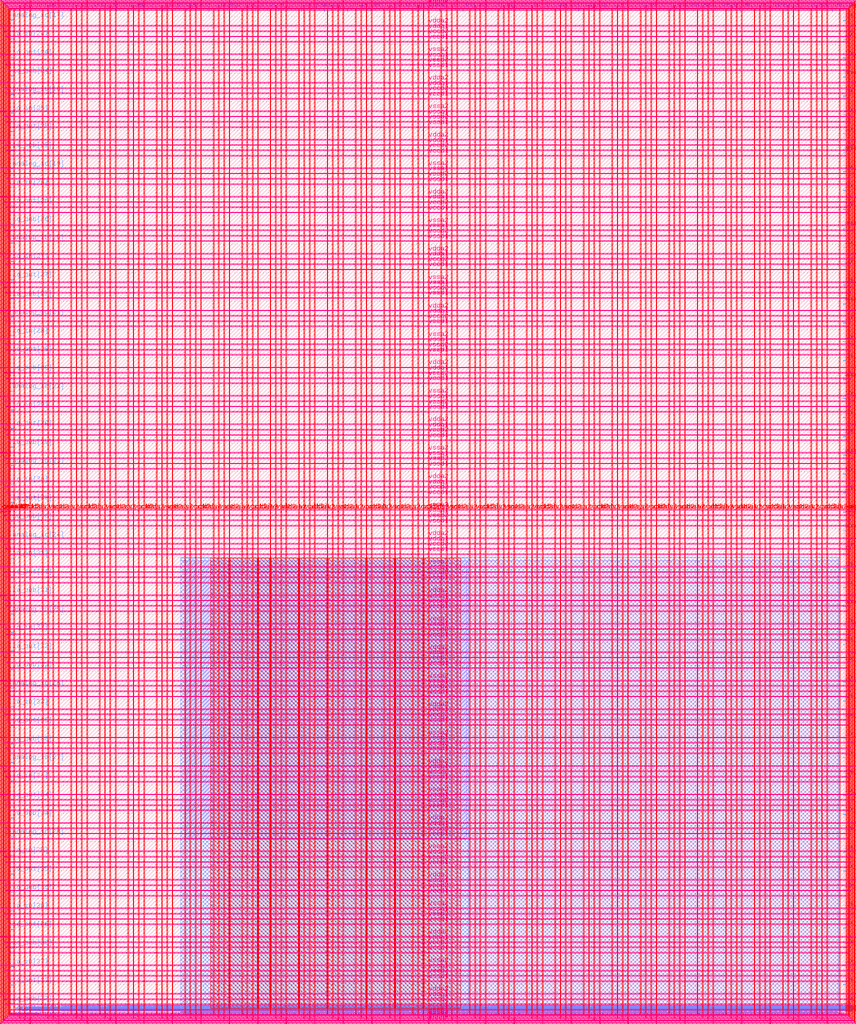
<source format=lef>
VERSION 5.7 ;
  NOWIREEXTENSIONATPIN ON ;
  DIVIDERCHAR "/" ;
  BUSBITCHARS "[]" ;
MACRO user_project_wrapper
  CLASS BLOCK ;
  FOREIGN user_project_wrapper ;
  ORIGIN 0.000 0.000 ;
  SIZE 2920.000 BY 3520.000 ;
  PIN analog_io[0]
    DIRECTION INOUT ;
    USE SIGNAL ;
    PORT
      LAYER met3 ;
        RECT 2917.600 1426.380 2924.800 1427.580 ;
    END
  END analog_io[0]
  PIN analog_io[10]
    DIRECTION INOUT ;
    USE SIGNAL ;
    PORT
      LAYER met2 ;
        RECT 2230.490 3517.600 2231.050 3524.800 ;
    END
  END analog_io[10]
  PIN analog_io[11]
    DIRECTION INOUT ;
    USE SIGNAL ;
    PORT
      LAYER met2 ;
        RECT 1905.730 3517.600 1906.290 3524.800 ;
    END
  END analog_io[11]
  PIN analog_io[12]
    DIRECTION INOUT ;
    USE SIGNAL ;
    PORT
      LAYER met2 ;
        RECT 1581.430 3517.600 1581.990 3524.800 ;
    END
  END analog_io[12]
  PIN analog_io[13]
    DIRECTION INOUT ;
    USE SIGNAL ;
    PORT
      LAYER met2 ;
        RECT 1257.130 3517.600 1257.690 3524.800 ;
    END
  END analog_io[13]
  PIN analog_io[14]
    DIRECTION INOUT ;
    USE SIGNAL ;
    PORT
      LAYER met2 ;
        RECT 932.370 3517.600 932.930 3524.800 ;
    END
  END analog_io[14]
  PIN analog_io[15]
    DIRECTION INOUT ;
    USE SIGNAL ;
    PORT
      LAYER met2 ;
        RECT 608.070 3517.600 608.630 3524.800 ;
    END
  END analog_io[15]
  PIN analog_io[16]
    DIRECTION INOUT ;
    USE SIGNAL ;
    PORT
      LAYER met2 ;
        RECT 283.770 3517.600 284.330 3524.800 ;
    END
  END analog_io[16]
  PIN analog_io[17]
    DIRECTION INOUT ;
    USE SIGNAL ;
    PORT
      LAYER met3 ;
        RECT -4.800 3486.100 2.400 3487.300 ;
    END
  END analog_io[17]
  PIN analog_io[18]
    DIRECTION INOUT ;
    USE SIGNAL ;
    PORT
      LAYER met3 ;
        RECT -4.800 3224.980 2.400 3226.180 ;
    END
  END analog_io[18]
  PIN analog_io[19]
    DIRECTION INOUT ;
    USE SIGNAL ;
    PORT
      LAYER met3 ;
        RECT -4.800 2964.540 2.400 2965.740 ;
    END
  END analog_io[19]
  PIN analog_io[1]
    DIRECTION INOUT ;
    USE SIGNAL ;
    PORT
      LAYER met3 ;
        RECT 2917.600 1692.260 2924.800 1693.460 ;
    END
  END analog_io[1]
  PIN analog_io[20]
    DIRECTION INOUT ;
    USE SIGNAL ;
    PORT
      LAYER met3 ;
        RECT -4.800 2703.420 2.400 2704.620 ;
    END
  END analog_io[20]
  PIN analog_io[21]
    DIRECTION INOUT ;
    USE SIGNAL ;
    PORT
      LAYER met3 ;
        RECT -4.800 2442.980 2.400 2444.180 ;
    END
  END analog_io[21]
  PIN analog_io[22]
    DIRECTION INOUT ;
    USE SIGNAL ;
    PORT
      LAYER met3 ;
        RECT -4.800 2182.540 2.400 2183.740 ;
    END
  END analog_io[22]
  PIN analog_io[23]
    DIRECTION INOUT ;
    USE SIGNAL ;
    PORT
      LAYER met3 ;
        RECT -4.800 1921.420 2.400 1922.620 ;
    END
  END analog_io[23]
  PIN analog_io[24]
    DIRECTION INOUT ;
    USE SIGNAL ;
    PORT
      LAYER met3 ;
        RECT -4.800 1660.980 2.400 1662.180 ;
    END
  END analog_io[24]
  PIN analog_io[25]
    DIRECTION INOUT ;
    USE SIGNAL ;
    PORT
      LAYER met3 ;
        RECT -4.800 1399.860 2.400 1401.060 ;
    END
  END analog_io[25]
  PIN analog_io[26]
    DIRECTION INOUT ;
    USE SIGNAL ;
    PORT
      LAYER met3 ;
        RECT -4.800 1139.420 2.400 1140.620 ;
    END
  END analog_io[26]
  PIN analog_io[27]
    DIRECTION INOUT ;
    USE SIGNAL ;
    PORT
      LAYER met3 ;
        RECT -4.800 878.980 2.400 880.180 ;
    END
  END analog_io[27]
  PIN analog_io[28]
    DIRECTION INOUT ;
    USE SIGNAL ;
    PORT
      LAYER met3 ;
        RECT -4.800 617.860 2.400 619.060 ;
    END
  END analog_io[28]
  PIN analog_io[2]
    DIRECTION INOUT ;
    USE SIGNAL ;
    PORT
      LAYER met3 ;
        RECT 2917.600 1958.140 2924.800 1959.340 ;
    END
  END analog_io[2]
  PIN analog_io[3]
    DIRECTION INOUT ;
    USE SIGNAL ;
    PORT
      LAYER met3 ;
        RECT 2917.600 2223.340 2924.800 2224.540 ;
    END
  END analog_io[3]
  PIN analog_io[4]
    DIRECTION INOUT ;
    USE SIGNAL ;
    PORT
      LAYER met3 ;
        RECT 2917.600 2489.220 2924.800 2490.420 ;
    END
  END analog_io[4]
  PIN analog_io[5]
    DIRECTION INOUT ;
    USE SIGNAL ;
    PORT
      LAYER met3 ;
        RECT 2917.600 2755.100 2924.800 2756.300 ;
    END
  END analog_io[5]
  PIN analog_io[6]
    DIRECTION INOUT ;
    USE SIGNAL ;
    PORT
      LAYER met3 ;
        RECT 2917.600 3020.300 2924.800 3021.500 ;
    END
  END analog_io[6]
  PIN analog_io[7]
    DIRECTION INOUT ;
    USE SIGNAL ;
    PORT
      LAYER met3 ;
        RECT 2917.600 3286.180 2924.800 3287.380 ;
    END
  END analog_io[7]
  PIN analog_io[8]
    DIRECTION INOUT ;
    USE SIGNAL ;
    PORT
      LAYER met2 ;
        RECT 2879.090 3517.600 2879.650 3524.800 ;
    END
  END analog_io[8]
  PIN analog_io[9]
    DIRECTION INOUT ;
    USE SIGNAL ;
    PORT
      LAYER met2 ;
        RECT 2554.790 3517.600 2555.350 3524.800 ;
    END
  END analog_io[9]
  PIN io_in[0]
    DIRECTION INPUT ;
    USE SIGNAL ;
    PORT
      LAYER met3 ;
        RECT 2917.600 32.380 2924.800 33.580 ;
    END
  END io_in[0]
  PIN io_in[10]
    DIRECTION INPUT ;
    USE SIGNAL ;
    PORT
      LAYER met3 ;
        RECT 2917.600 2289.980 2924.800 2291.180 ;
    END
  END io_in[10]
  PIN io_in[11]
    DIRECTION INPUT ;
    USE SIGNAL ;
    PORT
      LAYER met3 ;
        RECT 2917.600 2555.860 2924.800 2557.060 ;
    END
  END io_in[11]
  PIN io_in[12]
    DIRECTION INPUT ;
    USE SIGNAL ;
    PORT
      LAYER met3 ;
        RECT 2917.600 2821.060 2924.800 2822.260 ;
    END
  END io_in[12]
  PIN io_in[13]
    DIRECTION INPUT ;
    USE SIGNAL ;
    PORT
      LAYER met3 ;
        RECT 2917.600 3086.940 2924.800 3088.140 ;
    END
  END io_in[13]
  PIN io_in[14]
    DIRECTION INPUT ;
    USE SIGNAL ;
    PORT
      LAYER met3 ;
        RECT 2917.600 3352.820 2924.800 3354.020 ;
    END
  END io_in[14]
  PIN io_in[15]
    DIRECTION INPUT ;
    USE SIGNAL ;
    PORT
      LAYER met2 ;
        RECT 2798.130 3517.600 2798.690 3524.800 ;
    END
  END io_in[15]
  PIN io_in[16]
    DIRECTION INPUT ;
    USE SIGNAL ;
    PORT
      LAYER met2 ;
        RECT 2473.830 3517.600 2474.390 3524.800 ;
    END
  END io_in[16]
  PIN io_in[17]
    DIRECTION INPUT ;
    USE SIGNAL ;
    PORT
      LAYER met2 ;
        RECT 2149.070 3517.600 2149.630 3524.800 ;
    END
  END io_in[17]
  PIN io_in[18]
    DIRECTION INPUT ;
    USE SIGNAL ;
    PORT
      LAYER met2 ;
        RECT 1824.770 3517.600 1825.330 3524.800 ;
    END
  END io_in[18]
  PIN io_in[19]
    DIRECTION INPUT ;
    USE SIGNAL ;
    PORT
      LAYER met2 ;
        RECT 1500.470 3517.600 1501.030 3524.800 ;
    END
  END io_in[19]
  PIN io_in[1]
    DIRECTION INPUT ;
    USE SIGNAL ;
    PORT
      LAYER met3 ;
        RECT 2917.600 230.940 2924.800 232.140 ;
    END
  END io_in[1]
  PIN io_in[20]
    DIRECTION INPUT ;
    USE SIGNAL ;
    PORT
      LAYER met2 ;
        RECT 1175.710 3517.600 1176.270 3524.800 ;
    END
  END io_in[20]
  PIN io_in[21]
    DIRECTION INPUT ;
    USE SIGNAL ;
    PORT
      LAYER met2 ;
        RECT 851.410 3517.600 851.970 3524.800 ;
    END
  END io_in[21]
  PIN io_in[22]
    DIRECTION INPUT ;
    USE SIGNAL ;
    PORT
      LAYER met2 ;
        RECT 527.110 3517.600 527.670 3524.800 ;
    END
  END io_in[22]
  PIN io_in[23]
    DIRECTION INPUT ;
    USE SIGNAL ;
    PORT
      LAYER met2 ;
        RECT 202.350 3517.600 202.910 3524.800 ;
    END
  END io_in[23]
  PIN io_in[24]
    DIRECTION INPUT ;
    USE SIGNAL ;
    PORT
      LAYER met3 ;
        RECT -4.800 3420.820 2.400 3422.020 ;
    END
  END io_in[24]
  PIN io_in[25]
    DIRECTION INPUT ;
    USE SIGNAL ;
    PORT
      LAYER met3 ;
        RECT -4.800 3159.700 2.400 3160.900 ;
    END
  END io_in[25]
  PIN io_in[26]
    DIRECTION INPUT ;
    USE SIGNAL ;
    PORT
      LAYER met3 ;
        RECT -4.800 2899.260 2.400 2900.460 ;
    END
  END io_in[26]
  PIN io_in[27]
    DIRECTION INPUT ;
    USE SIGNAL ;
    PORT
      LAYER met3 ;
        RECT -4.800 2638.820 2.400 2640.020 ;
    END
  END io_in[27]
  PIN io_in[28]
    DIRECTION INPUT ;
    USE SIGNAL ;
    PORT
      LAYER met3 ;
        RECT -4.800 2377.700 2.400 2378.900 ;
    END
  END io_in[28]
  PIN io_in[29]
    DIRECTION INPUT ;
    USE SIGNAL ;
    PORT
      LAYER met3 ;
        RECT -4.800 2117.260 2.400 2118.460 ;
    END
  END io_in[29]
  PIN io_in[2]
    DIRECTION INPUT ;
    USE SIGNAL ;
    PORT
      LAYER met3 ;
        RECT 2917.600 430.180 2924.800 431.380 ;
    END
  END io_in[2]
  PIN io_in[30]
    DIRECTION INPUT ;
    USE SIGNAL ;
    PORT
      LAYER met3 ;
        RECT -4.800 1856.140 2.400 1857.340 ;
    END
  END io_in[30]
  PIN io_in[31]
    DIRECTION INPUT ;
    USE SIGNAL ;
    PORT
      LAYER met3 ;
        RECT -4.800 1595.700 2.400 1596.900 ;
    END
  END io_in[31]
  PIN io_in[32]
    DIRECTION INPUT ;
    USE SIGNAL ;
    PORT
      LAYER met3 ;
        RECT -4.800 1335.260 2.400 1336.460 ;
    END
  END io_in[32]
  PIN io_in[33]
    DIRECTION INPUT ;
    USE SIGNAL ;
    PORT
      LAYER met3 ;
        RECT -4.800 1074.140 2.400 1075.340 ;
    END
  END io_in[33]
  PIN io_in[34]
    DIRECTION INPUT ;
    USE SIGNAL ;
    PORT
      LAYER met3 ;
        RECT -4.800 813.700 2.400 814.900 ;
    END
  END io_in[34]
  PIN io_in[35]
    DIRECTION INPUT ;
    USE SIGNAL ;
    PORT
      LAYER met3 ;
        RECT -4.800 552.580 2.400 553.780 ;
    END
  END io_in[35]
  PIN io_in[36]
    DIRECTION INPUT ;
    USE SIGNAL ;
    PORT
      LAYER met3 ;
        RECT -4.800 357.420 2.400 358.620 ;
    END
  END io_in[36]
  PIN io_in[37]
    DIRECTION INPUT ;
    USE SIGNAL ;
    PORT
      LAYER met3 ;
        RECT -4.800 161.580 2.400 162.780 ;
    END
  END io_in[37]
  PIN io_in[3]
    DIRECTION INPUT ;
    USE SIGNAL ;
    PORT
      LAYER met3 ;
        RECT 2917.600 629.420 2924.800 630.620 ;
    END
  END io_in[3]
  PIN io_in[4]
    DIRECTION INPUT ;
    USE SIGNAL ;
    PORT
      LAYER met3 ;
        RECT 2917.600 828.660 2924.800 829.860 ;
    END
  END io_in[4]
  PIN io_in[5]
    DIRECTION INPUT ;
    USE SIGNAL ;
    PORT
      LAYER met3 ;
        RECT 2917.600 1027.900 2924.800 1029.100 ;
    END
  END io_in[5]
  PIN io_in[6]
    DIRECTION INPUT ;
    USE SIGNAL ;
    PORT
      LAYER met3 ;
        RECT 2917.600 1227.140 2924.800 1228.340 ;
    END
  END io_in[6]
  PIN io_in[7]
    DIRECTION INPUT ;
    USE SIGNAL ;
    PORT
      LAYER met3 ;
        RECT 2917.600 1493.020 2924.800 1494.220 ;
    END
  END io_in[7]
  PIN io_in[8]
    DIRECTION INPUT ;
    USE SIGNAL ;
    PORT
      LAYER met3 ;
        RECT 2917.600 1758.900 2924.800 1760.100 ;
    END
  END io_in[8]
  PIN io_in[9]
    DIRECTION INPUT ;
    USE SIGNAL ;
    PORT
      LAYER met3 ;
        RECT 2917.600 2024.100 2924.800 2025.300 ;
    END
  END io_in[9]
  PIN io_oeb[0]
    DIRECTION OUTPUT TRISTATE ;
    USE SIGNAL ;
    PORT
      LAYER met3 ;
        RECT 2917.600 164.980 2924.800 166.180 ;
    END
  END io_oeb[0]
  PIN io_oeb[10]
    DIRECTION OUTPUT TRISTATE ;
    USE SIGNAL ;
    PORT
      LAYER met3 ;
        RECT 2917.600 2422.580 2924.800 2423.780 ;
    END
  END io_oeb[10]
  PIN io_oeb[11]
    DIRECTION OUTPUT TRISTATE ;
    USE SIGNAL ;
    PORT
      LAYER met3 ;
        RECT 2917.600 2688.460 2924.800 2689.660 ;
    END
  END io_oeb[11]
  PIN io_oeb[12]
    DIRECTION OUTPUT TRISTATE ;
    USE SIGNAL ;
    PORT
      LAYER met3 ;
        RECT 2917.600 2954.340 2924.800 2955.540 ;
    END
  END io_oeb[12]
  PIN io_oeb[13]
    DIRECTION OUTPUT TRISTATE ;
    USE SIGNAL ;
    PORT
      LAYER met3 ;
        RECT 2917.600 3219.540 2924.800 3220.740 ;
    END
  END io_oeb[13]
  PIN io_oeb[14]
    DIRECTION OUTPUT TRISTATE ;
    USE SIGNAL ;
    PORT
      LAYER met3 ;
        RECT 2917.600 3485.420 2924.800 3486.620 ;
    END
  END io_oeb[14]
  PIN io_oeb[15]
    DIRECTION OUTPUT TRISTATE ;
    USE SIGNAL ;
    PORT
      LAYER met2 ;
        RECT 2635.750 3517.600 2636.310 3524.800 ;
    END
  END io_oeb[15]
  PIN io_oeb[16]
    DIRECTION OUTPUT TRISTATE ;
    USE SIGNAL ;
    PORT
      LAYER met2 ;
        RECT 2311.450 3517.600 2312.010 3524.800 ;
    END
  END io_oeb[16]
  PIN io_oeb[17]
    DIRECTION OUTPUT TRISTATE ;
    USE SIGNAL ;
    PORT
      LAYER met2 ;
        RECT 1987.150 3517.600 1987.710 3524.800 ;
    END
  END io_oeb[17]
  PIN io_oeb[18]
    DIRECTION OUTPUT TRISTATE ;
    USE SIGNAL ;
    PORT
      LAYER met2 ;
        RECT 1662.390 3517.600 1662.950 3524.800 ;
    END
  END io_oeb[18]
  PIN io_oeb[19]
    DIRECTION OUTPUT TRISTATE ;
    USE SIGNAL ;
    PORT
      LAYER met2 ;
        RECT 1338.090 3517.600 1338.650 3524.800 ;
    END
  END io_oeb[19]
  PIN io_oeb[1]
    DIRECTION OUTPUT TRISTATE ;
    USE SIGNAL ;
    PORT
      LAYER met3 ;
        RECT 2917.600 364.220 2924.800 365.420 ;
    END
  END io_oeb[1]
  PIN io_oeb[20]
    DIRECTION OUTPUT TRISTATE ;
    USE SIGNAL ;
    PORT
      LAYER met2 ;
        RECT 1013.790 3517.600 1014.350 3524.800 ;
    END
  END io_oeb[20]
  PIN io_oeb[21]
    DIRECTION OUTPUT TRISTATE ;
    USE SIGNAL ;
    PORT
      LAYER met2 ;
        RECT 689.030 3517.600 689.590 3524.800 ;
    END
  END io_oeb[21]
  PIN io_oeb[22]
    DIRECTION OUTPUT TRISTATE ;
    USE SIGNAL ;
    PORT
      LAYER met2 ;
        RECT 364.730 3517.600 365.290 3524.800 ;
    END
  END io_oeb[22]
  PIN io_oeb[23]
    DIRECTION OUTPUT TRISTATE ;
    USE SIGNAL ;
    PORT
      LAYER met2 ;
        RECT 40.430 3517.600 40.990 3524.800 ;
    END
  END io_oeb[23]
  PIN io_oeb[24]
    DIRECTION OUTPUT TRISTATE ;
    USE SIGNAL ;
    PORT
      LAYER met3 ;
        RECT -4.800 3290.260 2.400 3291.460 ;
    END
  END io_oeb[24]
  PIN io_oeb[25]
    DIRECTION OUTPUT TRISTATE ;
    USE SIGNAL ;
    PORT
      LAYER met3 ;
        RECT -4.800 3029.820 2.400 3031.020 ;
    END
  END io_oeb[25]
  PIN io_oeb[26]
    DIRECTION OUTPUT TRISTATE ;
    USE SIGNAL ;
    PORT
      LAYER met3 ;
        RECT -4.800 2768.700 2.400 2769.900 ;
    END
  END io_oeb[26]
  PIN io_oeb[27]
    DIRECTION OUTPUT TRISTATE ;
    USE SIGNAL ;
    PORT
      LAYER met3 ;
        RECT -4.800 2508.260 2.400 2509.460 ;
    END
  END io_oeb[27]
  PIN io_oeb[28]
    DIRECTION OUTPUT TRISTATE ;
    USE SIGNAL ;
    PORT
      LAYER met3 ;
        RECT -4.800 2247.140 2.400 2248.340 ;
    END
  END io_oeb[28]
  PIN io_oeb[29]
    DIRECTION OUTPUT TRISTATE ;
    USE SIGNAL ;
    PORT
      LAYER met3 ;
        RECT -4.800 1986.700 2.400 1987.900 ;
    END
  END io_oeb[29]
  PIN io_oeb[2]
    DIRECTION OUTPUT TRISTATE ;
    USE SIGNAL ;
    PORT
      LAYER met3 ;
        RECT 2917.600 563.460 2924.800 564.660 ;
    END
  END io_oeb[2]
  PIN io_oeb[30]
    DIRECTION OUTPUT TRISTATE ;
    USE SIGNAL ;
    PORT
      LAYER met3 ;
        RECT -4.800 1726.260 2.400 1727.460 ;
    END
  END io_oeb[30]
  PIN io_oeb[31]
    DIRECTION OUTPUT TRISTATE ;
    USE SIGNAL ;
    PORT
      LAYER met3 ;
        RECT -4.800 1465.140 2.400 1466.340 ;
    END
  END io_oeb[31]
  PIN io_oeb[32]
    DIRECTION OUTPUT TRISTATE ;
    USE SIGNAL ;
    PORT
      LAYER met3 ;
        RECT -4.800 1204.700 2.400 1205.900 ;
    END
  END io_oeb[32]
  PIN io_oeb[33]
    DIRECTION OUTPUT TRISTATE ;
    USE SIGNAL ;
    PORT
      LAYER met3 ;
        RECT -4.800 943.580 2.400 944.780 ;
    END
  END io_oeb[33]
  PIN io_oeb[34]
    DIRECTION OUTPUT TRISTATE ;
    USE SIGNAL ;
    PORT
      LAYER met3 ;
        RECT -4.800 683.140 2.400 684.340 ;
    END
  END io_oeb[34]
  PIN io_oeb[35]
    DIRECTION OUTPUT TRISTATE ;
    USE SIGNAL ;
    PORT
      LAYER met3 ;
        RECT -4.800 422.700 2.400 423.900 ;
    END
  END io_oeb[35]
  PIN io_oeb[36]
    DIRECTION OUTPUT TRISTATE ;
    USE SIGNAL ;
    PORT
      LAYER met3 ;
        RECT -4.800 226.860 2.400 228.060 ;
    END
  END io_oeb[36]
  PIN io_oeb[37]
    DIRECTION OUTPUT TRISTATE ;
    USE SIGNAL ;
    PORT
      LAYER met3 ;
        RECT -4.800 31.700 2.400 32.900 ;
    END
  END io_oeb[37]
  PIN io_oeb[3]
    DIRECTION OUTPUT TRISTATE ;
    USE SIGNAL ;
    PORT
      LAYER met3 ;
        RECT 2917.600 762.700 2924.800 763.900 ;
    END
  END io_oeb[3]
  PIN io_oeb[4]
    DIRECTION OUTPUT TRISTATE ;
    USE SIGNAL ;
    PORT
      LAYER met3 ;
        RECT 2917.600 961.940 2924.800 963.140 ;
    END
  END io_oeb[4]
  PIN io_oeb[5]
    DIRECTION OUTPUT TRISTATE ;
    USE SIGNAL ;
    PORT
      LAYER met3 ;
        RECT 2917.600 1161.180 2924.800 1162.380 ;
    END
  END io_oeb[5]
  PIN io_oeb[6]
    DIRECTION OUTPUT TRISTATE ;
    USE SIGNAL ;
    PORT
      LAYER met3 ;
        RECT 2917.600 1360.420 2924.800 1361.620 ;
    END
  END io_oeb[6]
  PIN io_oeb[7]
    DIRECTION OUTPUT TRISTATE ;
    USE SIGNAL ;
    PORT
      LAYER met3 ;
        RECT 2917.600 1625.620 2924.800 1626.820 ;
    END
  END io_oeb[7]
  PIN io_oeb[8]
    DIRECTION OUTPUT TRISTATE ;
    USE SIGNAL ;
    PORT
      LAYER met3 ;
        RECT 2917.600 1891.500 2924.800 1892.700 ;
    END
  END io_oeb[8]
  PIN io_oeb[9]
    DIRECTION OUTPUT TRISTATE ;
    USE SIGNAL ;
    PORT
      LAYER met3 ;
        RECT 2917.600 2157.380 2924.800 2158.580 ;
    END
  END io_oeb[9]
  PIN io_out[0]
    DIRECTION OUTPUT TRISTATE ;
    USE SIGNAL ;
    PORT
      LAYER met3 ;
        RECT 2917.600 98.340 2924.800 99.540 ;
    END
  END io_out[0]
  PIN io_out[10]
    DIRECTION OUTPUT TRISTATE ;
    USE SIGNAL ;
    PORT
      LAYER met3 ;
        RECT 2917.600 2356.620 2924.800 2357.820 ;
    END
  END io_out[10]
  PIN io_out[11]
    DIRECTION OUTPUT TRISTATE ;
    USE SIGNAL ;
    PORT
      LAYER met3 ;
        RECT 2917.600 2621.820 2924.800 2623.020 ;
    END
  END io_out[11]
  PIN io_out[12]
    DIRECTION OUTPUT TRISTATE ;
    USE SIGNAL ;
    PORT
      LAYER met3 ;
        RECT 2917.600 2887.700 2924.800 2888.900 ;
    END
  END io_out[12]
  PIN io_out[13]
    DIRECTION OUTPUT TRISTATE ;
    USE SIGNAL ;
    PORT
      LAYER met3 ;
        RECT 2917.600 3153.580 2924.800 3154.780 ;
    END
  END io_out[13]
  PIN io_out[14]
    DIRECTION OUTPUT TRISTATE ;
    USE SIGNAL ;
    PORT
      LAYER met3 ;
        RECT 2917.600 3418.780 2924.800 3419.980 ;
    END
  END io_out[14]
  PIN io_out[15]
    DIRECTION OUTPUT TRISTATE ;
    USE SIGNAL ;
    PORT
      LAYER met2 ;
        RECT 2717.170 3517.600 2717.730 3524.800 ;
    END
  END io_out[15]
  PIN io_out[16]
    DIRECTION OUTPUT TRISTATE ;
    USE SIGNAL ;
    PORT
      LAYER met2 ;
        RECT 2392.410 3517.600 2392.970 3524.800 ;
    END
  END io_out[16]
  PIN io_out[17]
    DIRECTION OUTPUT TRISTATE ;
    USE SIGNAL ;
    PORT
      LAYER met2 ;
        RECT 2068.110 3517.600 2068.670 3524.800 ;
    END
  END io_out[17]
  PIN io_out[18]
    DIRECTION OUTPUT TRISTATE ;
    USE SIGNAL ;
    PORT
      LAYER met2 ;
        RECT 1743.810 3517.600 1744.370 3524.800 ;
    END
  END io_out[18]
  PIN io_out[19]
    DIRECTION OUTPUT TRISTATE ;
    USE SIGNAL ;
    PORT
      LAYER met2 ;
        RECT 1419.050 3517.600 1419.610 3524.800 ;
    END
  END io_out[19]
  PIN io_out[1]
    DIRECTION OUTPUT TRISTATE ;
    USE SIGNAL ;
    PORT
      LAYER met3 ;
        RECT 2917.600 297.580 2924.800 298.780 ;
    END
  END io_out[1]
  PIN io_out[20]
    DIRECTION OUTPUT TRISTATE ;
    USE SIGNAL ;
    PORT
      LAYER met2 ;
        RECT 1094.750 3517.600 1095.310 3524.800 ;
    END
  END io_out[20]
  PIN io_out[21]
    DIRECTION OUTPUT TRISTATE ;
    USE SIGNAL ;
    PORT
      LAYER met2 ;
        RECT 770.450 3517.600 771.010 3524.800 ;
    END
  END io_out[21]
  PIN io_out[22]
    DIRECTION OUTPUT TRISTATE ;
    USE SIGNAL ;
    PORT
      LAYER met2 ;
        RECT 445.690 3517.600 446.250 3524.800 ;
    END
  END io_out[22]
  PIN io_out[23]
    DIRECTION OUTPUT TRISTATE ;
    USE SIGNAL ;
    PORT
      LAYER met2 ;
        RECT 121.390 3517.600 121.950 3524.800 ;
    END
  END io_out[23]
  PIN io_out[24]
    DIRECTION OUTPUT TRISTATE ;
    USE SIGNAL ;
    PORT
      LAYER met3 ;
        RECT -4.800 3355.540 2.400 3356.740 ;
    END
  END io_out[24]
  PIN io_out[25]
    DIRECTION OUTPUT TRISTATE ;
    USE SIGNAL ;
    PORT
      LAYER met3 ;
        RECT -4.800 3095.100 2.400 3096.300 ;
    END
  END io_out[25]
  PIN io_out[26]
    DIRECTION OUTPUT TRISTATE ;
    USE SIGNAL ;
    PORT
      LAYER met3 ;
        RECT -4.800 2833.980 2.400 2835.180 ;
    END
  END io_out[26]
  PIN io_out[27]
    DIRECTION OUTPUT TRISTATE ;
    USE SIGNAL ;
    PORT
      LAYER met3 ;
        RECT -4.800 2573.540 2.400 2574.740 ;
    END
  END io_out[27]
  PIN io_out[28]
    DIRECTION OUTPUT TRISTATE ;
    USE SIGNAL ;
    PORT
      LAYER met3 ;
        RECT -4.800 2312.420 2.400 2313.620 ;
    END
  END io_out[28]
  PIN io_out[29]
    DIRECTION OUTPUT TRISTATE ;
    USE SIGNAL ;
    PORT
      LAYER met3 ;
        RECT -4.800 2051.980 2.400 2053.180 ;
    END
  END io_out[29]
  PIN io_out[2]
    DIRECTION OUTPUT TRISTATE ;
    USE SIGNAL ;
    PORT
      LAYER met3 ;
        RECT 2917.600 496.820 2924.800 498.020 ;
    END
  END io_out[2]
  PIN io_out[30]
    DIRECTION OUTPUT TRISTATE ;
    USE SIGNAL ;
    PORT
      LAYER met3 ;
        RECT -4.800 1791.540 2.400 1792.740 ;
    END
  END io_out[30]
  PIN io_out[31]
    DIRECTION OUTPUT TRISTATE ;
    USE SIGNAL ;
    PORT
      LAYER met3 ;
        RECT -4.800 1530.420 2.400 1531.620 ;
    END
  END io_out[31]
  PIN io_out[32]
    DIRECTION OUTPUT TRISTATE ;
    USE SIGNAL ;
    PORT
      LAYER met3 ;
        RECT -4.800 1269.980 2.400 1271.180 ;
    END
  END io_out[32]
  PIN io_out[33]
    DIRECTION OUTPUT TRISTATE ;
    USE SIGNAL ;
    PORT
      LAYER met3 ;
        RECT -4.800 1008.860 2.400 1010.060 ;
    END
  END io_out[33]
  PIN io_out[34]
    DIRECTION OUTPUT TRISTATE ;
    USE SIGNAL ;
    PORT
      LAYER met3 ;
        RECT -4.800 748.420 2.400 749.620 ;
    END
  END io_out[34]
  PIN io_out[35]
    DIRECTION OUTPUT TRISTATE ;
    USE SIGNAL ;
    PORT
      LAYER met3 ;
        RECT -4.800 487.300 2.400 488.500 ;
    END
  END io_out[35]
  PIN io_out[36]
    DIRECTION OUTPUT TRISTATE ;
    USE SIGNAL ;
    PORT
      LAYER met3 ;
        RECT -4.800 292.140 2.400 293.340 ;
    END
  END io_out[36]
  PIN io_out[37]
    DIRECTION OUTPUT TRISTATE ;
    USE SIGNAL ;
    PORT
      LAYER met3 ;
        RECT -4.800 96.300 2.400 97.500 ;
    END
  END io_out[37]
  PIN io_out[3]
    DIRECTION OUTPUT TRISTATE ;
    USE SIGNAL ;
    PORT
      LAYER met3 ;
        RECT 2917.600 696.060 2924.800 697.260 ;
    END
  END io_out[3]
  PIN io_out[4]
    DIRECTION OUTPUT TRISTATE ;
    USE SIGNAL ;
    PORT
      LAYER met3 ;
        RECT 2917.600 895.300 2924.800 896.500 ;
    END
  END io_out[4]
  PIN io_out[5]
    DIRECTION OUTPUT TRISTATE ;
    USE SIGNAL ;
    PORT
      LAYER met3 ;
        RECT 2917.600 1094.540 2924.800 1095.740 ;
    END
  END io_out[5]
  PIN io_out[6]
    DIRECTION OUTPUT TRISTATE ;
    USE SIGNAL ;
    PORT
      LAYER met3 ;
        RECT 2917.600 1293.780 2924.800 1294.980 ;
    END
  END io_out[6]
  PIN io_out[7]
    DIRECTION OUTPUT TRISTATE ;
    USE SIGNAL ;
    PORT
      LAYER met3 ;
        RECT 2917.600 1559.660 2924.800 1560.860 ;
    END
  END io_out[7]
  PIN io_out[8]
    DIRECTION OUTPUT TRISTATE ;
    USE SIGNAL ;
    PORT
      LAYER met3 ;
        RECT 2917.600 1824.860 2924.800 1826.060 ;
    END
  END io_out[8]
  PIN io_out[9]
    DIRECTION OUTPUT TRISTATE ;
    USE SIGNAL ;
    PORT
      LAYER met3 ;
        RECT 2917.600 2090.740 2924.800 2091.940 ;
    END
  END io_out[9]
  PIN la_data_in[0]
    DIRECTION INPUT ;
    USE SIGNAL ;
    PORT
      LAYER met2 ;
        RECT 629.230 -4.800 629.790 2.400 ;
    END
  END la_data_in[0]
  PIN la_data_in[100]
    DIRECTION INPUT ;
    USE SIGNAL ;
    PORT
      LAYER met2 ;
        RECT 2402.530 -4.800 2403.090 2.400 ;
    END
  END la_data_in[100]
  PIN la_data_in[101]
    DIRECTION INPUT ;
    USE SIGNAL ;
    PORT
      LAYER met2 ;
        RECT 2420.010 -4.800 2420.570 2.400 ;
    END
  END la_data_in[101]
  PIN la_data_in[102]
    DIRECTION INPUT ;
    USE SIGNAL ;
    PORT
      LAYER met2 ;
        RECT 2437.950 -4.800 2438.510 2.400 ;
    END
  END la_data_in[102]
  PIN la_data_in[103]
    DIRECTION INPUT ;
    USE SIGNAL ;
    PORT
      LAYER met2 ;
        RECT 2455.430 -4.800 2455.990 2.400 ;
    END
  END la_data_in[103]
  PIN la_data_in[104]
    DIRECTION INPUT ;
    USE SIGNAL ;
    PORT
      LAYER met2 ;
        RECT 2473.370 -4.800 2473.930 2.400 ;
    END
  END la_data_in[104]
  PIN la_data_in[105]
    DIRECTION INPUT ;
    USE SIGNAL ;
    PORT
      LAYER met2 ;
        RECT 2490.850 -4.800 2491.410 2.400 ;
    END
  END la_data_in[105]
  PIN la_data_in[106]
    DIRECTION INPUT ;
    USE SIGNAL ;
    PORT
      LAYER met2 ;
        RECT 2508.790 -4.800 2509.350 2.400 ;
    END
  END la_data_in[106]
  PIN la_data_in[107]
    DIRECTION INPUT ;
    USE SIGNAL ;
    PORT
      LAYER met2 ;
        RECT 2526.730 -4.800 2527.290 2.400 ;
    END
  END la_data_in[107]
  PIN la_data_in[108]
    DIRECTION INPUT ;
    USE SIGNAL ;
    PORT
      LAYER met2 ;
        RECT 2544.210 -4.800 2544.770 2.400 ;
    END
  END la_data_in[108]
  PIN la_data_in[109]
    DIRECTION INPUT ;
    USE SIGNAL ;
    PORT
      LAYER met2 ;
        RECT 2562.150 -4.800 2562.710 2.400 ;
    END
  END la_data_in[109]
  PIN la_data_in[10]
    DIRECTION INPUT ;
    USE SIGNAL ;
    PORT
      LAYER met2 ;
        RECT 806.330 -4.800 806.890 2.400 ;
    END
  END la_data_in[10]
  PIN la_data_in[110]
    DIRECTION INPUT ;
    USE SIGNAL ;
    PORT
      LAYER met2 ;
        RECT 2579.630 -4.800 2580.190 2.400 ;
    END
  END la_data_in[110]
  PIN la_data_in[111]
    DIRECTION INPUT ;
    USE SIGNAL ;
    PORT
      LAYER met2 ;
        RECT 2597.570 -4.800 2598.130 2.400 ;
    END
  END la_data_in[111]
  PIN la_data_in[112]
    DIRECTION INPUT ;
    USE SIGNAL ;
    PORT
      LAYER met2 ;
        RECT 2615.050 -4.800 2615.610 2.400 ;
    END
  END la_data_in[112]
  PIN la_data_in[113]
    DIRECTION INPUT ;
    USE SIGNAL ;
    PORT
      LAYER met2 ;
        RECT 2632.990 -4.800 2633.550 2.400 ;
    END
  END la_data_in[113]
  PIN la_data_in[114]
    DIRECTION INPUT ;
    USE SIGNAL ;
    PORT
      LAYER met2 ;
        RECT 2650.470 -4.800 2651.030 2.400 ;
    END
  END la_data_in[114]
  PIN la_data_in[115]
    DIRECTION INPUT ;
    USE SIGNAL ;
    PORT
      LAYER met2 ;
        RECT 2668.410 -4.800 2668.970 2.400 ;
    END
  END la_data_in[115]
  PIN la_data_in[116]
    DIRECTION INPUT ;
    USE SIGNAL ;
    PORT
      LAYER met2 ;
        RECT 2685.890 -4.800 2686.450 2.400 ;
    END
  END la_data_in[116]
  PIN la_data_in[117]
    DIRECTION INPUT ;
    USE SIGNAL ;
    PORT
      LAYER met2 ;
        RECT 2703.830 -4.800 2704.390 2.400 ;
    END
  END la_data_in[117]
  PIN la_data_in[118]
    DIRECTION INPUT ;
    USE SIGNAL ;
    PORT
      LAYER met2 ;
        RECT 2721.770 -4.800 2722.330 2.400 ;
    END
  END la_data_in[118]
  PIN la_data_in[119]
    DIRECTION INPUT ;
    USE SIGNAL ;
    PORT
      LAYER met2 ;
        RECT 2739.250 -4.800 2739.810 2.400 ;
    END
  END la_data_in[119]
  PIN la_data_in[11]
    DIRECTION INPUT ;
    USE SIGNAL ;
    PORT
      LAYER met2 ;
        RECT 824.270 -4.800 824.830 2.400 ;
    END
  END la_data_in[11]
  PIN la_data_in[120]
    DIRECTION INPUT ;
    USE SIGNAL ;
    PORT
      LAYER met2 ;
        RECT 2757.190 -4.800 2757.750 2.400 ;
    END
  END la_data_in[120]
  PIN la_data_in[121]
    DIRECTION INPUT ;
    USE SIGNAL ;
    PORT
      LAYER met2 ;
        RECT 2774.670 -4.800 2775.230 2.400 ;
    END
  END la_data_in[121]
  PIN la_data_in[122]
    DIRECTION INPUT ;
    USE SIGNAL ;
    PORT
      LAYER met2 ;
        RECT 2792.610 -4.800 2793.170 2.400 ;
    END
  END la_data_in[122]
  PIN la_data_in[123]
    DIRECTION INPUT ;
    USE SIGNAL ;
    PORT
      LAYER met2 ;
        RECT 2810.090 -4.800 2810.650 2.400 ;
    END
  END la_data_in[123]
  PIN la_data_in[124]
    DIRECTION INPUT ;
    USE SIGNAL ;
    PORT
      LAYER met2 ;
        RECT 2828.030 -4.800 2828.590 2.400 ;
    END
  END la_data_in[124]
  PIN la_data_in[125]
    DIRECTION INPUT ;
    USE SIGNAL ;
    PORT
      LAYER met2 ;
        RECT 2845.510 -4.800 2846.070 2.400 ;
    END
  END la_data_in[125]
  PIN la_data_in[126]
    DIRECTION INPUT ;
    USE SIGNAL ;
    PORT
      LAYER met2 ;
        RECT 2863.450 -4.800 2864.010 2.400 ;
    END
  END la_data_in[126]
  PIN la_data_in[127]
    DIRECTION INPUT ;
    USE SIGNAL ;
    PORT
      LAYER met2 ;
        RECT 2881.390 -4.800 2881.950 2.400 ;
    END
  END la_data_in[127]
  PIN la_data_in[12]
    DIRECTION INPUT ;
    USE SIGNAL ;
    PORT
      LAYER met2 ;
        RECT 841.750 -4.800 842.310 2.400 ;
    END
  END la_data_in[12]
  PIN la_data_in[13]
    DIRECTION INPUT ;
    USE SIGNAL ;
    PORT
      LAYER met2 ;
        RECT 859.690 -4.800 860.250 2.400 ;
    END
  END la_data_in[13]
  PIN la_data_in[14]
    DIRECTION INPUT ;
    USE SIGNAL ;
    PORT
      LAYER met2 ;
        RECT 877.170 -4.800 877.730 2.400 ;
    END
  END la_data_in[14]
  PIN la_data_in[15]
    DIRECTION INPUT ;
    USE SIGNAL ;
    PORT
      LAYER met2 ;
        RECT 895.110 -4.800 895.670 2.400 ;
    END
  END la_data_in[15]
  PIN la_data_in[16]
    DIRECTION INPUT ;
    USE SIGNAL ;
    PORT
      LAYER met2 ;
        RECT 912.590 -4.800 913.150 2.400 ;
    END
  END la_data_in[16]
  PIN la_data_in[17]
    DIRECTION INPUT ;
    USE SIGNAL ;
    PORT
      LAYER met2 ;
        RECT 930.530 -4.800 931.090 2.400 ;
    END
  END la_data_in[17]
  PIN la_data_in[18]
    DIRECTION INPUT ;
    USE SIGNAL ;
    PORT
      LAYER met2 ;
        RECT 948.470 -4.800 949.030 2.400 ;
    END
  END la_data_in[18]
  PIN la_data_in[19]
    DIRECTION INPUT ;
    USE SIGNAL ;
    PORT
      LAYER met2 ;
        RECT 965.950 -4.800 966.510 2.400 ;
    END
  END la_data_in[19]
  PIN la_data_in[1]
    DIRECTION INPUT ;
    USE SIGNAL ;
    PORT
      LAYER met2 ;
        RECT 646.710 -4.800 647.270 2.400 ;
    END
  END la_data_in[1]
  PIN la_data_in[20]
    DIRECTION INPUT ;
    USE SIGNAL ;
    PORT
      LAYER met2 ;
        RECT 983.890 -4.800 984.450 2.400 ;
    END
  END la_data_in[20]
  PIN la_data_in[21]
    DIRECTION INPUT ;
    USE SIGNAL ;
    PORT
      LAYER met2 ;
        RECT 1001.370 -4.800 1001.930 2.400 ;
    END
  END la_data_in[21]
  PIN la_data_in[22]
    DIRECTION INPUT ;
    USE SIGNAL ;
    PORT
      LAYER met2 ;
        RECT 1019.310 -4.800 1019.870 2.400 ;
    END
  END la_data_in[22]
  PIN la_data_in[23]
    DIRECTION INPUT ;
    USE SIGNAL ;
    PORT
      LAYER met2 ;
        RECT 1036.790 -4.800 1037.350 2.400 ;
    END
  END la_data_in[23]
  PIN la_data_in[24]
    DIRECTION INPUT ;
    USE SIGNAL ;
    PORT
      LAYER met2 ;
        RECT 1054.730 -4.800 1055.290 2.400 ;
    END
  END la_data_in[24]
  PIN la_data_in[25]
    DIRECTION INPUT ;
    USE SIGNAL ;
    PORT
      LAYER met2 ;
        RECT 1072.210 -4.800 1072.770 2.400 ;
    END
  END la_data_in[25]
  PIN la_data_in[26]
    DIRECTION INPUT ;
    USE SIGNAL ;
    PORT
      LAYER met2 ;
        RECT 1090.150 -4.800 1090.710 2.400 ;
    END
  END la_data_in[26]
  PIN la_data_in[27]
    DIRECTION INPUT ;
    USE SIGNAL ;
    PORT
      LAYER met2 ;
        RECT 1107.630 -4.800 1108.190 2.400 ;
    END
  END la_data_in[27]
  PIN la_data_in[28]
    DIRECTION INPUT ;
    USE SIGNAL ;
    PORT
      LAYER met2 ;
        RECT 1125.570 -4.800 1126.130 2.400 ;
    END
  END la_data_in[28]
  PIN la_data_in[29]
    DIRECTION INPUT ;
    USE SIGNAL ;
    PORT
      LAYER met2 ;
        RECT 1143.510 -4.800 1144.070 2.400 ;
    END
  END la_data_in[29]
  PIN la_data_in[2]
    DIRECTION INPUT ;
    USE SIGNAL ;
    PORT
      LAYER met2 ;
        RECT 664.650 -4.800 665.210 2.400 ;
    END
  END la_data_in[2]
  PIN la_data_in[30]
    DIRECTION INPUT ;
    USE SIGNAL ;
    PORT
      LAYER met2 ;
        RECT 1160.990 -4.800 1161.550 2.400 ;
    END
  END la_data_in[30]
  PIN la_data_in[31]
    DIRECTION INPUT ;
    USE SIGNAL ;
    PORT
      LAYER met2 ;
        RECT 1178.930 -4.800 1179.490 2.400 ;
    END
  END la_data_in[31]
  PIN la_data_in[32]
    DIRECTION INPUT ;
    USE SIGNAL ;
    PORT
      LAYER met2 ;
        RECT 1196.410 -4.800 1196.970 2.400 ;
    END
  END la_data_in[32]
  PIN la_data_in[33]
    DIRECTION INPUT ;
    USE SIGNAL ;
    PORT
      LAYER met2 ;
        RECT 1214.350 -4.800 1214.910 2.400 ;
    END
  END la_data_in[33]
  PIN la_data_in[34]
    DIRECTION INPUT ;
    USE SIGNAL ;
    PORT
      LAYER met2 ;
        RECT 1231.830 -4.800 1232.390 2.400 ;
    END
  END la_data_in[34]
  PIN la_data_in[35]
    DIRECTION INPUT ;
    USE SIGNAL ;
    PORT
      LAYER met2 ;
        RECT 1249.770 -4.800 1250.330 2.400 ;
    END
  END la_data_in[35]
  PIN la_data_in[36]
    DIRECTION INPUT ;
    USE SIGNAL ;
    PORT
      LAYER met2 ;
        RECT 1267.250 -4.800 1267.810 2.400 ;
    END
  END la_data_in[36]
  PIN la_data_in[37]
    DIRECTION INPUT ;
    USE SIGNAL ;
    PORT
      LAYER met2 ;
        RECT 1285.190 -4.800 1285.750 2.400 ;
    END
  END la_data_in[37]
  PIN la_data_in[38]
    DIRECTION INPUT ;
    USE SIGNAL ;
    PORT
      LAYER met2 ;
        RECT 1303.130 -4.800 1303.690 2.400 ;
    END
  END la_data_in[38]
  PIN la_data_in[39]
    DIRECTION INPUT ;
    USE SIGNAL ;
    PORT
      LAYER met2 ;
        RECT 1320.610 -4.800 1321.170 2.400 ;
    END
  END la_data_in[39]
  PIN la_data_in[3]
    DIRECTION INPUT ;
    USE SIGNAL ;
    PORT
      LAYER met2 ;
        RECT 682.130 -4.800 682.690 2.400 ;
    END
  END la_data_in[3]
  PIN la_data_in[40]
    DIRECTION INPUT ;
    USE SIGNAL ;
    PORT
      LAYER met2 ;
        RECT 1338.550 -4.800 1339.110 2.400 ;
    END
  END la_data_in[40]
  PIN la_data_in[41]
    DIRECTION INPUT ;
    USE SIGNAL ;
    PORT
      LAYER met2 ;
        RECT 1356.030 -4.800 1356.590 2.400 ;
    END
  END la_data_in[41]
  PIN la_data_in[42]
    DIRECTION INPUT ;
    USE SIGNAL ;
    PORT
      LAYER met2 ;
        RECT 1373.970 -4.800 1374.530 2.400 ;
    END
  END la_data_in[42]
  PIN la_data_in[43]
    DIRECTION INPUT ;
    USE SIGNAL ;
    PORT
      LAYER met2 ;
        RECT 1391.450 -4.800 1392.010 2.400 ;
    END
  END la_data_in[43]
  PIN la_data_in[44]
    DIRECTION INPUT ;
    USE SIGNAL ;
    PORT
      LAYER met2 ;
        RECT 1409.390 -4.800 1409.950 2.400 ;
    END
  END la_data_in[44]
  PIN la_data_in[45]
    DIRECTION INPUT ;
    USE SIGNAL ;
    PORT
      LAYER met2 ;
        RECT 1426.870 -4.800 1427.430 2.400 ;
    END
  END la_data_in[45]
  PIN la_data_in[46]
    DIRECTION INPUT ;
    USE SIGNAL ;
    PORT
      LAYER met2 ;
        RECT 1444.810 -4.800 1445.370 2.400 ;
    END
  END la_data_in[46]
  PIN la_data_in[47]
    DIRECTION INPUT ;
    USE SIGNAL ;
    PORT
      LAYER met2 ;
        RECT 1462.750 -4.800 1463.310 2.400 ;
    END
  END la_data_in[47]
  PIN la_data_in[48]
    DIRECTION INPUT ;
    USE SIGNAL ;
    PORT
      LAYER met2 ;
        RECT 1480.230 -4.800 1480.790 2.400 ;
    END
  END la_data_in[48]
  PIN la_data_in[49]
    DIRECTION INPUT ;
    USE SIGNAL ;
    PORT
      LAYER met2 ;
        RECT 1498.170 -4.800 1498.730 2.400 ;
    END
  END la_data_in[49]
  PIN la_data_in[4]
    DIRECTION INPUT ;
    USE SIGNAL ;
    PORT
      LAYER met2 ;
        RECT 700.070 -4.800 700.630 2.400 ;
    END
  END la_data_in[4]
  PIN la_data_in[50]
    DIRECTION INPUT ;
    USE SIGNAL ;
    PORT
      LAYER met2 ;
        RECT 1515.650 -4.800 1516.210 2.400 ;
    END
  END la_data_in[50]
  PIN la_data_in[51]
    DIRECTION INPUT ;
    USE SIGNAL ;
    PORT
      LAYER met2 ;
        RECT 1533.590 -4.800 1534.150 2.400 ;
    END
  END la_data_in[51]
  PIN la_data_in[52]
    DIRECTION INPUT ;
    USE SIGNAL ;
    PORT
      LAYER met2 ;
        RECT 1551.070 -4.800 1551.630 2.400 ;
    END
  END la_data_in[52]
  PIN la_data_in[53]
    DIRECTION INPUT ;
    USE SIGNAL ;
    PORT
      LAYER met2 ;
        RECT 1569.010 -4.800 1569.570 2.400 ;
    END
  END la_data_in[53]
  PIN la_data_in[54]
    DIRECTION INPUT ;
    USE SIGNAL ;
    PORT
      LAYER met2 ;
        RECT 1586.490 -4.800 1587.050 2.400 ;
    END
  END la_data_in[54]
  PIN la_data_in[55]
    DIRECTION INPUT ;
    USE SIGNAL ;
    PORT
      LAYER met2 ;
        RECT 1604.430 -4.800 1604.990 2.400 ;
    END
  END la_data_in[55]
  PIN la_data_in[56]
    DIRECTION INPUT ;
    USE SIGNAL ;
    PORT
      LAYER met2 ;
        RECT 1621.910 -4.800 1622.470 2.400 ;
    END
  END la_data_in[56]
  PIN la_data_in[57]
    DIRECTION INPUT ;
    USE SIGNAL ;
    PORT
      LAYER met2 ;
        RECT 1639.850 -4.800 1640.410 2.400 ;
    END
  END la_data_in[57]
  PIN la_data_in[58]
    DIRECTION INPUT ;
    USE SIGNAL ;
    PORT
      LAYER met2 ;
        RECT 1657.790 -4.800 1658.350 2.400 ;
    END
  END la_data_in[58]
  PIN la_data_in[59]
    DIRECTION INPUT ;
    USE SIGNAL ;
    PORT
      LAYER met2 ;
        RECT 1675.270 -4.800 1675.830 2.400 ;
    END
  END la_data_in[59]
  PIN la_data_in[5]
    DIRECTION INPUT ;
    USE SIGNAL ;
    PORT
      LAYER met2 ;
        RECT 717.550 -4.800 718.110 2.400 ;
    END
  END la_data_in[5]
  PIN la_data_in[60]
    DIRECTION INPUT ;
    USE SIGNAL ;
    PORT
      LAYER met2 ;
        RECT 1693.210 -4.800 1693.770 2.400 ;
    END
  END la_data_in[60]
  PIN la_data_in[61]
    DIRECTION INPUT ;
    USE SIGNAL ;
    PORT
      LAYER met2 ;
        RECT 1710.690 -4.800 1711.250 2.400 ;
    END
  END la_data_in[61]
  PIN la_data_in[62]
    DIRECTION INPUT ;
    USE SIGNAL ;
    PORT
      LAYER met2 ;
        RECT 1728.630 -4.800 1729.190 2.400 ;
    END
  END la_data_in[62]
  PIN la_data_in[63]
    DIRECTION INPUT ;
    USE SIGNAL ;
    PORT
      LAYER met2 ;
        RECT 1746.110 -4.800 1746.670 2.400 ;
    END
  END la_data_in[63]
  PIN la_data_in[64]
    DIRECTION INPUT ;
    USE SIGNAL ;
    PORT
      LAYER met2 ;
        RECT 1764.050 -4.800 1764.610 2.400 ;
    END
  END la_data_in[64]
  PIN la_data_in[65]
    DIRECTION INPUT ;
    USE SIGNAL ;
    PORT
      LAYER met2 ;
        RECT 1781.530 -4.800 1782.090 2.400 ;
    END
  END la_data_in[65]
  PIN la_data_in[66]
    DIRECTION INPUT ;
    USE SIGNAL ;
    PORT
      LAYER met2 ;
        RECT 1799.470 -4.800 1800.030 2.400 ;
    END
  END la_data_in[66]
  PIN la_data_in[67]
    DIRECTION INPUT ;
    USE SIGNAL ;
    PORT
      LAYER met2 ;
        RECT 1817.410 -4.800 1817.970 2.400 ;
    END
  END la_data_in[67]
  PIN la_data_in[68]
    DIRECTION INPUT ;
    USE SIGNAL ;
    PORT
      LAYER met2 ;
        RECT 1834.890 -4.800 1835.450 2.400 ;
    END
  END la_data_in[68]
  PIN la_data_in[69]
    DIRECTION INPUT ;
    USE SIGNAL ;
    PORT
      LAYER met2 ;
        RECT 1852.830 -4.800 1853.390 2.400 ;
    END
  END la_data_in[69]
  PIN la_data_in[6]
    DIRECTION INPUT ;
    USE SIGNAL ;
    PORT
      LAYER met2 ;
        RECT 735.490 -4.800 736.050 2.400 ;
    END
  END la_data_in[6]
  PIN la_data_in[70]
    DIRECTION INPUT ;
    USE SIGNAL ;
    PORT
      LAYER met2 ;
        RECT 1870.310 -4.800 1870.870 2.400 ;
    END
  END la_data_in[70]
  PIN la_data_in[71]
    DIRECTION INPUT ;
    USE SIGNAL ;
    PORT
      LAYER met2 ;
        RECT 1888.250 -4.800 1888.810 2.400 ;
    END
  END la_data_in[71]
  PIN la_data_in[72]
    DIRECTION INPUT ;
    USE SIGNAL ;
    PORT
      LAYER met2 ;
        RECT 1905.730 -4.800 1906.290 2.400 ;
    END
  END la_data_in[72]
  PIN la_data_in[73]
    DIRECTION INPUT ;
    USE SIGNAL ;
    PORT
      LAYER met2 ;
        RECT 1923.670 -4.800 1924.230 2.400 ;
    END
  END la_data_in[73]
  PIN la_data_in[74]
    DIRECTION INPUT ;
    USE SIGNAL ;
    PORT
      LAYER met2 ;
        RECT 1941.150 -4.800 1941.710 2.400 ;
    END
  END la_data_in[74]
  PIN la_data_in[75]
    DIRECTION INPUT ;
    USE SIGNAL ;
    PORT
      LAYER met2 ;
        RECT 1959.090 -4.800 1959.650 2.400 ;
    END
  END la_data_in[75]
  PIN la_data_in[76]
    DIRECTION INPUT ;
    USE SIGNAL ;
    PORT
      LAYER met2 ;
        RECT 1976.570 -4.800 1977.130 2.400 ;
    END
  END la_data_in[76]
  PIN la_data_in[77]
    DIRECTION INPUT ;
    USE SIGNAL ;
    PORT
      LAYER met2 ;
        RECT 1994.510 -4.800 1995.070 2.400 ;
    END
  END la_data_in[77]
  PIN la_data_in[78]
    DIRECTION INPUT ;
    USE SIGNAL ;
    PORT
      LAYER met2 ;
        RECT 2012.450 -4.800 2013.010 2.400 ;
    END
  END la_data_in[78]
  PIN la_data_in[79]
    DIRECTION INPUT ;
    USE SIGNAL ;
    PORT
      LAYER met2 ;
        RECT 2029.930 -4.800 2030.490 2.400 ;
    END
  END la_data_in[79]
  PIN la_data_in[7]
    DIRECTION INPUT ;
    USE SIGNAL ;
    PORT
      LAYER met2 ;
        RECT 752.970 -4.800 753.530 2.400 ;
    END
  END la_data_in[7]
  PIN la_data_in[80]
    DIRECTION INPUT ;
    USE SIGNAL ;
    PORT
      LAYER met2 ;
        RECT 2047.870 -4.800 2048.430 2.400 ;
    END
  END la_data_in[80]
  PIN la_data_in[81]
    DIRECTION INPUT ;
    USE SIGNAL ;
    PORT
      LAYER met2 ;
        RECT 2065.350 -4.800 2065.910 2.400 ;
    END
  END la_data_in[81]
  PIN la_data_in[82]
    DIRECTION INPUT ;
    USE SIGNAL ;
    PORT
      LAYER met2 ;
        RECT 2083.290 -4.800 2083.850 2.400 ;
    END
  END la_data_in[82]
  PIN la_data_in[83]
    DIRECTION INPUT ;
    USE SIGNAL ;
    PORT
      LAYER met2 ;
        RECT 2100.770 -4.800 2101.330 2.400 ;
    END
  END la_data_in[83]
  PIN la_data_in[84]
    DIRECTION INPUT ;
    USE SIGNAL ;
    PORT
      LAYER met2 ;
        RECT 2118.710 -4.800 2119.270 2.400 ;
    END
  END la_data_in[84]
  PIN la_data_in[85]
    DIRECTION INPUT ;
    USE SIGNAL ;
    PORT
      LAYER met2 ;
        RECT 2136.190 -4.800 2136.750 2.400 ;
    END
  END la_data_in[85]
  PIN la_data_in[86]
    DIRECTION INPUT ;
    USE SIGNAL ;
    PORT
      LAYER met2 ;
        RECT 2154.130 -4.800 2154.690 2.400 ;
    END
  END la_data_in[86]
  PIN la_data_in[87]
    DIRECTION INPUT ;
    USE SIGNAL ;
    PORT
      LAYER met2 ;
        RECT 2172.070 -4.800 2172.630 2.400 ;
    END
  END la_data_in[87]
  PIN la_data_in[88]
    DIRECTION INPUT ;
    USE SIGNAL ;
    PORT
      LAYER met2 ;
        RECT 2189.550 -4.800 2190.110 2.400 ;
    END
  END la_data_in[88]
  PIN la_data_in[89]
    DIRECTION INPUT ;
    USE SIGNAL ;
    PORT
      LAYER met2 ;
        RECT 2207.490 -4.800 2208.050 2.400 ;
    END
  END la_data_in[89]
  PIN la_data_in[8]
    DIRECTION INPUT ;
    USE SIGNAL ;
    PORT
      LAYER met2 ;
        RECT 770.910 -4.800 771.470 2.400 ;
    END
  END la_data_in[8]
  PIN la_data_in[90]
    DIRECTION INPUT ;
    USE SIGNAL ;
    PORT
      LAYER met2 ;
        RECT 2224.970 -4.800 2225.530 2.400 ;
    END
  END la_data_in[90]
  PIN la_data_in[91]
    DIRECTION INPUT ;
    USE SIGNAL ;
    PORT
      LAYER met2 ;
        RECT 2242.910 -4.800 2243.470 2.400 ;
    END
  END la_data_in[91]
  PIN la_data_in[92]
    DIRECTION INPUT ;
    USE SIGNAL ;
    PORT
      LAYER met2 ;
        RECT 2260.390 -4.800 2260.950 2.400 ;
    END
  END la_data_in[92]
  PIN la_data_in[93]
    DIRECTION INPUT ;
    USE SIGNAL ;
    PORT
      LAYER met2 ;
        RECT 2278.330 -4.800 2278.890 2.400 ;
    END
  END la_data_in[93]
  PIN la_data_in[94]
    DIRECTION INPUT ;
    USE SIGNAL ;
    PORT
      LAYER met2 ;
        RECT 2295.810 -4.800 2296.370 2.400 ;
    END
  END la_data_in[94]
  PIN la_data_in[95]
    DIRECTION INPUT ;
    USE SIGNAL ;
    PORT
      LAYER met2 ;
        RECT 2313.750 -4.800 2314.310 2.400 ;
    END
  END la_data_in[95]
  PIN la_data_in[96]
    DIRECTION INPUT ;
    USE SIGNAL ;
    PORT
      LAYER met2 ;
        RECT 2331.230 -4.800 2331.790 2.400 ;
    END
  END la_data_in[96]
  PIN la_data_in[97]
    DIRECTION INPUT ;
    USE SIGNAL ;
    PORT
      LAYER met2 ;
        RECT 2349.170 -4.800 2349.730 2.400 ;
    END
  END la_data_in[97]
  PIN la_data_in[98]
    DIRECTION INPUT ;
    USE SIGNAL ;
    PORT
      LAYER met2 ;
        RECT 2367.110 -4.800 2367.670 2.400 ;
    END
  END la_data_in[98]
  PIN la_data_in[99]
    DIRECTION INPUT ;
    USE SIGNAL ;
    PORT
      LAYER met2 ;
        RECT 2384.590 -4.800 2385.150 2.400 ;
    END
  END la_data_in[99]
  PIN la_data_in[9]
    DIRECTION INPUT ;
    USE SIGNAL ;
    PORT
      LAYER met2 ;
        RECT 788.850 -4.800 789.410 2.400 ;
    END
  END la_data_in[9]
  PIN la_data_out[0]
    DIRECTION OUTPUT TRISTATE ;
    USE SIGNAL ;
    PORT
      LAYER met2 ;
        RECT 634.750 -4.800 635.310 2.400 ;
    END
  END la_data_out[0]
  PIN la_data_out[100]
    DIRECTION OUTPUT TRISTATE ;
    USE SIGNAL ;
    PORT
      LAYER met2 ;
        RECT 2408.510 -4.800 2409.070 2.400 ;
    END
  END la_data_out[100]
  PIN la_data_out[101]
    DIRECTION OUTPUT TRISTATE ;
    USE SIGNAL ;
    PORT
      LAYER met2 ;
        RECT 2425.990 -4.800 2426.550 2.400 ;
    END
  END la_data_out[101]
  PIN la_data_out[102]
    DIRECTION OUTPUT TRISTATE ;
    USE SIGNAL ;
    PORT
      LAYER met2 ;
        RECT 2443.930 -4.800 2444.490 2.400 ;
    END
  END la_data_out[102]
  PIN la_data_out[103]
    DIRECTION OUTPUT TRISTATE ;
    USE SIGNAL ;
    PORT
      LAYER met2 ;
        RECT 2461.410 -4.800 2461.970 2.400 ;
    END
  END la_data_out[103]
  PIN la_data_out[104]
    DIRECTION OUTPUT TRISTATE ;
    USE SIGNAL ;
    PORT
      LAYER met2 ;
        RECT 2479.350 -4.800 2479.910 2.400 ;
    END
  END la_data_out[104]
  PIN la_data_out[105]
    DIRECTION OUTPUT TRISTATE ;
    USE SIGNAL ;
    PORT
      LAYER met2 ;
        RECT 2496.830 -4.800 2497.390 2.400 ;
    END
  END la_data_out[105]
  PIN la_data_out[106]
    DIRECTION OUTPUT TRISTATE ;
    USE SIGNAL ;
    PORT
      LAYER met2 ;
        RECT 2514.770 -4.800 2515.330 2.400 ;
    END
  END la_data_out[106]
  PIN la_data_out[107]
    DIRECTION OUTPUT TRISTATE ;
    USE SIGNAL ;
    PORT
      LAYER met2 ;
        RECT 2532.250 -4.800 2532.810 2.400 ;
    END
  END la_data_out[107]
  PIN la_data_out[108]
    DIRECTION OUTPUT TRISTATE ;
    USE SIGNAL ;
    PORT
      LAYER met2 ;
        RECT 2550.190 -4.800 2550.750 2.400 ;
    END
  END la_data_out[108]
  PIN la_data_out[109]
    DIRECTION OUTPUT TRISTATE ;
    USE SIGNAL ;
    PORT
      LAYER met2 ;
        RECT 2567.670 -4.800 2568.230 2.400 ;
    END
  END la_data_out[109]
  PIN la_data_out[10]
    DIRECTION OUTPUT TRISTATE ;
    USE SIGNAL ;
    PORT
      LAYER met2 ;
        RECT 812.310 -4.800 812.870 2.400 ;
    END
  END la_data_out[10]
  PIN la_data_out[110]
    DIRECTION OUTPUT TRISTATE ;
    USE SIGNAL ;
    PORT
      LAYER met2 ;
        RECT 2585.610 -4.800 2586.170 2.400 ;
    END
  END la_data_out[110]
  PIN la_data_out[111]
    DIRECTION OUTPUT TRISTATE ;
    USE SIGNAL ;
    PORT
      LAYER met2 ;
        RECT 2603.550 -4.800 2604.110 2.400 ;
    END
  END la_data_out[111]
  PIN la_data_out[112]
    DIRECTION OUTPUT TRISTATE ;
    USE SIGNAL ;
    PORT
      LAYER met2 ;
        RECT 2621.030 -4.800 2621.590 2.400 ;
    END
  END la_data_out[112]
  PIN la_data_out[113]
    DIRECTION OUTPUT TRISTATE ;
    USE SIGNAL ;
    PORT
      LAYER met2 ;
        RECT 2638.970 -4.800 2639.530 2.400 ;
    END
  END la_data_out[113]
  PIN la_data_out[114]
    DIRECTION OUTPUT TRISTATE ;
    USE SIGNAL ;
    PORT
      LAYER met2 ;
        RECT 2656.450 -4.800 2657.010 2.400 ;
    END
  END la_data_out[114]
  PIN la_data_out[115]
    DIRECTION OUTPUT TRISTATE ;
    USE SIGNAL ;
    PORT
      LAYER met2 ;
        RECT 2674.390 -4.800 2674.950 2.400 ;
    END
  END la_data_out[115]
  PIN la_data_out[116]
    DIRECTION OUTPUT TRISTATE ;
    USE SIGNAL ;
    PORT
      LAYER met2 ;
        RECT 2691.870 -4.800 2692.430 2.400 ;
    END
  END la_data_out[116]
  PIN la_data_out[117]
    DIRECTION OUTPUT TRISTATE ;
    USE SIGNAL ;
    PORT
      LAYER met2 ;
        RECT 2709.810 -4.800 2710.370 2.400 ;
    END
  END la_data_out[117]
  PIN la_data_out[118]
    DIRECTION OUTPUT TRISTATE ;
    USE SIGNAL ;
    PORT
      LAYER met2 ;
        RECT 2727.290 -4.800 2727.850 2.400 ;
    END
  END la_data_out[118]
  PIN la_data_out[119]
    DIRECTION OUTPUT TRISTATE ;
    USE SIGNAL ;
    PORT
      LAYER met2 ;
        RECT 2745.230 -4.800 2745.790 2.400 ;
    END
  END la_data_out[119]
  PIN la_data_out[11]
    DIRECTION OUTPUT TRISTATE ;
    USE SIGNAL ;
    PORT
      LAYER met2 ;
        RECT 830.250 -4.800 830.810 2.400 ;
    END
  END la_data_out[11]
  PIN la_data_out[120]
    DIRECTION OUTPUT TRISTATE ;
    USE SIGNAL ;
    PORT
      LAYER met2 ;
        RECT 2763.170 -4.800 2763.730 2.400 ;
    END
  END la_data_out[120]
  PIN la_data_out[121]
    DIRECTION OUTPUT TRISTATE ;
    USE SIGNAL ;
    PORT
      LAYER met2 ;
        RECT 2780.650 -4.800 2781.210 2.400 ;
    END
  END la_data_out[121]
  PIN la_data_out[122]
    DIRECTION OUTPUT TRISTATE ;
    USE SIGNAL ;
    PORT
      LAYER met2 ;
        RECT 2798.590 -4.800 2799.150 2.400 ;
    END
  END la_data_out[122]
  PIN la_data_out[123]
    DIRECTION OUTPUT TRISTATE ;
    USE SIGNAL ;
    PORT
      LAYER met2 ;
        RECT 2816.070 -4.800 2816.630 2.400 ;
    END
  END la_data_out[123]
  PIN la_data_out[124]
    DIRECTION OUTPUT TRISTATE ;
    USE SIGNAL ;
    PORT
      LAYER met2 ;
        RECT 2834.010 -4.800 2834.570 2.400 ;
    END
  END la_data_out[124]
  PIN la_data_out[125]
    DIRECTION OUTPUT TRISTATE ;
    USE SIGNAL ;
    PORT
      LAYER met2 ;
        RECT 2851.490 -4.800 2852.050 2.400 ;
    END
  END la_data_out[125]
  PIN la_data_out[126]
    DIRECTION OUTPUT TRISTATE ;
    USE SIGNAL ;
    PORT
      LAYER met2 ;
        RECT 2869.430 -4.800 2869.990 2.400 ;
    END
  END la_data_out[126]
  PIN la_data_out[127]
    DIRECTION OUTPUT TRISTATE ;
    USE SIGNAL ;
    PORT
      LAYER met2 ;
        RECT 2886.910 -4.800 2887.470 2.400 ;
    END
  END la_data_out[127]
  PIN la_data_out[12]
    DIRECTION OUTPUT TRISTATE ;
    USE SIGNAL ;
    PORT
      LAYER met2 ;
        RECT 847.730 -4.800 848.290 2.400 ;
    END
  END la_data_out[12]
  PIN la_data_out[13]
    DIRECTION OUTPUT TRISTATE ;
    USE SIGNAL ;
    PORT
      LAYER met2 ;
        RECT 865.670 -4.800 866.230 2.400 ;
    END
  END la_data_out[13]
  PIN la_data_out[14]
    DIRECTION OUTPUT TRISTATE ;
    USE SIGNAL ;
    PORT
      LAYER met2 ;
        RECT 883.150 -4.800 883.710 2.400 ;
    END
  END la_data_out[14]
  PIN la_data_out[15]
    DIRECTION OUTPUT TRISTATE ;
    USE SIGNAL ;
    PORT
      LAYER met2 ;
        RECT 901.090 -4.800 901.650 2.400 ;
    END
  END la_data_out[15]
  PIN la_data_out[16]
    DIRECTION OUTPUT TRISTATE ;
    USE SIGNAL ;
    PORT
      LAYER met2 ;
        RECT 918.570 -4.800 919.130 2.400 ;
    END
  END la_data_out[16]
  PIN la_data_out[17]
    DIRECTION OUTPUT TRISTATE ;
    USE SIGNAL ;
    PORT
      LAYER met2 ;
        RECT 936.510 -4.800 937.070 2.400 ;
    END
  END la_data_out[17]
  PIN la_data_out[18]
    DIRECTION OUTPUT TRISTATE ;
    USE SIGNAL ;
    PORT
      LAYER met2 ;
        RECT 953.990 -4.800 954.550 2.400 ;
    END
  END la_data_out[18]
  PIN la_data_out[19]
    DIRECTION OUTPUT TRISTATE ;
    USE SIGNAL ;
    PORT
      LAYER met2 ;
        RECT 971.930 -4.800 972.490 2.400 ;
    END
  END la_data_out[19]
  PIN la_data_out[1]
    DIRECTION OUTPUT TRISTATE ;
    USE SIGNAL ;
    PORT
      LAYER met2 ;
        RECT 652.690 -4.800 653.250 2.400 ;
    END
  END la_data_out[1]
  PIN la_data_out[20]
    DIRECTION OUTPUT TRISTATE ;
    USE SIGNAL ;
    PORT
      LAYER met2 ;
        RECT 989.410 -4.800 989.970 2.400 ;
    END
  END la_data_out[20]
  PIN la_data_out[21]
    DIRECTION OUTPUT TRISTATE ;
    USE SIGNAL ;
    PORT
      LAYER met2 ;
        RECT 1007.350 -4.800 1007.910 2.400 ;
    END
  END la_data_out[21]
  PIN la_data_out[22]
    DIRECTION OUTPUT TRISTATE ;
    USE SIGNAL ;
    PORT
      LAYER met2 ;
        RECT 1025.290 -4.800 1025.850 2.400 ;
    END
  END la_data_out[22]
  PIN la_data_out[23]
    DIRECTION OUTPUT TRISTATE ;
    USE SIGNAL ;
    PORT
      LAYER met2 ;
        RECT 1042.770 -4.800 1043.330 2.400 ;
    END
  END la_data_out[23]
  PIN la_data_out[24]
    DIRECTION OUTPUT TRISTATE ;
    USE SIGNAL ;
    PORT
      LAYER met2 ;
        RECT 1060.710 -4.800 1061.270 2.400 ;
    END
  END la_data_out[24]
  PIN la_data_out[25]
    DIRECTION OUTPUT TRISTATE ;
    USE SIGNAL ;
    PORT
      LAYER met2 ;
        RECT 1078.190 -4.800 1078.750 2.400 ;
    END
  END la_data_out[25]
  PIN la_data_out[26]
    DIRECTION OUTPUT TRISTATE ;
    USE SIGNAL ;
    PORT
      LAYER met2 ;
        RECT 1096.130 -4.800 1096.690 2.400 ;
    END
  END la_data_out[26]
  PIN la_data_out[27]
    DIRECTION OUTPUT TRISTATE ;
    USE SIGNAL ;
    PORT
      LAYER met2 ;
        RECT 1113.610 -4.800 1114.170 2.400 ;
    END
  END la_data_out[27]
  PIN la_data_out[28]
    DIRECTION OUTPUT TRISTATE ;
    USE SIGNAL ;
    PORT
      LAYER met2 ;
        RECT 1131.550 -4.800 1132.110 2.400 ;
    END
  END la_data_out[28]
  PIN la_data_out[29]
    DIRECTION OUTPUT TRISTATE ;
    USE SIGNAL ;
    PORT
      LAYER met2 ;
        RECT 1149.030 -4.800 1149.590 2.400 ;
    END
  END la_data_out[29]
  PIN la_data_out[2]
    DIRECTION OUTPUT TRISTATE ;
    USE SIGNAL ;
    PORT
      LAYER met2 ;
        RECT 670.630 -4.800 671.190 2.400 ;
    END
  END la_data_out[2]
  PIN la_data_out[30]
    DIRECTION OUTPUT TRISTATE ;
    USE SIGNAL ;
    PORT
      LAYER met2 ;
        RECT 1166.970 -4.800 1167.530 2.400 ;
    END
  END la_data_out[30]
  PIN la_data_out[31]
    DIRECTION OUTPUT TRISTATE ;
    USE SIGNAL ;
    PORT
      LAYER met2 ;
        RECT 1184.910 -4.800 1185.470 2.400 ;
    END
  END la_data_out[31]
  PIN la_data_out[32]
    DIRECTION OUTPUT TRISTATE ;
    USE SIGNAL ;
    PORT
      LAYER met2 ;
        RECT 1202.390 -4.800 1202.950 2.400 ;
    END
  END la_data_out[32]
  PIN la_data_out[33]
    DIRECTION OUTPUT TRISTATE ;
    USE SIGNAL ;
    PORT
      LAYER met2 ;
        RECT 1220.330 -4.800 1220.890 2.400 ;
    END
  END la_data_out[33]
  PIN la_data_out[34]
    DIRECTION OUTPUT TRISTATE ;
    USE SIGNAL ;
    PORT
      LAYER met2 ;
        RECT 1237.810 -4.800 1238.370 2.400 ;
    END
  END la_data_out[34]
  PIN la_data_out[35]
    DIRECTION OUTPUT TRISTATE ;
    USE SIGNAL ;
    PORT
      LAYER met2 ;
        RECT 1255.750 -4.800 1256.310 2.400 ;
    END
  END la_data_out[35]
  PIN la_data_out[36]
    DIRECTION OUTPUT TRISTATE ;
    USE SIGNAL ;
    PORT
      LAYER met2 ;
        RECT 1273.230 -4.800 1273.790 2.400 ;
    END
  END la_data_out[36]
  PIN la_data_out[37]
    DIRECTION OUTPUT TRISTATE ;
    USE SIGNAL ;
    PORT
      LAYER met2 ;
        RECT 1291.170 -4.800 1291.730 2.400 ;
    END
  END la_data_out[37]
  PIN la_data_out[38]
    DIRECTION OUTPUT TRISTATE ;
    USE SIGNAL ;
    PORT
      LAYER met2 ;
        RECT 1308.650 -4.800 1309.210 2.400 ;
    END
  END la_data_out[38]
  PIN la_data_out[39]
    DIRECTION OUTPUT TRISTATE ;
    USE SIGNAL ;
    PORT
      LAYER met2 ;
        RECT 1326.590 -4.800 1327.150 2.400 ;
    END
  END la_data_out[39]
  PIN la_data_out[3]
    DIRECTION OUTPUT TRISTATE ;
    USE SIGNAL ;
    PORT
      LAYER met2 ;
        RECT 688.110 -4.800 688.670 2.400 ;
    END
  END la_data_out[3]
  PIN la_data_out[40]
    DIRECTION OUTPUT TRISTATE ;
    USE SIGNAL ;
    PORT
      LAYER met2 ;
        RECT 1344.070 -4.800 1344.630 2.400 ;
    END
  END la_data_out[40]
  PIN la_data_out[41]
    DIRECTION OUTPUT TRISTATE ;
    USE SIGNAL ;
    PORT
      LAYER met2 ;
        RECT 1362.010 -4.800 1362.570 2.400 ;
    END
  END la_data_out[41]
  PIN la_data_out[42]
    DIRECTION OUTPUT TRISTATE ;
    USE SIGNAL ;
    PORT
      LAYER met2 ;
        RECT 1379.950 -4.800 1380.510 2.400 ;
    END
  END la_data_out[42]
  PIN la_data_out[43]
    DIRECTION OUTPUT TRISTATE ;
    USE SIGNAL ;
    PORT
      LAYER met2 ;
        RECT 1397.430 -4.800 1397.990 2.400 ;
    END
  END la_data_out[43]
  PIN la_data_out[44]
    DIRECTION OUTPUT TRISTATE ;
    USE SIGNAL ;
    PORT
      LAYER met2 ;
        RECT 1415.370 -4.800 1415.930 2.400 ;
    END
  END la_data_out[44]
  PIN la_data_out[45]
    DIRECTION OUTPUT TRISTATE ;
    USE SIGNAL ;
    PORT
      LAYER met2 ;
        RECT 1432.850 -4.800 1433.410 2.400 ;
    END
  END la_data_out[45]
  PIN la_data_out[46]
    DIRECTION OUTPUT TRISTATE ;
    USE SIGNAL ;
    PORT
      LAYER met2 ;
        RECT 1450.790 -4.800 1451.350 2.400 ;
    END
  END la_data_out[46]
  PIN la_data_out[47]
    DIRECTION OUTPUT TRISTATE ;
    USE SIGNAL ;
    PORT
      LAYER met2 ;
        RECT 1468.270 -4.800 1468.830 2.400 ;
    END
  END la_data_out[47]
  PIN la_data_out[48]
    DIRECTION OUTPUT TRISTATE ;
    USE SIGNAL ;
    PORT
      LAYER met2 ;
        RECT 1486.210 -4.800 1486.770 2.400 ;
    END
  END la_data_out[48]
  PIN la_data_out[49]
    DIRECTION OUTPUT TRISTATE ;
    USE SIGNAL ;
    PORT
      LAYER met2 ;
        RECT 1503.690 -4.800 1504.250 2.400 ;
    END
  END la_data_out[49]
  PIN la_data_out[4]
    DIRECTION OUTPUT TRISTATE ;
    USE SIGNAL ;
    PORT
      LAYER met2 ;
        RECT 706.050 -4.800 706.610 2.400 ;
    END
  END la_data_out[4]
  PIN la_data_out[50]
    DIRECTION OUTPUT TRISTATE ;
    USE SIGNAL ;
    PORT
      LAYER met2 ;
        RECT 1521.630 -4.800 1522.190 2.400 ;
    END
  END la_data_out[50]
  PIN la_data_out[51]
    DIRECTION OUTPUT TRISTATE ;
    USE SIGNAL ;
    PORT
      LAYER met2 ;
        RECT 1539.570 -4.800 1540.130 2.400 ;
    END
  END la_data_out[51]
  PIN la_data_out[52]
    DIRECTION OUTPUT TRISTATE ;
    USE SIGNAL ;
    PORT
      LAYER met2 ;
        RECT 1557.050 -4.800 1557.610 2.400 ;
    END
  END la_data_out[52]
  PIN la_data_out[53]
    DIRECTION OUTPUT TRISTATE ;
    USE SIGNAL ;
    PORT
      LAYER met2 ;
        RECT 1574.990 -4.800 1575.550 2.400 ;
    END
  END la_data_out[53]
  PIN la_data_out[54]
    DIRECTION OUTPUT TRISTATE ;
    USE SIGNAL ;
    PORT
      LAYER met2 ;
        RECT 1592.470 -4.800 1593.030 2.400 ;
    END
  END la_data_out[54]
  PIN la_data_out[55]
    DIRECTION OUTPUT TRISTATE ;
    USE SIGNAL ;
    PORT
      LAYER met2 ;
        RECT 1610.410 -4.800 1610.970 2.400 ;
    END
  END la_data_out[55]
  PIN la_data_out[56]
    DIRECTION OUTPUT TRISTATE ;
    USE SIGNAL ;
    PORT
      LAYER met2 ;
        RECT 1627.890 -4.800 1628.450 2.400 ;
    END
  END la_data_out[56]
  PIN la_data_out[57]
    DIRECTION OUTPUT TRISTATE ;
    USE SIGNAL ;
    PORT
      LAYER met2 ;
        RECT 1645.830 -4.800 1646.390 2.400 ;
    END
  END la_data_out[57]
  PIN la_data_out[58]
    DIRECTION OUTPUT TRISTATE ;
    USE SIGNAL ;
    PORT
      LAYER met2 ;
        RECT 1663.310 -4.800 1663.870 2.400 ;
    END
  END la_data_out[58]
  PIN la_data_out[59]
    DIRECTION OUTPUT TRISTATE ;
    USE SIGNAL ;
    PORT
      LAYER met2 ;
        RECT 1681.250 -4.800 1681.810 2.400 ;
    END
  END la_data_out[59]
  PIN la_data_out[5]
    DIRECTION OUTPUT TRISTATE ;
    USE SIGNAL ;
    PORT
      LAYER met2 ;
        RECT 723.530 -4.800 724.090 2.400 ;
    END
  END la_data_out[5]
  PIN la_data_out[60]
    DIRECTION OUTPUT TRISTATE ;
    USE SIGNAL ;
    PORT
      LAYER met2 ;
        RECT 1699.190 -4.800 1699.750 2.400 ;
    END
  END la_data_out[60]
  PIN la_data_out[61]
    DIRECTION OUTPUT TRISTATE ;
    USE SIGNAL ;
    PORT
      LAYER met2 ;
        RECT 1716.670 -4.800 1717.230 2.400 ;
    END
  END la_data_out[61]
  PIN la_data_out[62]
    DIRECTION OUTPUT TRISTATE ;
    USE SIGNAL ;
    PORT
      LAYER met2 ;
        RECT 1734.610 -4.800 1735.170 2.400 ;
    END
  END la_data_out[62]
  PIN la_data_out[63]
    DIRECTION OUTPUT TRISTATE ;
    USE SIGNAL ;
    PORT
      LAYER met2 ;
        RECT 1752.090 -4.800 1752.650 2.400 ;
    END
  END la_data_out[63]
  PIN la_data_out[64]
    DIRECTION OUTPUT TRISTATE ;
    USE SIGNAL ;
    PORT
      LAYER met2 ;
        RECT 1770.030 -4.800 1770.590 2.400 ;
    END
  END la_data_out[64]
  PIN la_data_out[65]
    DIRECTION OUTPUT TRISTATE ;
    USE SIGNAL ;
    PORT
      LAYER met2 ;
        RECT 1787.510 -4.800 1788.070 2.400 ;
    END
  END la_data_out[65]
  PIN la_data_out[66]
    DIRECTION OUTPUT TRISTATE ;
    USE SIGNAL ;
    PORT
      LAYER met2 ;
        RECT 1805.450 -4.800 1806.010 2.400 ;
    END
  END la_data_out[66]
  PIN la_data_out[67]
    DIRECTION OUTPUT TRISTATE ;
    USE SIGNAL ;
    PORT
      LAYER met2 ;
        RECT 1822.930 -4.800 1823.490 2.400 ;
    END
  END la_data_out[67]
  PIN la_data_out[68]
    DIRECTION OUTPUT TRISTATE ;
    USE SIGNAL ;
    PORT
      LAYER met2 ;
        RECT 1840.870 -4.800 1841.430 2.400 ;
    END
  END la_data_out[68]
  PIN la_data_out[69]
    DIRECTION OUTPUT TRISTATE ;
    USE SIGNAL ;
    PORT
      LAYER met2 ;
        RECT 1858.350 -4.800 1858.910 2.400 ;
    END
  END la_data_out[69]
  PIN la_data_out[6]
    DIRECTION OUTPUT TRISTATE ;
    USE SIGNAL ;
    PORT
      LAYER met2 ;
        RECT 741.470 -4.800 742.030 2.400 ;
    END
  END la_data_out[6]
  PIN la_data_out[70]
    DIRECTION OUTPUT TRISTATE ;
    USE SIGNAL ;
    PORT
      LAYER met2 ;
        RECT 1876.290 -4.800 1876.850 2.400 ;
    END
  END la_data_out[70]
  PIN la_data_out[71]
    DIRECTION OUTPUT TRISTATE ;
    USE SIGNAL ;
    PORT
      LAYER met2 ;
        RECT 1894.230 -4.800 1894.790 2.400 ;
    END
  END la_data_out[71]
  PIN la_data_out[72]
    DIRECTION OUTPUT TRISTATE ;
    USE SIGNAL ;
    PORT
      LAYER met2 ;
        RECT 1911.710 -4.800 1912.270 2.400 ;
    END
  END la_data_out[72]
  PIN la_data_out[73]
    DIRECTION OUTPUT TRISTATE ;
    USE SIGNAL ;
    PORT
      LAYER met2 ;
        RECT 1929.650 -4.800 1930.210 2.400 ;
    END
  END la_data_out[73]
  PIN la_data_out[74]
    DIRECTION OUTPUT TRISTATE ;
    USE SIGNAL ;
    PORT
      LAYER met2 ;
        RECT 1947.130 -4.800 1947.690 2.400 ;
    END
  END la_data_out[74]
  PIN la_data_out[75]
    DIRECTION OUTPUT TRISTATE ;
    USE SIGNAL ;
    PORT
      LAYER met2 ;
        RECT 1965.070 -4.800 1965.630 2.400 ;
    END
  END la_data_out[75]
  PIN la_data_out[76]
    DIRECTION OUTPUT TRISTATE ;
    USE SIGNAL ;
    PORT
      LAYER met2 ;
        RECT 1982.550 -4.800 1983.110 2.400 ;
    END
  END la_data_out[76]
  PIN la_data_out[77]
    DIRECTION OUTPUT TRISTATE ;
    USE SIGNAL ;
    PORT
      LAYER met2 ;
        RECT 2000.490 -4.800 2001.050 2.400 ;
    END
  END la_data_out[77]
  PIN la_data_out[78]
    DIRECTION OUTPUT TRISTATE ;
    USE SIGNAL ;
    PORT
      LAYER met2 ;
        RECT 2017.970 -4.800 2018.530 2.400 ;
    END
  END la_data_out[78]
  PIN la_data_out[79]
    DIRECTION OUTPUT TRISTATE ;
    USE SIGNAL ;
    PORT
      LAYER met2 ;
        RECT 2035.910 -4.800 2036.470 2.400 ;
    END
  END la_data_out[79]
  PIN la_data_out[7]
    DIRECTION OUTPUT TRISTATE ;
    USE SIGNAL ;
    PORT
      LAYER met2 ;
        RECT 758.950 -4.800 759.510 2.400 ;
    END
  END la_data_out[7]
  PIN la_data_out[80]
    DIRECTION OUTPUT TRISTATE ;
    USE SIGNAL ;
    PORT
      LAYER met2 ;
        RECT 2053.850 -4.800 2054.410 2.400 ;
    END
  END la_data_out[80]
  PIN la_data_out[81]
    DIRECTION OUTPUT TRISTATE ;
    USE SIGNAL ;
    PORT
      LAYER met2 ;
        RECT 2071.330 -4.800 2071.890 2.400 ;
    END
  END la_data_out[81]
  PIN la_data_out[82]
    DIRECTION OUTPUT TRISTATE ;
    USE SIGNAL ;
    PORT
      LAYER met2 ;
        RECT 2089.270 -4.800 2089.830 2.400 ;
    END
  END la_data_out[82]
  PIN la_data_out[83]
    DIRECTION OUTPUT TRISTATE ;
    USE SIGNAL ;
    PORT
      LAYER met2 ;
        RECT 2106.750 -4.800 2107.310 2.400 ;
    END
  END la_data_out[83]
  PIN la_data_out[84]
    DIRECTION OUTPUT TRISTATE ;
    USE SIGNAL ;
    PORT
      LAYER met2 ;
        RECT 2124.690 -4.800 2125.250 2.400 ;
    END
  END la_data_out[84]
  PIN la_data_out[85]
    DIRECTION OUTPUT TRISTATE ;
    USE SIGNAL ;
    PORT
      LAYER met2 ;
        RECT 2142.170 -4.800 2142.730 2.400 ;
    END
  END la_data_out[85]
  PIN la_data_out[86]
    DIRECTION OUTPUT TRISTATE ;
    USE SIGNAL ;
    PORT
      LAYER met2 ;
        RECT 2160.110 -4.800 2160.670 2.400 ;
    END
  END la_data_out[86]
  PIN la_data_out[87]
    DIRECTION OUTPUT TRISTATE ;
    USE SIGNAL ;
    PORT
      LAYER met2 ;
        RECT 2177.590 -4.800 2178.150 2.400 ;
    END
  END la_data_out[87]
  PIN la_data_out[88]
    DIRECTION OUTPUT TRISTATE ;
    USE SIGNAL ;
    PORT
      LAYER met2 ;
        RECT 2195.530 -4.800 2196.090 2.400 ;
    END
  END la_data_out[88]
  PIN la_data_out[89]
    DIRECTION OUTPUT TRISTATE ;
    USE SIGNAL ;
    PORT
      LAYER met2 ;
        RECT 2213.010 -4.800 2213.570 2.400 ;
    END
  END la_data_out[89]
  PIN la_data_out[8]
    DIRECTION OUTPUT TRISTATE ;
    USE SIGNAL ;
    PORT
      LAYER met2 ;
        RECT 776.890 -4.800 777.450 2.400 ;
    END
  END la_data_out[8]
  PIN la_data_out[90]
    DIRECTION OUTPUT TRISTATE ;
    USE SIGNAL ;
    PORT
      LAYER met2 ;
        RECT 2230.950 -4.800 2231.510 2.400 ;
    END
  END la_data_out[90]
  PIN la_data_out[91]
    DIRECTION OUTPUT TRISTATE ;
    USE SIGNAL ;
    PORT
      LAYER met2 ;
        RECT 2248.890 -4.800 2249.450 2.400 ;
    END
  END la_data_out[91]
  PIN la_data_out[92]
    DIRECTION OUTPUT TRISTATE ;
    USE SIGNAL ;
    PORT
      LAYER met2 ;
        RECT 2266.370 -4.800 2266.930 2.400 ;
    END
  END la_data_out[92]
  PIN la_data_out[93]
    DIRECTION OUTPUT TRISTATE ;
    USE SIGNAL ;
    PORT
      LAYER met2 ;
        RECT 2284.310 -4.800 2284.870 2.400 ;
    END
  END la_data_out[93]
  PIN la_data_out[94]
    DIRECTION OUTPUT TRISTATE ;
    USE SIGNAL ;
    PORT
      LAYER met2 ;
        RECT 2301.790 -4.800 2302.350 2.400 ;
    END
  END la_data_out[94]
  PIN la_data_out[95]
    DIRECTION OUTPUT TRISTATE ;
    USE SIGNAL ;
    PORT
      LAYER met2 ;
        RECT 2319.730 -4.800 2320.290 2.400 ;
    END
  END la_data_out[95]
  PIN la_data_out[96]
    DIRECTION OUTPUT TRISTATE ;
    USE SIGNAL ;
    PORT
      LAYER met2 ;
        RECT 2337.210 -4.800 2337.770 2.400 ;
    END
  END la_data_out[96]
  PIN la_data_out[97]
    DIRECTION OUTPUT TRISTATE ;
    USE SIGNAL ;
    PORT
      LAYER met2 ;
        RECT 2355.150 -4.800 2355.710 2.400 ;
    END
  END la_data_out[97]
  PIN la_data_out[98]
    DIRECTION OUTPUT TRISTATE ;
    USE SIGNAL ;
    PORT
      LAYER met2 ;
        RECT 2372.630 -4.800 2373.190 2.400 ;
    END
  END la_data_out[98]
  PIN la_data_out[99]
    DIRECTION OUTPUT TRISTATE ;
    USE SIGNAL ;
    PORT
      LAYER met2 ;
        RECT 2390.570 -4.800 2391.130 2.400 ;
    END
  END la_data_out[99]
  PIN la_data_out[9]
    DIRECTION OUTPUT TRISTATE ;
    USE SIGNAL ;
    PORT
      LAYER met2 ;
        RECT 794.370 -4.800 794.930 2.400 ;
    END
  END la_data_out[9]
  PIN la_oenb[0]
    DIRECTION INPUT ;
    USE SIGNAL ;
    PORT
      LAYER met2 ;
        RECT 640.730 -4.800 641.290 2.400 ;
    END
  END la_oenb[0]
  PIN la_oenb[100]
    DIRECTION INPUT ;
    USE SIGNAL ;
    PORT
      LAYER met2 ;
        RECT 2414.030 -4.800 2414.590 2.400 ;
    END
  END la_oenb[100]
  PIN la_oenb[101]
    DIRECTION INPUT ;
    USE SIGNAL ;
    PORT
      LAYER met2 ;
        RECT 2431.970 -4.800 2432.530 2.400 ;
    END
  END la_oenb[101]
  PIN la_oenb[102]
    DIRECTION INPUT ;
    USE SIGNAL ;
    PORT
      LAYER met2 ;
        RECT 2449.450 -4.800 2450.010 2.400 ;
    END
  END la_oenb[102]
  PIN la_oenb[103]
    DIRECTION INPUT ;
    USE SIGNAL ;
    PORT
      LAYER met2 ;
        RECT 2467.390 -4.800 2467.950 2.400 ;
    END
  END la_oenb[103]
  PIN la_oenb[104]
    DIRECTION INPUT ;
    USE SIGNAL ;
    PORT
      LAYER met2 ;
        RECT 2485.330 -4.800 2485.890 2.400 ;
    END
  END la_oenb[104]
  PIN la_oenb[105]
    DIRECTION INPUT ;
    USE SIGNAL ;
    PORT
      LAYER met2 ;
        RECT 2502.810 -4.800 2503.370 2.400 ;
    END
  END la_oenb[105]
  PIN la_oenb[106]
    DIRECTION INPUT ;
    USE SIGNAL ;
    PORT
      LAYER met2 ;
        RECT 2520.750 -4.800 2521.310 2.400 ;
    END
  END la_oenb[106]
  PIN la_oenb[107]
    DIRECTION INPUT ;
    USE SIGNAL ;
    PORT
      LAYER met2 ;
        RECT 2538.230 -4.800 2538.790 2.400 ;
    END
  END la_oenb[107]
  PIN la_oenb[108]
    DIRECTION INPUT ;
    USE SIGNAL ;
    PORT
      LAYER met2 ;
        RECT 2556.170 -4.800 2556.730 2.400 ;
    END
  END la_oenb[108]
  PIN la_oenb[109]
    DIRECTION INPUT ;
    USE SIGNAL ;
    PORT
      LAYER met2 ;
        RECT 2573.650 -4.800 2574.210 2.400 ;
    END
  END la_oenb[109]
  PIN la_oenb[10]
    DIRECTION INPUT ;
    USE SIGNAL ;
    PORT
      LAYER met2 ;
        RECT 818.290 -4.800 818.850 2.400 ;
    END
  END la_oenb[10]
  PIN la_oenb[110]
    DIRECTION INPUT ;
    USE SIGNAL ;
    PORT
      LAYER met2 ;
        RECT 2591.590 -4.800 2592.150 2.400 ;
    END
  END la_oenb[110]
  PIN la_oenb[111]
    DIRECTION INPUT ;
    USE SIGNAL ;
    PORT
      LAYER met2 ;
        RECT 2609.070 -4.800 2609.630 2.400 ;
    END
  END la_oenb[111]
  PIN la_oenb[112]
    DIRECTION INPUT ;
    USE SIGNAL ;
    PORT
      LAYER met2 ;
        RECT 2627.010 -4.800 2627.570 2.400 ;
    END
  END la_oenb[112]
  PIN la_oenb[113]
    DIRECTION INPUT ;
    USE SIGNAL ;
    PORT
      LAYER met2 ;
        RECT 2644.950 -4.800 2645.510 2.400 ;
    END
  END la_oenb[113]
  PIN la_oenb[114]
    DIRECTION INPUT ;
    USE SIGNAL ;
    PORT
      LAYER met2 ;
        RECT 2662.430 -4.800 2662.990 2.400 ;
    END
  END la_oenb[114]
  PIN la_oenb[115]
    DIRECTION INPUT ;
    USE SIGNAL ;
    PORT
      LAYER met2 ;
        RECT 2680.370 -4.800 2680.930 2.400 ;
    END
  END la_oenb[115]
  PIN la_oenb[116]
    DIRECTION INPUT ;
    USE SIGNAL ;
    PORT
      LAYER met2 ;
        RECT 2697.850 -4.800 2698.410 2.400 ;
    END
  END la_oenb[116]
  PIN la_oenb[117]
    DIRECTION INPUT ;
    USE SIGNAL ;
    PORT
      LAYER met2 ;
        RECT 2715.790 -4.800 2716.350 2.400 ;
    END
  END la_oenb[117]
  PIN la_oenb[118]
    DIRECTION INPUT ;
    USE SIGNAL ;
    PORT
      LAYER met2 ;
        RECT 2733.270 -4.800 2733.830 2.400 ;
    END
  END la_oenb[118]
  PIN la_oenb[119]
    DIRECTION INPUT ;
    USE SIGNAL ;
    PORT
      LAYER met2 ;
        RECT 2751.210 -4.800 2751.770 2.400 ;
    END
  END la_oenb[119]
  PIN la_oenb[11]
    DIRECTION INPUT ;
    USE SIGNAL ;
    PORT
      LAYER met2 ;
        RECT 835.770 -4.800 836.330 2.400 ;
    END
  END la_oenb[11]
  PIN la_oenb[120]
    DIRECTION INPUT ;
    USE SIGNAL ;
    PORT
      LAYER met2 ;
        RECT 2768.690 -4.800 2769.250 2.400 ;
    END
  END la_oenb[120]
  PIN la_oenb[121]
    DIRECTION INPUT ;
    USE SIGNAL ;
    PORT
      LAYER met2 ;
        RECT 2786.630 -4.800 2787.190 2.400 ;
    END
  END la_oenb[121]
  PIN la_oenb[122]
    DIRECTION INPUT ;
    USE SIGNAL ;
    PORT
      LAYER met2 ;
        RECT 2804.110 -4.800 2804.670 2.400 ;
    END
  END la_oenb[122]
  PIN la_oenb[123]
    DIRECTION INPUT ;
    USE SIGNAL ;
    PORT
      LAYER met2 ;
        RECT 2822.050 -4.800 2822.610 2.400 ;
    END
  END la_oenb[123]
  PIN la_oenb[124]
    DIRECTION INPUT ;
    USE SIGNAL ;
    PORT
      LAYER met2 ;
        RECT 2839.990 -4.800 2840.550 2.400 ;
    END
  END la_oenb[124]
  PIN la_oenb[125]
    DIRECTION INPUT ;
    USE SIGNAL ;
    PORT
      LAYER met2 ;
        RECT 2857.470 -4.800 2858.030 2.400 ;
    END
  END la_oenb[125]
  PIN la_oenb[126]
    DIRECTION INPUT ;
    USE SIGNAL ;
    PORT
      LAYER met2 ;
        RECT 2875.410 -4.800 2875.970 2.400 ;
    END
  END la_oenb[126]
  PIN la_oenb[127]
    DIRECTION INPUT ;
    USE SIGNAL ;
    PORT
      LAYER met2 ;
        RECT 2892.890 -4.800 2893.450 2.400 ;
    END
  END la_oenb[127]
  PIN la_oenb[12]
    DIRECTION INPUT ;
    USE SIGNAL ;
    PORT
      LAYER met2 ;
        RECT 853.710 -4.800 854.270 2.400 ;
    END
  END la_oenb[12]
  PIN la_oenb[13]
    DIRECTION INPUT ;
    USE SIGNAL ;
    PORT
      LAYER met2 ;
        RECT 871.190 -4.800 871.750 2.400 ;
    END
  END la_oenb[13]
  PIN la_oenb[14]
    DIRECTION INPUT ;
    USE SIGNAL ;
    PORT
      LAYER met2 ;
        RECT 889.130 -4.800 889.690 2.400 ;
    END
  END la_oenb[14]
  PIN la_oenb[15]
    DIRECTION INPUT ;
    USE SIGNAL ;
    PORT
      LAYER met2 ;
        RECT 907.070 -4.800 907.630 2.400 ;
    END
  END la_oenb[15]
  PIN la_oenb[16]
    DIRECTION INPUT ;
    USE SIGNAL ;
    PORT
      LAYER met2 ;
        RECT 924.550 -4.800 925.110 2.400 ;
    END
  END la_oenb[16]
  PIN la_oenb[17]
    DIRECTION INPUT ;
    USE SIGNAL ;
    PORT
      LAYER met2 ;
        RECT 942.490 -4.800 943.050 2.400 ;
    END
  END la_oenb[17]
  PIN la_oenb[18]
    DIRECTION INPUT ;
    USE SIGNAL ;
    PORT
      LAYER met2 ;
        RECT 959.970 -4.800 960.530 2.400 ;
    END
  END la_oenb[18]
  PIN la_oenb[19]
    DIRECTION INPUT ;
    USE SIGNAL ;
    PORT
      LAYER met2 ;
        RECT 977.910 -4.800 978.470 2.400 ;
    END
  END la_oenb[19]
  PIN la_oenb[1]
    DIRECTION INPUT ;
    USE SIGNAL ;
    PORT
      LAYER met2 ;
        RECT 658.670 -4.800 659.230 2.400 ;
    END
  END la_oenb[1]
  PIN la_oenb[20]
    DIRECTION INPUT ;
    USE SIGNAL ;
    PORT
      LAYER met2 ;
        RECT 995.390 -4.800 995.950 2.400 ;
    END
  END la_oenb[20]
  PIN la_oenb[21]
    DIRECTION INPUT ;
    USE SIGNAL ;
    PORT
      LAYER met2 ;
        RECT 1013.330 -4.800 1013.890 2.400 ;
    END
  END la_oenb[21]
  PIN la_oenb[22]
    DIRECTION INPUT ;
    USE SIGNAL ;
    PORT
      LAYER met2 ;
        RECT 1030.810 -4.800 1031.370 2.400 ;
    END
  END la_oenb[22]
  PIN la_oenb[23]
    DIRECTION INPUT ;
    USE SIGNAL ;
    PORT
      LAYER met2 ;
        RECT 1048.750 -4.800 1049.310 2.400 ;
    END
  END la_oenb[23]
  PIN la_oenb[24]
    DIRECTION INPUT ;
    USE SIGNAL ;
    PORT
      LAYER met2 ;
        RECT 1066.690 -4.800 1067.250 2.400 ;
    END
  END la_oenb[24]
  PIN la_oenb[25]
    DIRECTION INPUT ;
    USE SIGNAL ;
    PORT
      LAYER met2 ;
        RECT 1084.170 -4.800 1084.730 2.400 ;
    END
  END la_oenb[25]
  PIN la_oenb[26]
    DIRECTION INPUT ;
    USE SIGNAL ;
    PORT
      LAYER met2 ;
        RECT 1102.110 -4.800 1102.670 2.400 ;
    END
  END la_oenb[26]
  PIN la_oenb[27]
    DIRECTION INPUT ;
    USE SIGNAL ;
    PORT
      LAYER met2 ;
        RECT 1119.590 -4.800 1120.150 2.400 ;
    END
  END la_oenb[27]
  PIN la_oenb[28]
    DIRECTION INPUT ;
    USE SIGNAL ;
    PORT
      LAYER met2 ;
        RECT 1137.530 -4.800 1138.090 2.400 ;
    END
  END la_oenb[28]
  PIN la_oenb[29]
    DIRECTION INPUT ;
    USE SIGNAL ;
    PORT
      LAYER met2 ;
        RECT 1155.010 -4.800 1155.570 2.400 ;
    END
  END la_oenb[29]
  PIN la_oenb[2]
    DIRECTION INPUT ;
    USE SIGNAL ;
    PORT
      LAYER met2 ;
        RECT 676.150 -4.800 676.710 2.400 ;
    END
  END la_oenb[2]
  PIN la_oenb[30]
    DIRECTION INPUT ;
    USE SIGNAL ;
    PORT
      LAYER met2 ;
        RECT 1172.950 -4.800 1173.510 2.400 ;
    END
  END la_oenb[30]
  PIN la_oenb[31]
    DIRECTION INPUT ;
    USE SIGNAL ;
    PORT
      LAYER met2 ;
        RECT 1190.430 -4.800 1190.990 2.400 ;
    END
  END la_oenb[31]
  PIN la_oenb[32]
    DIRECTION INPUT ;
    USE SIGNAL ;
    PORT
      LAYER met2 ;
        RECT 1208.370 -4.800 1208.930 2.400 ;
    END
  END la_oenb[32]
  PIN la_oenb[33]
    DIRECTION INPUT ;
    USE SIGNAL ;
    PORT
      LAYER met2 ;
        RECT 1225.850 -4.800 1226.410 2.400 ;
    END
  END la_oenb[33]
  PIN la_oenb[34]
    DIRECTION INPUT ;
    USE SIGNAL ;
    PORT
      LAYER met2 ;
        RECT 1243.790 -4.800 1244.350 2.400 ;
    END
  END la_oenb[34]
  PIN la_oenb[35]
    DIRECTION INPUT ;
    USE SIGNAL ;
    PORT
      LAYER met2 ;
        RECT 1261.730 -4.800 1262.290 2.400 ;
    END
  END la_oenb[35]
  PIN la_oenb[36]
    DIRECTION INPUT ;
    USE SIGNAL ;
    PORT
      LAYER met2 ;
        RECT 1279.210 -4.800 1279.770 2.400 ;
    END
  END la_oenb[36]
  PIN la_oenb[37]
    DIRECTION INPUT ;
    USE SIGNAL ;
    PORT
      LAYER met2 ;
        RECT 1297.150 -4.800 1297.710 2.400 ;
    END
  END la_oenb[37]
  PIN la_oenb[38]
    DIRECTION INPUT ;
    USE SIGNAL ;
    PORT
      LAYER met2 ;
        RECT 1314.630 -4.800 1315.190 2.400 ;
    END
  END la_oenb[38]
  PIN la_oenb[39]
    DIRECTION INPUT ;
    USE SIGNAL ;
    PORT
      LAYER met2 ;
        RECT 1332.570 -4.800 1333.130 2.400 ;
    END
  END la_oenb[39]
  PIN la_oenb[3]
    DIRECTION INPUT ;
    USE SIGNAL ;
    PORT
      LAYER met2 ;
        RECT 694.090 -4.800 694.650 2.400 ;
    END
  END la_oenb[3]
  PIN la_oenb[40]
    DIRECTION INPUT ;
    USE SIGNAL ;
    PORT
      LAYER met2 ;
        RECT 1350.050 -4.800 1350.610 2.400 ;
    END
  END la_oenb[40]
  PIN la_oenb[41]
    DIRECTION INPUT ;
    USE SIGNAL ;
    PORT
      LAYER met2 ;
        RECT 1367.990 -4.800 1368.550 2.400 ;
    END
  END la_oenb[41]
  PIN la_oenb[42]
    DIRECTION INPUT ;
    USE SIGNAL ;
    PORT
      LAYER met2 ;
        RECT 1385.470 -4.800 1386.030 2.400 ;
    END
  END la_oenb[42]
  PIN la_oenb[43]
    DIRECTION INPUT ;
    USE SIGNAL ;
    PORT
      LAYER met2 ;
        RECT 1403.410 -4.800 1403.970 2.400 ;
    END
  END la_oenb[43]
  PIN la_oenb[44]
    DIRECTION INPUT ;
    USE SIGNAL ;
    PORT
      LAYER met2 ;
        RECT 1421.350 -4.800 1421.910 2.400 ;
    END
  END la_oenb[44]
  PIN la_oenb[45]
    DIRECTION INPUT ;
    USE SIGNAL ;
    PORT
      LAYER met2 ;
        RECT 1438.830 -4.800 1439.390 2.400 ;
    END
  END la_oenb[45]
  PIN la_oenb[46]
    DIRECTION INPUT ;
    USE SIGNAL ;
    PORT
      LAYER met2 ;
        RECT 1456.770 -4.800 1457.330 2.400 ;
    END
  END la_oenb[46]
  PIN la_oenb[47]
    DIRECTION INPUT ;
    USE SIGNAL ;
    PORT
      LAYER met2 ;
        RECT 1474.250 -4.800 1474.810 2.400 ;
    END
  END la_oenb[47]
  PIN la_oenb[48]
    DIRECTION INPUT ;
    USE SIGNAL ;
    PORT
      LAYER met2 ;
        RECT 1492.190 -4.800 1492.750 2.400 ;
    END
  END la_oenb[48]
  PIN la_oenb[49]
    DIRECTION INPUT ;
    USE SIGNAL ;
    PORT
      LAYER met2 ;
        RECT 1509.670 -4.800 1510.230 2.400 ;
    END
  END la_oenb[49]
  PIN la_oenb[4]
    DIRECTION INPUT ;
    USE SIGNAL ;
    PORT
      LAYER met2 ;
        RECT 712.030 -4.800 712.590 2.400 ;
    END
  END la_oenb[4]
  PIN la_oenb[50]
    DIRECTION INPUT ;
    USE SIGNAL ;
    PORT
      LAYER met2 ;
        RECT 1527.610 -4.800 1528.170 2.400 ;
    END
  END la_oenb[50]
  PIN la_oenb[51]
    DIRECTION INPUT ;
    USE SIGNAL ;
    PORT
      LAYER met2 ;
        RECT 1545.090 -4.800 1545.650 2.400 ;
    END
  END la_oenb[51]
  PIN la_oenb[52]
    DIRECTION INPUT ;
    USE SIGNAL ;
    PORT
      LAYER met2 ;
        RECT 1563.030 -4.800 1563.590 2.400 ;
    END
  END la_oenb[52]
  PIN la_oenb[53]
    DIRECTION INPUT ;
    USE SIGNAL ;
    PORT
      LAYER met2 ;
        RECT 1580.970 -4.800 1581.530 2.400 ;
    END
  END la_oenb[53]
  PIN la_oenb[54]
    DIRECTION INPUT ;
    USE SIGNAL ;
    PORT
      LAYER met2 ;
        RECT 1598.450 -4.800 1599.010 2.400 ;
    END
  END la_oenb[54]
  PIN la_oenb[55]
    DIRECTION INPUT ;
    USE SIGNAL ;
    PORT
      LAYER met2 ;
        RECT 1616.390 -4.800 1616.950 2.400 ;
    END
  END la_oenb[55]
  PIN la_oenb[56]
    DIRECTION INPUT ;
    USE SIGNAL ;
    PORT
      LAYER met2 ;
        RECT 1633.870 -4.800 1634.430 2.400 ;
    END
  END la_oenb[56]
  PIN la_oenb[57]
    DIRECTION INPUT ;
    USE SIGNAL ;
    PORT
      LAYER met2 ;
        RECT 1651.810 -4.800 1652.370 2.400 ;
    END
  END la_oenb[57]
  PIN la_oenb[58]
    DIRECTION INPUT ;
    USE SIGNAL ;
    PORT
      LAYER met2 ;
        RECT 1669.290 -4.800 1669.850 2.400 ;
    END
  END la_oenb[58]
  PIN la_oenb[59]
    DIRECTION INPUT ;
    USE SIGNAL ;
    PORT
      LAYER met2 ;
        RECT 1687.230 -4.800 1687.790 2.400 ;
    END
  END la_oenb[59]
  PIN la_oenb[5]
    DIRECTION INPUT ;
    USE SIGNAL ;
    PORT
      LAYER met2 ;
        RECT 729.510 -4.800 730.070 2.400 ;
    END
  END la_oenb[5]
  PIN la_oenb[60]
    DIRECTION INPUT ;
    USE SIGNAL ;
    PORT
      LAYER met2 ;
        RECT 1704.710 -4.800 1705.270 2.400 ;
    END
  END la_oenb[60]
  PIN la_oenb[61]
    DIRECTION INPUT ;
    USE SIGNAL ;
    PORT
      LAYER met2 ;
        RECT 1722.650 -4.800 1723.210 2.400 ;
    END
  END la_oenb[61]
  PIN la_oenb[62]
    DIRECTION INPUT ;
    USE SIGNAL ;
    PORT
      LAYER met2 ;
        RECT 1740.130 -4.800 1740.690 2.400 ;
    END
  END la_oenb[62]
  PIN la_oenb[63]
    DIRECTION INPUT ;
    USE SIGNAL ;
    PORT
      LAYER met2 ;
        RECT 1758.070 -4.800 1758.630 2.400 ;
    END
  END la_oenb[63]
  PIN la_oenb[64]
    DIRECTION INPUT ;
    USE SIGNAL ;
    PORT
      LAYER met2 ;
        RECT 1776.010 -4.800 1776.570 2.400 ;
    END
  END la_oenb[64]
  PIN la_oenb[65]
    DIRECTION INPUT ;
    USE SIGNAL ;
    PORT
      LAYER met2 ;
        RECT 1793.490 -4.800 1794.050 2.400 ;
    END
  END la_oenb[65]
  PIN la_oenb[66]
    DIRECTION INPUT ;
    USE SIGNAL ;
    PORT
      LAYER met2 ;
        RECT 1811.430 -4.800 1811.990 2.400 ;
    END
  END la_oenb[66]
  PIN la_oenb[67]
    DIRECTION INPUT ;
    USE SIGNAL ;
    PORT
      LAYER met2 ;
        RECT 1828.910 -4.800 1829.470 2.400 ;
    END
  END la_oenb[67]
  PIN la_oenb[68]
    DIRECTION INPUT ;
    USE SIGNAL ;
    PORT
      LAYER met2 ;
        RECT 1846.850 -4.800 1847.410 2.400 ;
    END
  END la_oenb[68]
  PIN la_oenb[69]
    DIRECTION INPUT ;
    USE SIGNAL ;
    PORT
      LAYER met2 ;
        RECT 1864.330 -4.800 1864.890 2.400 ;
    END
  END la_oenb[69]
  PIN la_oenb[6]
    DIRECTION INPUT ;
    USE SIGNAL ;
    PORT
      LAYER met2 ;
        RECT 747.450 -4.800 748.010 2.400 ;
    END
  END la_oenb[6]
  PIN la_oenb[70]
    DIRECTION INPUT ;
    USE SIGNAL ;
    PORT
      LAYER met2 ;
        RECT 1882.270 -4.800 1882.830 2.400 ;
    END
  END la_oenb[70]
  PIN la_oenb[71]
    DIRECTION INPUT ;
    USE SIGNAL ;
    PORT
      LAYER met2 ;
        RECT 1899.750 -4.800 1900.310 2.400 ;
    END
  END la_oenb[71]
  PIN la_oenb[72]
    DIRECTION INPUT ;
    USE SIGNAL ;
    PORT
      LAYER met2 ;
        RECT 1917.690 -4.800 1918.250 2.400 ;
    END
  END la_oenb[72]
  PIN la_oenb[73]
    DIRECTION INPUT ;
    USE SIGNAL ;
    PORT
      LAYER met2 ;
        RECT 1935.630 -4.800 1936.190 2.400 ;
    END
  END la_oenb[73]
  PIN la_oenb[74]
    DIRECTION INPUT ;
    USE SIGNAL ;
    PORT
      LAYER met2 ;
        RECT 1953.110 -4.800 1953.670 2.400 ;
    END
  END la_oenb[74]
  PIN la_oenb[75]
    DIRECTION INPUT ;
    USE SIGNAL ;
    PORT
      LAYER met2 ;
        RECT 1971.050 -4.800 1971.610 2.400 ;
    END
  END la_oenb[75]
  PIN la_oenb[76]
    DIRECTION INPUT ;
    USE SIGNAL ;
    PORT
      LAYER met2 ;
        RECT 1988.530 -4.800 1989.090 2.400 ;
    END
  END la_oenb[76]
  PIN la_oenb[77]
    DIRECTION INPUT ;
    USE SIGNAL ;
    PORT
      LAYER met2 ;
        RECT 2006.470 -4.800 2007.030 2.400 ;
    END
  END la_oenb[77]
  PIN la_oenb[78]
    DIRECTION INPUT ;
    USE SIGNAL ;
    PORT
      LAYER met2 ;
        RECT 2023.950 -4.800 2024.510 2.400 ;
    END
  END la_oenb[78]
  PIN la_oenb[79]
    DIRECTION INPUT ;
    USE SIGNAL ;
    PORT
      LAYER met2 ;
        RECT 2041.890 -4.800 2042.450 2.400 ;
    END
  END la_oenb[79]
  PIN la_oenb[7]
    DIRECTION INPUT ;
    USE SIGNAL ;
    PORT
      LAYER met2 ;
        RECT 764.930 -4.800 765.490 2.400 ;
    END
  END la_oenb[7]
  PIN la_oenb[80]
    DIRECTION INPUT ;
    USE SIGNAL ;
    PORT
      LAYER met2 ;
        RECT 2059.370 -4.800 2059.930 2.400 ;
    END
  END la_oenb[80]
  PIN la_oenb[81]
    DIRECTION INPUT ;
    USE SIGNAL ;
    PORT
      LAYER met2 ;
        RECT 2077.310 -4.800 2077.870 2.400 ;
    END
  END la_oenb[81]
  PIN la_oenb[82]
    DIRECTION INPUT ;
    USE SIGNAL ;
    PORT
      LAYER met2 ;
        RECT 2094.790 -4.800 2095.350 2.400 ;
    END
  END la_oenb[82]
  PIN la_oenb[83]
    DIRECTION INPUT ;
    USE SIGNAL ;
    PORT
      LAYER met2 ;
        RECT 2112.730 -4.800 2113.290 2.400 ;
    END
  END la_oenb[83]
  PIN la_oenb[84]
    DIRECTION INPUT ;
    USE SIGNAL ;
    PORT
      LAYER met2 ;
        RECT 2130.670 -4.800 2131.230 2.400 ;
    END
  END la_oenb[84]
  PIN la_oenb[85]
    DIRECTION INPUT ;
    USE SIGNAL ;
    PORT
      LAYER met2 ;
        RECT 2148.150 -4.800 2148.710 2.400 ;
    END
  END la_oenb[85]
  PIN la_oenb[86]
    DIRECTION INPUT ;
    USE SIGNAL ;
    PORT
      LAYER met2 ;
        RECT 2166.090 -4.800 2166.650 2.400 ;
    END
  END la_oenb[86]
  PIN la_oenb[87]
    DIRECTION INPUT ;
    USE SIGNAL ;
    PORT
      LAYER met2 ;
        RECT 2183.570 -4.800 2184.130 2.400 ;
    END
  END la_oenb[87]
  PIN la_oenb[88]
    DIRECTION INPUT ;
    USE SIGNAL ;
    PORT
      LAYER met2 ;
        RECT 2201.510 -4.800 2202.070 2.400 ;
    END
  END la_oenb[88]
  PIN la_oenb[89]
    DIRECTION INPUT ;
    USE SIGNAL ;
    PORT
      LAYER met2 ;
        RECT 2218.990 -4.800 2219.550 2.400 ;
    END
  END la_oenb[89]
  PIN la_oenb[8]
    DIRECTION INPUT ;
    USE SIGNAL ;
    PORT
      LAYER met2 ;
        RECT 782.870 -4.800 783.430 2.400 ;
    END
  END la_oenb[8]
  PIN la_oenb[90]
    DIRECTION INPUT ;
    USE SIGNAL ;
    PORT
      LAYER met2 ;
        RECT 2236.930 -4.800 2237.490 2.400 ;
    END
  END la_oenb[90]
  PIN la_oenb[91]
    DIRECTION INPUT ;
    USE SIGNAL ;
    PORT
      LAYER met2 ;
        RECT 2254.410 -4.800 2254.970 2.400 ;
    END
  END la_oenb[91]
  PIN la_oenb[92]
    DIRECTION INPUT ;
    USE SIGNAL ;
    PORT
      LAYER met2 ;
        RECT 2272.350 -4.800 2272.910 2.400 ;
    END
  END la_oenb[92]
  PIN la_oenb[93]
    DIRECTION INPUT ;
    USE SIGNAL ;
    PORT
      LAYER met2 ;
        RECT 2290.290 -4.800 2290.850 2.400 ;
    END
  END la_oenb[93]
  PIN la_oenb[94]
    DIRECTION INPUT ;
    USE SIGNAL ;
    PORT
      LAYER met2 ;
        RECT 2307.770 -4.800 2308.330 2.400 ;
    END
  END la_oenb[94]
  PIN la_oenb[95]
    DIRECTION INPUT ;
    USE SIGNAL ;
    PORT
      LAYER met2 ;
        RECT 2325.710 -4.800 2326.270 2.400 ;
    END
  END la_oenb[95]
  PIN la_oenb[96]
    DIRECTION INPUT ;
    USE SIGNAL ;
    PORT
      LAYER met2 ;
        RECT 2343.190 -4.800 2343.750 2.400 ;
    END
  END la_oenb[96]
  PIN la_oenb[97]
    DIRECTION INPUT ;
    USE SIGNAL ;
    PORT
      LAYER met2 ;
        RECT 2361.130 -4.800 2361.690 2.400 ;
    END
  END la_oenb[97]
  PIN la_oenb[98]
    DIRECTION INPUT ;
    USE SIGNAL ;
    PORT
      LAYER met2 ;
        RECT 2378.610 -4.800 2379.170 2.400 ;
    END
  END la_oenb[98]
  PIN la_oenb[99]
    DIRECTION INPUT ;
    USE SIGNAL ;
    PORT
      LAYER met2 ;
        RECT 2396.550 -4.800 2397.110 2.400 ;
    END
  END la_oenb[99]
  PIN la_oenb[9]
    DIRECTION INPUT ;
    USE SIGNAL ;
    PORT
      LAYER met2 ;
        RECT 800.350 -4.800 800.910 2.400 ;
    END
  END la_oenb[9]
  PIN user_clock2
    DIRECTION INPUT ;
    USE SIGNAL ;
    PORT
      LAYER met2 ;
        RECT 2898.870 -4.800 2899.430 2.400 ;
    END
  END user_clock2
  PIN user_irq[0]
    DIRECTION OUTPUT TRISTATE ;
    USE SIGNAL ;
    PORT
      LAYER met2 ;
        RECT 2904.850 -4.800 2905.410 2.400 ;
    END
  END user_irq[0]
  PIN user_irq[1]
    DIRECTION OUTPUT TRISTATE ;
    USE SIGNAL ;
    PORT
      LAYER met2 ;
        RECT 2910.830 -4.800 2911.390 2.400 ;
    END
  END user_irq[1]
  PIN user_irq[2]
    DIRECTION OUTPUT TRISTATE ;
    USE SIGNAL ;
    PORT
      LAYER met2 ;
        RECT 2916.810 -4.800 2917.370 2.400 ;
    END
  END user_irq[2]
  PIN vccd1
    DIRECTION INPUT ;
    USE POWER ;
    PORT
      LAYER met5 ;
        RECT -10.030 -4.670 2929.650 -1.570 ;
    END
    PORT
      LAYER met5 ;
        RECT -14.830 9.330 2934.450 12.430 ;
    END
    PORT
      LAYER met5 ;
        RECT -14.830 209.330 2934.450 212.430 ;
    END
    PORT
      LAYER met5 ;
        RECT -14.830 409.330 2934.450 412.430 ;
    END
    PORT
      LAYER met5 ;
        RECT -14.830 609.330 2934.450 612.430 ;
    END
    PORT
      LAYER met5 ;
        RECT -14.830 809.330 2934.450 812.430 ;
    END
    PORT
      LAYER met5 ;
        RECT -14.830 1009.330 2934.450 1012.430 ;
    END
    PORT
      LAYER met5 ;
        RECT -14.830 1209.330 2934.450 1212.430 ;
    END
    PORT
      LAYER met5 ;
        RECT -14.830 1409.330 2934.450 1412.430 ;
    END
    PORT
      LAYER met5 ;
        RECT -14.830 1609.330 2934.450 1612.430 ;
    END
    PORT
      LAYER met5 ;
        RECT -14.830 1809.330 2934.450 1812.430 ;
    END
    PORT
      LAYER met5 ;
        RECT -14.830 2009.330 2934.450 2012.430 ;
    END
    PORT
      LAYER met5 ;
        RECT -14.830 2209.330 2934.450 2212.430 ;
    END
    PORT
      LAYER met5 ;
        RECT -14.830 2409.330 2934.450 2412.430 ;
    END
    PORT
      LAYER met5 ;
        RECT -14.830 2609.330 2934.450 2612.430 ;
    END
    PORT
      LAYER met5 ;
        RECT -14.830 2809.330 2934.450 2812.430 ;
    END
    PORT
      LAYER met5 ;
        RECT -14.830 3009.330 2934.450 3012.430 ;
    END
    PORT
      LAYER met5 ;
        RECT -14.830 3209.330 2934.450 3212.430 ;
    END
    PORT
      LAYER met5 ;
        RECT -14.830 3409.330 2934.450 3412.430 ;
    END
    PORT
      LAYER met5 ;
        RECT -10.030 3521.250 2929.650 3524.350 ;
    END
    PORT
      LAYER met4 ;
        RECT -10.030 -4.670 -6.930 3524.350 ;
    END
    PORT
      LAYER met4 ;
        RECT 2926.550 -4.670 2929.650 3524.350 ;
    END
    PORT
      LAYER met4 ;
        RECT 3.970 -9.470 7.070 3529.150 ;
    END
    PORT
      LAYER met4 ;
        RECT 203.970 -9.470 207.070 3529.150 ;
    END
    PORT
      LAYER met4 ;
        RECT 403.970 -9.470 407.070 3529.150 ;
    END
    PORT
      LAYER met4 ;
        RECT 603.970 -9.470 607.070 3529.150 ;
    END
    PORT
      LAYER met4 ;
        RECT 803.970 -9.470 807.070 3529.150 ;
    END
    PORT
      LAYER met4 ;
        RECT 1003.970 -9.470 1007.070 3529.150 ;
    END
    PORT
      LAYER met4 ;
        RECT 1203.970 -9.470 1207.070 3529.150 ;
    END
    PORT
      LAYER met4 ;
        RECT 1403.970 -9.470 1407.070 3529.150 ;
    END
    PORT
      LAYER met4 ;
        RECT 1603.970 -9.470 1607.070 3529.150 ;
    END
    PORT
      LAYER met4 ;
        RECT 1803.970 -9.470 1807.070 3529.150 ;
    END
    PORT
      LAYER met4 ;
        RECT 2003.970 -9.470 2007.070 3529.150 ;
    END
    PORT
      LAYER met4 ;
        RECT 2203.970 -9.470 2207.070 3529.150 ;
    END
    PORT
      LAYER met4 ;
        RECT 2403.970 -9.470 2407.070 3529.150 ;
    END
    PORT
      LAYER met4 ;
        RECT 2603.970 -9.470 2607.070 3529.150 ;
    END
    PORT
      LAYER met4 ;
        RECT 2803.970 -9.470 2807.070 3529.150 ;
    END
  END vccd1
  PIN vccd2
    DIRECTION INPUT ;
    USE POWER ;
    PORT
      LAYER met5 ;
        RECT -19.630 -14.270 2939.250 -11.170 ;
    END
    PORT
      LAYER met5 ;
        RECT -24.430 27.930 2944.050 31.030 ;
    END
    PORT
      LAYER met5 ;
        RECT -24.430 227.930 2944.050 231.030 ;
    END
    PORT
      LAYER met5 ;
        RECT -24.430 427.930 2944.050 431.030 ;
    END
    PORT
      LAYER met5 ;
        RECT -24.430 627.930 2944.050 631.030 ;
    END
    PORT
      LAYER met5 ;
        RECT -24.430 827.930 2944.050 831.030 ;
    END
    PORT
      LAYER met5 ;
        RECT -24.430 1027.930 2944.050 1031.030 ;
    END
    PORT
      LAYER met5 ;
        RECT -24.430 1227.930 2944.050 1231.030 ;
    END
    PORT
      LAYER met5 ;
        RECT -24.430 1427.930 2944.050 1431.030 ;
    END
    PORT
      LAYER met5 ;
        RECT -24.430 1627.930 2944.050 1631.030 ;
    END
    PORT
      LAYER met5 ;
        RECT -24.430 1827.930 2944.050 1831.030 ;
    END
    PORT
      LAYER met5 ;
        RECT -24.430 2027.930 2944.050 2031.030 ;
    END
    PORT
      LAYER met5 ;
        RECT -24.430 2227.930 2944.050 2231.030 ;
    END
    PORT
      LAYER met5 ;
        RECT -24.430 2427.930 2944.050 2431.030 ;
    END
    PORT
      LAYER met5 ;
        RECT -24.430 2627.930 2944.050 2631.030 ;
    END
    PORT
      LAYER met5 ;
        RECT -24.430 2827.930 2944.050 2831.030 ;
    END
    PORT
      LAYER met5 ;
        RECT -24.430 3027.930 2944.050 3031.030 ;
    END
    PORT
      LAYER met5 ;
        RECT -24.430 3227.930 2944.050 3231.030 ;
    END
    PORT
      LAYER met5 ;
        RECT -24.430 3427.930 2944.050 3431.030 ;
    END
    PORT
      LAYER met5 ;
        RECT -19.630 3530.850 2939.250 3533.950 ;
    END
    PORT
      LAYER met4 ;
        RECT -19.630 -14.270 -16.530 3533.950 ;
    END
    PORT
      LAYER met4 ;
        RECT 2936.150 -14.270 2939.250 3533.950 ;
    END
    PORT
      LAYER met4 ;
        RECT 22.570 -19.070 25.670 3538.750 ;
    END
    PORT
      LAYER met4 ;
        RECT 222.570 -19.070 225.670 3538.750 ;
    END
    PORT
      LAYER met4 ;
        RECT 422.570 -19.070 425.670 3538.750 ;
    END
    PORT
      LAYER met4 ;
        RECT 622.570 -19.070 625.670 3538.750 ;
    END
    PORT
      LAYER met4 ;
        RECT 822.570 -19.070 825.670 3538.750 ;
    END
    PORT
      LAYER met4 ;
        RECT 1022.570 -19.070 1025.670 3538.750 ;
    END
    PORT
      LAYER met4 ;
        RECT 1222.570 -19.070 1225.670 3538.750 ;
    END
    PORT
      LAYER met4 ;
        RECT 1422.570 -19.070 1425.670 3538.750 ;
    END
    PORT
      LAYER met4 ;
        RECT 1622.570 -19.070 1625.670 3538.750 ;
    END
    PORT
      LAYER met4 ;
        RECT 1822.570 -19.070 1825.670 3538.750 ;
    END
    PORT
      LAYER met4 ;
        RECT 2022.570 -19.070 2025.670 3538.750 ;
    END
    PORT
      LAYER met4 ;
        RECT 2222.570 -19.070 2225.670 3538.750 ;
    END
    PORT
      LAYER met4 ;
        RECT 2422.570 -19.070 2425.670 3538.750 ;
    END
    PORT
      LAYER met4 ;
        RECT 2622.570 -19.070 2625.670 3538.750 ;
    END
    PORT
      LAYER met4 ;
        RECT 2822.570 -19.070 2825.670 3538.750 ;
    END
  END vccd2
  PIN vdda1
    DIRECTION INPUT ;
    USE POWER ;
    PORT
      LAYER met5 ;
        RECT -29.230 -23.870 2948.850 -20.770 ;
    END
    PORT
      LAYER met5 ;
        RECT -34.030 46.530 2953.650 49.630 ;
    END
    PORT
      LAYER met5 ;
        RECT -34.030 246.530 2953.650 249.630 ;
    END
    PORT
      LAYER met5 ;
        RECT -34.030 446.530 2953.650 449.630 ;
    END
    PORT
      LAYER met5 ;
        RECT -34.030 646.530 2953.650 649.630 ;
    END
    PORT
      LAYER met5 ;
        RECT -34.030 846.530 2953.650 849.630 ;
    END
    PORT
      LAYER met5 ;
        RECT -34.030 1046.530 2953.650 1049.630 ;
    END
    PORT
      LAYER met5 ;
        RECT -34.030 1246.530 2953.650 1249.630 ;
    END
    PORT
      LAYER met5 ;
        RECT -34.030 1446.530 2953.650 1449.630 ;
    END
    PORT
      LAYER met5 ;
        RECT -34.030 1646.530 2953.650 1649.630 ;
    END
    PORT
      LAYER met5 ;
        RECT -34.030 1846.530 2953.650 1849.630 ;
    END
    PORT
      LAYER met5 ;
        RECT -34.030 2046.530 2953.650 2049.630 ;
    END
    PORT
      LAYER met5 ;
        RECT -34.030 2246.530 2953.650 2249.630 ;
    END
    PORT
      LAYER met5 ;
        RECT -34.030 2446.530 2953.650 2449.630 ;
    END
    PORT
      LAYER met5 ;
        RECT -34.030 2646.530 2953.650 2649.630 ;
    END
    PORT
      LAYER met5 ;
        RECT -34.030 2846.530 2953.650 2849.630 ;
    END
    PORT
      LAYER met5 ;
        RECT -34.030 3046.530 2953.650 3049.630 ;
    END
    PORT
      LAYER met5 ;
        RECT -34.030 3246.530 2953.650 3249.630 ;
    END
    PORT
      LAYER met5 ;
        RECT -34.030 3446.530 2953.650 3449.630 ;
    END
    PORT
      LAYER met5 ;
        RECT -29.230 3540.450 2948.850 3543.550 ;
    END
    PORT
      LAYER met4 ;
        RECT -29.230 -23.870 -26.130 3543.550 ;
    END
    PORT
      LAYER met4 ;
        RECT 2945.750 -23.870 2948.850 3543.550 ;
    END
    PORT
      LAYER met4 ;
        RECT 41.170 -28.670 44.270 3548.350 ;
    END
    PORT
      LAYER met4 ;
        RECT 241.170 -28.670 244.270 3548.350 ;
    END
    PORT
      LAYER met4 ;
        RECT 441.170 -28.670 444.270 3548.350 ;
    END
    PORT
      LAYER met4 ;
        RECT 641.170 -28.670 644.270 3548.350 ;
    END
    PORT
      LAYER met4 ;
        RECT 841.170 -28.670 844.270 3548.350 ;
    END
    PORT
      LAYER met4 ;
        RECT 1041.170 -28.670 1044.270 3548.350 ;
    END
    PORT
      LAYER met4 ;
        RECT 1241.170 -28.670 1244.270 3548.350 ;
    END
    PORT
      LAYER met4 ;
        RECT 1441.170 -28.670 1444.270 3548.350 ;
    END
    PORT
      LAYER met4 ;
        RECT 1641.170 -28.670 1644.270 3548.350 ;
    END
    PORT
      LAYER met4 ;
        RECT 1841.170 -28.670 1844.270 3548.350 ;
    END
    PORT
      LAYER met4 ;
        RECT 2041.170 -28.670 2044.270 3548.350 ;
    END
    PORT
      LAYER met4 ;
        RECT 2241.170 -28.670 2244.270 3548.350 ;
    END
    PORT
      LAYER met4 ;
        RECT 2441.170 -28.670 2444.270 3548.350 ;
    END
    PORT
      LAYER met4 ;
        RECT 2641.170 -28.670 2644.270 3548.350 ;
    END
    PORT
      LAYER met4 ;
        RECT 2841.170 -28.670 2844.270 3548.350 ;
    END
  END vdda1
  PIN vdda2
    DIRECTION INPUT ;
    USE POWER ;
    PORT
      LAYER met5 ;
        RECT -38.830 -33.470 2958.450 -30.370 ;
    END
    PORT
      LAYER met5 ;
        RECT -43.630 65.130 2963.250 68.230 ;
    END
    PORT
      LAYER met5 ;
        RECT -43.630 265.130 2963.250 268.230 ;
    END
    PORT
      LAYER met5 ;
        RECT -43.630 465.130 2963.250 468.230 ;
    END
    PORT
      LAYER met5 ;
        RECT -43.630 665.130 2963.250 668.230 ;
    END
    PORT
      LAYER met5 ;
        RECT -43.630 865.130 2963.250 868.230 ;
    END
    PORT
      LAYER met5 ;
        RECT -43.630 1065.130 2963.250 1068.230 ;
    END
    PORT
      LAYER met5 ;
        RECT -43.630 1265.130 2963.250 1268.230 ;
    END
    PORT
      LAYER met5 ;
        RECT -43.630 1465.130 2963.250 1468.230 ;
    END
    PORT
      LAYER met5 ;
        RECT -43.630 1665.130 2963.250 1668.230 ;
    END
    PORT
      LAYER met5 ;
        RECT -43.630 1865.130 2963.250 1868.230 ;
    END
    PORT
      LAYER met5 ;
        RECT -43.630 2065.130 2963.250 2068.230 ;
    END
    PORT
      LAYER met5 ;
        RECT -43.630 2265.130 2963.250 2268.230 ;
    END
    PORT
      LAYER met5 ;
        RECT -43.630 2465.130 2963.250 2468.230 ;
    END
    PORT
      LAYER met5 ;
        RECT -43.630 2665.130 2963.250 2668.230 ;
    END
    PORT
      LAYER met5 ;
        RECT -43.630 2865.130 2963.250 2868.230 ;
    END
    PORT
      LAYER met5 ;
        RECT -43.630 3065.130 2963.250 3068.230 ;
    END
    PORT
      LAYER met5 ;
        RECT -43.630 3265.130 2963.250 3268.230 ;
    END
    PORT
      LAYER met5 ;
        RECT -43.630 3465.130 2963.250 3468.230 ;
    END
    PORT
      LAYER met5 ;
        RECT -38.830 3550.050 2958.450 3553.150 ;
    END
    PORT
      LAYER met4 ;
        RECT -38.830 -33.470 -35.730 3553.150 ;
    END
    PORT
      LAYER met4 ;
        RECT 2955.350 -33.470 2958.450 3553.150 ;
    END
    PORT
      LAYER met4 ;
        RECT 59.770 -38.270 62.870 3557.950 ;
    END
    PORT
      LAYER met4 ;
        RECT 259.770 -38.270 262.870 3557.950 ;
    END
    PORT
      LAYER met4 ;
        RECT 459.770 -38.270 462.870 3557.950 ;
    END
    PORT
      LAYER met4 ;
        RECT 659.770 -38.270 662.870 3557.950 ;
    END
    PORT
      LAYER met4 ;
        RECT 859.770 -38.270 862.870 3557.950 ;
    END
    PORT
      LAYER met4 ;
        RECT 1059.770 -38.270 1062.870 3557.950 ;
    END
    PORT
      LAYER met4 ;
        RECT 1259.770 -38.270 1262.870 3557.950 ;
    END
    PORT
      LAYER met4 ;
        RECT 1459.770 -38.270 1462.870 3557.950 ;
    END
    PORT
      LAYER met4 ;
        RECT 1659.770 -38.270 1662.870 3557.950 ;
    END
    PORT
      LAYER met4 ;
        RECT 1859.770 -38.270 1862.870 3557.950 ;
    END
    PORT
      LAYER met4 ;
        RECT 2059.770 -38.270 2062.870 3557.950 ;
    END
    PORT
      LAYER met4 ;
        RECT 2259.770 -38.270 2262.870 3557.950 ;
    END
    PORT
      LAYER met4 ;
        RECT 2459.770 -38.270 2462.870 3557.950 ;
    END
    PORT
      LAYER met4 ;
        RECT 2659.770 -38.270 2662.870 3557.950 ;
    END
    PORT
      LAYER met4 ;
        RECT 2859.770 -38.270 2862.870 3557.950 ;
    END
  END vdda2
  PIN vssa1
    DIRECTION INPUT ;
    USE GROUND ;
    PORT
      LAYER met5 ;
        RECT -34.030 -28.670 2953.650 -25.570 ;
    END
    PORT
      LAYER met5 ;
        RECT -34.030 146.530 2953.650 149.630 ;
    END
    PORT
      LAYER met5 ;
        RECT -34.030 346.530 2953.650 349.630 ;
    END
    PORT
      LAYER met5 ;
        RECT -34.030 546.530 2953.650 549.630 ;
    END
    PORT
      LAYER met5 ;
        RECT -34.030 746.530 2953.650 749.630 ;
    END
    PORT
      LAYER met5 ;
        RECT -34.030 946.530 2953.650 949.630 ;
    END
    PORT
      LAYER met5 ;
        RECT -34.030 1146.530 2953.650 1149.630 ;
    END
    PORT
      LAYER met5 ;
        RECT -34.030 1346.530 2953.650 1349.630 ;
    END
    PORT
      LAYER met5 ;
        RECT -34.030 1546.530 2953.650 1549.630 ;
    END
    PORT
      LAYER met5 ;
        RECT -34.030 1746.530 2953.650 1749.630 ;
    END
    PORT
      LAYER met5 ;
        RECT -34.030 1946.530 2953.650 1949.630 ;
    END
    PORT
      LAYER met5 ;
        RECT -34.030 2146.530 2953.650 2149.630 ;
    END
    PORT
      LAYER met5 ;
        RECT -34.030 2346.530 2953.650 2349.630 ;
    END
    PORT
      LAYER met5 ;
        RECT -34.030 2546.530 2953.650 2549.630 ;
    END
    PORT
      LAYER met5 ;
        RECT -34.030 2746.530 2953.650 2749.630 ;
    END
    PORT
      LAYER met5 ;
        RECT -34.030 2946.530 2953.650 2949.630 ;
    END
    PORT
      LAYER met5 ;
        RECT -34.030 3146.530 2953.650 3149.630 ;
    END
    PORT
      LAYER met5 ;
        RECT -34.030 3346.530 2953.650 3349.630 ;
    END
    PORT
      LAYER met5 ;
        RECT -34.030 3545.250 2953.650 3548.350 ;
    END
    PORT
      LAYER met4 ;
        RECT -34.030 -28.670 -30.930 3548.350 ;
    END
    PORT
      LAYER met4 ;
        RECT 141.170 -28.670 144.270 3548.350 ;
    END
    PORT
      LAYER met4 ;
        RECT 341.170 -28.670 344.270 3548.350 ;
    END
    PORT
      LAYER met4 ;
        RECT 541.170 -28.670 544.270 3548.350 ;
    END
    PORT
      LAYER met4 ;
        RECT 741.170 -28.670 744.270 3548.350 ;
    END
    PORT
      LAYER met4 ;
        RECT 941.170 -28.670 944.270 3548.350 ;
    END
    PORT
      LAYER met4 ;
        RECT 1141.170 -28.670 1144.270 3548.350 ;
    END
    PORT
      LAYER met4 ;
        RECT 1341.170 -28.670 1344.270 3548.350 ;
    END
    PORT
      LAYER met4 ;
        RECT 1541.170 -28.670 1544.270 3548.350 ;
    END
    PORT
      LAYER met4 ;
        RECT 1741.170 -28.670 1744.270 3548.350 ;
    END
    PORT
      LAYER met4 ;
        RECT 1941.170 -28.670 1944.270 3548.350 ;
    END
    PORT
      LAYER met4 ;
        RECT 2141.170 -28.670 2144.270 3548.350 ;
    END
    PORT
      LAYER met4 ;
        RECT 2341.170 -28.670 2344.270 3548.350 ;
    END
    PORT
      LAYER met4 ;
        RECT 2541.170 -28.670 2544.270 3548.350 ;
    END
    PORT
      LAYER met4 ;
        RECT 2741.170 -28.670 2744.270 3548.350 ;
    END
    PORT
      LAYER met4 ;
        RECT 2950.550 -28.670 2953.650 3548.350 ;
    END
  END vssa1
  PIN vssa2
    DIRECTION INPUT ;
    USE GROUND ;
    PORT
      LAYER met5 ;
        RECT -43.630 -38.270 2963.250 -35.170 ;
    END
    PORT
      LAYER met5 ;
        RECT -43.630 165.130 2963.250 168.230 ;
    END
    PORT
      LAYER met5 ;
        RECT -43.630 365.130 2963.250 368.230 ;
    END
    PORT
      LAYER met5 ;
        RECT -43.630 565.130 2963.250 568.230 ;
    END
    PORT
      LAYER met5 ;
        RECT -43.630 765.130 2963.250 768.230 ;
    END
    PORT
      LAYER met5 ;
        RECT -43.630 965.130 2963.250 968.230 ;
    END
    PORT
      LAYER met5 ;
        RECT -43.630 1165.130 2963.250 1168.230 ;
    END
    PORT
      LAYER met5 ;
        RECT -43.630 1365.130 2963.250 1368.230 ;
    END
    PORT
      LAYER met5 ;
        RECT -43.630 1565.130 2963.250 1568.230 ;
    END
    PORT
      LAYER met5 ;
        RECT -43.630 1765.130 2963.250 1768.230 ;
    END
    PORT
      LAYER met5 ;
        RECT -43.630 1965.130 2963.250 1968.230 ;
    END
    PORT
      LAYER met5 ;
        RECT -43.630 2165.130 2963.250 2168.230 ;
    END
    PORT
      LAYER met5 ;
        RECT -43.630 2365.130 2963.250 2368.230 ;
    END
    PORT
      LAYER met5 ;
        RECT -43.630 2565.130 2963.250 2568.230 ;
    END
    PORT
      LAYER met5 ;
        RECT -43.630 2765.130 2963.250 2768.230 ;
    END
    PORT
      LAYER met5 ;
        RECT -43.630 2965.130 2963.250 2968.230 ;
    END
    PORT
      LAYER met5 ;
        RECT -43.630 3165.130 2963.250 3168.230 ;
    END
    PORT
      LAYER met5 ;
        RECT -43.630 3365.130 2963.250 3368.230 ;
    END
    PORT
      LAYER met5 ;
        RECT -43.630 3554.850 2963.250 3557.950 ;
    END
    PORT
      LAYER met4 ;
        RECT -43.630 -38.270 -40.530 3557.950 ;
    END
    PORT
      LAYER met4 ;
        RECT 159.770 -38.270 162.870 3557.950 ;
    END
    PORT
      LAYER met4 ;
        RECT 359.770 -38.270 362.870 3557.950 ;
    END
    PORT
      LAYER met4 ;
        RECT 559.770 -38.270 562.870 3557.950 ;
    END
    PORT
      LAYER met4 ;
        RECT 759.770 -38.270 762.870 3557.950 ;
    END
    PORT
      LAYER met4 ;
        RECT 959.770 -38.270 962.870 3557.950 ;
    END
    PORT
      LAYER met4 ;
        RECT 1159.770 -38.270 1162.870 3557.950 ;
    END
    PORT
      LAYER met4 ;
        RECT 1359.770 -38.270 1362.870 3557.950 ;
    END
    PORT
      LAYER met4 ;
        RECT 1559.770 -38.270 1562.870 3557.950 ;
    END
    PORT
      LAYER met4 ;
        RECT 1759.770 -38.270 1762.870 3557.950 ;
    END
    PORT
      LAYER met4 ;
        RECT 1959.770 -38.270 1962.870 3557.950 ;
    END
    PORT
      LAYER met4 ;
        RECT 2159.770 -38.270 2162.870 3557.950 ;
    END
    PORT
      LAYER met4 ;
        RECT 2359.770 -38.270 2362.870 3557.950 ;
    END
    PORT
      LAYER met4 ;
        RECT 2559.770 -38.270 2562.870 3557.950 ;
    END
    PORT
      LAYER met4 ;
        RECT 2759.770 -38.270 2762.870 3557.950 ;
    END
    PORT
      LAYER met4 ;
        RECT 2960.150 -38.270 2963.250 3557.950 ;
    END
  END vssa2
  PIN vssd1
    DIRECTION INPUT ;
    USE GROUND ;
    PORT
      LAYER met5 ;
        RECT -14.830 -9.470 2934.450 -6.370 ;
    END
    PORT
      LAYER met5 ;
        RECT -14.830 109.330 2934.450 112.430 ;
    END
    PORT
      LAYER met5 ;
        RECT -14.830 309.330 2934.450 312.430 ;
    END
    PORT
      LAYER met5 ;
        RECT -14.830 509.330 2934.450 512.430 ;
    END
    PORT
      LAYER met5 ;
        RECT -14.830 709.330 2934.450 712.430 ;
    END
    PORT
      LAYER met5 ;
        RECT -14.830 909.330 2934.450 912.430 ;
    END
    PORT
      LAYER met5 ;
        RECT -14.830 1109.330 2934.450 1112.430 ;
    END
    PORT
      LAYER met5 ;
        RECT -14.830 1309.330 2934.450 1312.430 ;
    END
    PORT
      LAYER met5 ;
        RECT -14.830 1509.330 2934.450 1512.430 ;
    END
    PORT
      LAYER met5 ;
        RECT -14.830 1709.330 2934.450 1712.430 ;
    END
    PORT
      LAYER met5 ;
        RECT -14.830 1909.330 2934.450 1912.430 ;
    END
    PORT
      LAYER met5 ;
        RECT -14.830 2109.330 2934.450 2112.430 ;
    END
    PORT
      LAYER met5 ;
        RECT -14.830 2309.330 2934.450 2312.430 ;
    END
    PORT
      LAYER met5 ;
        RECT -14.830 2509.330 2934.450 2512.430 ;
    END
    PORT
      LAYER met5 ;
        RECT -14.830 2709.330 2934.450 2712.430 ;
    END
    PORT
      LAYER met5 ;
        RECT -14.830 2909.330 2934.450 2912.430 ;
    END
    PORT
      LAYER met5 ;
        RECT -14.830 3109.330 2934.450 3112.430 ;
    END
    PORT
      LAYER met5 ;
        RECT -14.830 3309.330 2934.450 3312.430 ;
    END
    PORT
      LAYER met5 ;
        RECT -14.830 3526.050 2934.450 3529.150 ;
    END
    PORT
      LAYER met4 ;
        RECT -14.830 -9.470 -11.730 3529.150 ;
    END
    PORT
      LAYER met4 ;
        RECT 103.970 -9.470 107.070 3529.150 ;
    END
    PORT
      LAYER met4 ;
        RECT 303.970 -9.470 307.070 3529.150 ;
    END
    PORT
      LAYER met4 ;
        RECT 503.970 -9.470 507.070 3529.150 ;
    END
    PORT
      LAYER met4 ;
        RECT 703.970 -9.470 707.070 3529.150 ;
    END
    PORT
      LAYER met4 ;
        RECT 903.970 -9.470 907.070 3529.150 ;
    END
    PORT
      LAYER met4 ;
        RECT 1103.970 -9.470 1107.070 3529.150 ;
    END
    PORT
      LAYER met4 ;
        RECT 1303.970 -9.470 1307.070 3529.150 ;
    END
    PORT
      LAYER met4 ;
        RECT 1503.970 -9.470 1507.070 3529.150 ;
    END
    PORT
      LAYER met4 ;
        RECT 1703.970 -9.470 1707.070 3529.150 ;
    END
    PORT
      LAYER met4 ;
        RECT 1903.970 -9.470 1907.070 3529.150 ;
    END
    PORT
      LAYER met4 ;
        RECT 2103.970 -9.470 2107.070 3529.150 ;
    END
    PORT
      LAYER met4 ;
        RECT 2303.970 -9.470 2307.070 3529.150 ;
    END
    PORT
      LAYER met4 ;
        RECT 2503.970 -9.470 2507.070 3529.150 ;
    END
    PORT
      LAYER met4 ;
        RECT 2703.970 -9.470 2707.070 3529.150 ;
    END
    PORT
      LAYER met4 ;
        RECT 2903.970 -9.470 2907.070 3529.150 ;
    END
    PORT
      LAYER met4 ;
        RECT 2931.350 -9.470 2934.450 3529.150 ;
    END
  END vssd1
  PIN vssd2
    DIRECTION INPUT ;
    USE GROUND ;
    PORT
      LAYER met5 ;
        RECT -24.430 -19.070 2944.050 -15.970 ;
    END
    PORT
      LAYER met5 ;
        RECT -24.430 127.930 2944.050 131.030 ;
    END
    PORT
      LAYER met5 ;
        RECT -24.430 327.930 2944.050 331.030 ;
    END
    PORT
      LAYER met5 ;
        RECT -24.430 527.930 2944.050 531.030 ;
    END
    PORT
      LAYER met5 ;
        RECT -24.430 727.930 2944.050 731.030 ;
    END
    PORT
      LAYER met5 ;
        RECT -24.430 927.930 2944.050 931.030 ;
    END
    PORT
      LAYER met5 ;
        RECT -24.430 1127.930 2944.050 1131.030 ;
    END
    PORT
      LAYER met5 ;
        RECT -24.430 1327.930 2944.050 1331.030 ;
    END
    PORT
      LAYER met5 ;
        RECT -24.430 1527.930 2944.050 1531.030 ;
    END
    PORT
      LAYER met5 ;
        RECT -24.430 1727.930 2944.050 1731.030 ;
    END
    PORT
      LAYER met5 ;
        RECT -24.430 1927.930 2944.050 1931.030 ;
    END
    PORT
      LAYER met5 ;
        RECT -24.430 2127.930 2944.050 2131.030 ;
    END
    PORT
      LAYER met5 ;
        RECT -24.430 2327.930 2944.050 2331.030 ;
    END
    PORT
      LAYER met5 ;
        RECT -24.430 2527.930 2944.050 2531.030 ;
    END
    PORT
      LAYER met5 ;
        RECT -24.430 2727.930 2944.050 2731.030 ;
    END
    PORT
      LAYER met5 ;
        RECT -24.430 2927.930 2944.050 2931.030 ;
    END
    PORT
      LAYER met5 ;
        RECT -24.430 3127.930 2944.050 3131.030 ;
    END
    PORT
      LAYER met5 ;
        RECT -24.430 3327.930 2944.050 3331.030 ;
    END
    PORT
      LAYER met5 ;
        RECT -24.430 3535.650 2944.050 3538.750 ;
    END
    PORT
      LAYER met4 ;
        RECT -24.430 -19.070 -21.330 3538.750 ;
    END
    PORT
      LAYER met4 ;
        RECT 122.570 -19.070 125.670 3538.750 ;
    END
    PORT
      LAYER met4 ;
        RECT 322.570 -19.070 325.670 3538.750 ;
    END
    PORT
      LAYER met4 ;
        RECT 522.570 -19.070 525.670 3538.750 ;
    END
    PORT
      LAYER met4 ;
        RECT 722.570 -19.070 725.670 3538.750 ;
    END
    PORT
      LAYER met4 ;
        RECT 922.570 -19.070 925.670 3538.750 ;
    END
    PORT
      LAYER met4 ;
        RECT 1122.570 -19.070 1125.670 3538.750 ;
    END
    PORT
      LAYER met4 ;
        RECT 1322.570 -19.070 1325.670 3538.750 ;
    END
    PORT
      LAYER met4 ;
        RECT 1522.570 -19.070 1525.670 3538.750 ;
    END
    PORT
      LAYER met4 ;
        RECT 1722.570 -19.070 1725.670 3538.750 ;
    END
    PORT
      LAYER met4 ;
        RECT 1922.570 -19.070 1925.670 3538.750 ;
    END
    PORT
      LAYER met4 ;
        RECT 2122.570 -19.070 2125.670 3538.750 ;
    END
    PORT
      LAYER met4 ;
        RECT 2322.570 -19.070 2325.670 3538.750 ;
    END
    PORT
      LAYER met4 ;
        RECT 2522.570 -19.070 2525.670 3538.750 ;
    END
    PORT
      LAYER met4 ;
        RECT 2722.570 -19.070 2725.670 3538.750 ;
    END
    PORT
      LAYER met4 ;
        RECT 2940.950 -19.070 2944.050 3538.750 ;
    END
  END vssd2
  PIN wb_clk_i
    DIRECTION INPUT ;
    USE SIGNAL ;
    PORT
      LAYER met2 ;
        RECT 2.710 -4.800 3.270 2.400 ;
    END
  END wb_clk_i
  PIN wb_rst_i
    DIRECTION INPUT ;
    USE SIGNAL ;
    PORT
      LAYER met2 ;
        RECT 8.230 -4.800 8.790 2.400 ;
    END
  END wb_rst_i
  PIN wbs_ack_o
    DIRECTION OUTPUT TRISTATE ;
    USE SIGNAL ;
    PORT
      LAYER met2 ;
        RECT 14.210 -4.800 14.770 2.400 ;
    END
  END wbs_ack_o
  PIN wbs_adr_i[0]
    DIRECTION INPUT ;
    USE SIGNAL ;
    PORT
      LAYER met2 ;
        RECT 38.130 -4.800 38.690 2.400 ;
    END
  END wbs_adr_i[0]
  PIN wbs_adr_i[10]
    DIRECTION INPUT ;
    USE SIGNAL ;
    PORT
      LAYER met2 ;
        RECT 239.150 -4.800 239.710 2.400 ;
    END
  END wbs_adr_i[10]
  PIN wbs_adr_i[11]
    DIRECTION INPUT ;
    USE SIGNAL ;
    PORT
      LAYER met2 ;
        RECT 256.630 -4.800 257.190 2.400 ;
    END
  END wbs_adr_i[11]
  PIN wbs_adr_i[12]
    DIRECTION INPUT ;
    USE SIGNAL ;
    PORT
      LAYER met2 ;
        RECT 274.570 -4.800 275.130 2.400 ;
    END
  END wbs_adr_i[12]
  PIN wbs_adr_i[13]
    DIRECTION INPUT ;
    USE SIGNAL ;
    PORT
      LAYER met2 ;
        RECT 292.050 -4.800 292.610 2.400 ;
    END
  END wbs_adr_i[13]
  PIN wbs_adr_i[14]
    DIRECTION INPUT ;
    USE SIGNAL ;
    PORT
      LAYER met2 ;
        RECT 309.990 -4.800 310.550 2.400 ;
    END
  END wbs_adr_i[14]
  PIN wbs_adr_i[15]
    DIRECTION INPUT ;
    USE SIGNAL ;
    PORT
      LAYER met2 ;
        RECT 327.470 -4.800 328.030 2.400 ;
    END
  END wbs_adr_i[15]
  PIN wbs_adr_i[16]
    DIRECTION INPUT ;
    USE SIGNAL ;
    PORT
      LAYER met2 ;
        RECT 345.410 -4.800 345.970 2.400 ;
    END
  END wbs_adr_i[16]
  PIN wbs_adr_i[17]
    DIRECTION INPUT ;
    USE SIGNAL ;
    PORT
      LAYER met2 ;
        RECT 362.890 -4.800 363.450 2.400 ;
    END
  END wbs_adr_i[17]
  PIN wbs_adr_i[18]
    DIRECTION INPUT ;
    USE SIGNAL ;
    PORT
      LAYER met2 ;
        RECT 380.830 -4.800 381.390 2.400 ;
    END
  END wbs_adr_i[18]
  PIN wbs_adr_i[19]
    DIRECTION INPUT ;
    USE SIGNAL ;
    PORT
      LAYER met2 ;
        RECT 398.310 -4.800 398.870 2.400 ;
    END
  END wbs_adr_i[19]
  PIN wbs_adr_i[1]
    DIRECTION INPUT ;
    USE SIGNAL ;
    PORT
      LAYER met2 ;
        RECT 61.590 -4.800 62.150 2.400 ;
    END
  END wbs_adr_i[1]
  PIN wbs_adr_i[20]
    DIRECTION INPUT ;
    USE SIGNAL ;
    PORT
      LAYER met2 ;
        RECT 416.250 -4.800 416.810 2.400 ;
    END
  END wbs_adr_i[20]
  PIN wbs_adr_i[21]
    DIRECTION INPUT ;
    USE SIGNAL ;
    PORT
      LAYER met2 ;
        RECT 434.190 -4.800 434.750 2.400 ;
    END
  END wbs_adr_i[21]
  PIN wbs_adr_i[22]
    DIRECTION INPUT ;
    USE SIGNAL ;
    PORT
      LAYER met2 ;
        RECT 451.670 -4.800 452.230 2.400 ;
    END
  END wbs_adr_i[22]
  PIN wbs_adr_i[23]
    DIRECTION INPUT ;
    USE SIGNAL ;
    PORT
      LAYER met2 ;
        RECT 469.610 -4.800 470.170 2.400 ;
    END
  END wbs_adr_i[23]
  PIN wbs_adr_i[24]
    DIRECTION INPUT ;
    USE SIGNAL ;
    PORT
      LAYER met2 ;
        RECT 487.090 -4.800 487.650 2.400 ;
    END
  END wbs_adr_i[24]
  PIN wbs_adr_i[25]
    DIRECTION INPUT ;
    USE SIGNAL ;
    PORT
      LAYER met2 ;
        RECT 505.030 -4.800 505.590 2.400 ;
    END
  END wbs_adr_i[25]
  PIN wbs_adr_i[26]
    DIRECTION INPUT ;
    USE SIGNAL ;
    PORT
      LAYER met2 ;
        RECT 522.510 -4.800 523.070 2.400 ;
    END
  END wbs_adr_i[26]
  PIN wbs_adr_i[27]
    DIRECTION INPUT ;
    USE SIGNAL ;
    PORT
      LAYER met2 ;
        RECT 540.450 -4.800 541.010 2.400 ;
    END
  END wbs_adr_i[27]
  PIN wbs_adr_i[28]
    DIRECTION INPUT ;
    USE SIGNAL ;
    PORT
      LAYER met2 ;
        RECT 557.930 -4.800 558.490 2.400 ;
    END
  END wbs_adr_i[28]
  PIN wbs_adr_i[29]
    DIRECTION INPUT ;
    USE SIGNAL ;
    PORT
      LAYER met2 ;
        RECT 575.870 -4.800 576.430 2.400 ;
    END
  END wbs_adr_i[29]
  PIN wbs_adr_i[2]
    DIRECTION INPUT ;
    USE SIGNAL ;
    PORT
      LAYER met2 ;
        RECT 85.050 -4.800 85.610 2.400 ;
    END
  END wbs_adr_i[2]
  PIN wbs_adr_i[30]
    DIRECTION INPUT ;
    USE SIGNAL ;
    PORT
      LAYER met2 ;
        RECT 593.810 -4.800 594.370 2.400 ;
    END
  END wbs_adr_i[30]
  PIN wbs_adr_i[31]
    DIRECTION INPUT ;
    USE SIGNAL ;
    PORT
      LAYER met2 ;
        RECT 611.290 -4.800 611.850 2.400 ;
    END
  END wbs_adr_i[31]
  PIN wbs_adr_i[3]
    DIRECTION INPUT ;
    USE SIGNAL ;
    PORT
      LAYER met2 ;
        RECT 108.970 -4.800 109.530 2.400 ;
    END
  END wbs_adr_i[3]
  PIN wbs_adr_i[4]
    DIRECTION INPUT ;
    USE SIGNAL ;
    PORT
      LAYER met2 ;
        RECT 132.430 -4.800 132.990 2.400 ;
    END
  END wbs_adr_i[4]
  PIN wbs_adr_i[5]
    DIRECTION INPUT ;
    USE SIGNAL ;
    PORT
      LAYER met2 ;
        RECT 150.370 -4.800 150.930 2.400 ;
    END
  END wbs_adr_i[5]
  PIN wbs_adr_i[6]
    DIRECTION INPUT ;
    USE SIGNAL ;
    PORT
      LAYER met2 ;
        RECT 167.850 -4.800 168.410 2.400 ;
    END
  END wbs_adr_i[6]
  PIN wbs_adr_i[7]
    DIRECTION INPUT ;
    USE SIGNAL ;
    PORT
      LAYER met2 ;
        RECT 185.790 -4.800 186.350 2.400 ;
    END
  END wbs_adr_i[7]
  PIN wbs_adr_i[8]
    DIRECTION INPUT ;
    USE SIGNAL ;
    PORT
      LAYER met2 ;
        RECT 203.270 -4.800 203.830 2.400 ;
    END
  END wbs_adr_i[8]
  PIN wbs_adr_i[9]
    DIRECTION INPUT ;
    USE SIGNAL ;
    PORT
      LAYER met2 ;
        RECT 221.210 -4.800 221.770 2.400 ;
    END
  END wbs_adr_i[9]
  PIN wbs_cyc_i
    DIRECTION INPUT ;
    USE SIGNAL ;
    PORT
      LAYER met2 ;
        RECT 20.190 -4.800 20.750 2.400 ;
    END
  END wbs_cyc_i
  PIN wbs_dat_i[0]
    DIRECTION INPUT ;
    USE SIGNAL ;
    PORT
      LAYER met2 ;
        RECT 43.650 -4.800 44.210 2.400 ;
    END
  END wbs_dat_i[0]
  PIN wbs_dat_i[10]
    DIRECTION INPUT ;
    USE SIGNAL ;
    PORT
      LAYER met2 ;
        RECT 244.670 -4.800 245.230 2.400 ;
    END
  END wbs_dat_i[10]
  PIN wbs_dat_i[11]
    DIRECTION INPUT ;
    USE SIGNAL ;
    PORT
      LAYER met2 ;
        RECT 262.610 -4.800 263.170 2.400 ;
    END
  END wbs_dat_i[11]
  PIN wbs_dat_i[12]
    DIRECTION INPUT ;
    USE SIGNAL ;
    PORT
      LAYER met2 ;
        RECT 280.090 -4.800 280.650 2.400 ;
    END
  END wbs_dat_i[12]
  PIN wbs_dat_i[13]
    DIRECTION INPUT ;
    USE SIGNAL ;
    PORT
      LAYER met2 ;
        RECT 298.030 -4.800 298.590 2.400 ;
    END
  END wbs_dat_i[13]
  PIN wbs_dat_i[14]
    DIRECTION INPUT ;
    USE SIGNAL ;
    PORT
      LAYER met2 ;
        RECT 315.970 -4.800 316.530 2.400 ;
    END
  END wbs_dat_i[14]
  PIN wbs_dat_i[15]
    DIRECTION INPUT ;
    USE SIGNAL ;
    PORT
      LAYER met2 ;
        RECT 333.450 -4.800 334.010 2.400 ;
    END
  END wbs_dat_i[15]
  PIN wbs_dat_i[16]
    DIRECTION INPUT ;
    USE SIGNAL ;
    PORT
      LAYER met2 ;
        RECT 351.390 -4.800 351.950 2.400 ;
    END
  END wbs_dat_i[16]
  PIN wbs_dat_i[17]
    DIRECTION INPUT ;
    USE SIGNAL ;
    PORT
      LAYER met2 ;
        RECT 368.870 -4.800 369.430 2.400 ;
    END
  END wbs_dat_i[17]
  PIN wbs_dat_i[18]
    DIRECTION INPUT ;
    USE SIGNAL ;
    PORT
      LAYER met2 ;
        RECT 386.810 -4.800 387.370 2.400 ;
    END
  END wbs_dat_i[18]
  PIN wbs_dat_i[19]
    DIRECTION INPUT ;
    USE SIGNAL ;
    PORT
      LAYER met2 ;
        RECT 404.290 -4.800 404.850 2.400 ;
    END
  END wbs_dat_i[19]
  PIN wbs_dat_i[1]
    DIRECTION INPUT ;
    USE SIGNAL ;
    PORT
      LAYER met2 ;
        RECT 67.570 -4.800 68.130 2.400 ;
    END
  END wbs_dat_i[1]
  PIN wbs_dat_i[20]
    DIRECTION INPUT ;
    USE SIGNAL ;
    PORT
      LAYER met2 ;
        RECT 422.230 -4.800 422.790 2.400 ;
    END
  END wbs_dat_i[20]
  PIN wbs_dat_i[21]
    DIRECTION INPUT ;
    USE SIGNAL ;
    PORT
      LAYER met2 ;
        RECT 439.710 -4.800 440.270 2.400 ;
    END
  END wbs_dat_i[21]
  PIN wbs_dat_i[22]
    DIRECTION INPUT ;
    USE SIGNAL ;
    PORT
      LAYER met2 ;
        RECT 457.650 -4.800 458.210 2.400 ;
    END
  END wbs_dat_i[22]
  PIN wbs_dat_i[23]
    DIRECTION INPUT ;
    USE SIGNAL ;
    PORT
      LAYER met2 ;
        RECT 475.590 -4.800 476.150 2.400 ;
    END
  END wbs_dat_i[23]
  PIN wbs_dat_i[24]
    DIRECTION INPUT ;
    USE SIGNAL ;
    PORT
      LAYER met2 ;
        RECT 493.070 -4.800 493.630 2.400 ;
    END
  END wbs_dat_i[24]
  PIN wbs_dat_i[25]
    DIRECTION INPUT ;
    USE SIGNAL ;
    PORT
      LAYER met2 ;
        RECT 511.010 -4.800 511.570 2.400 ;
    END
  END wbs_dat_i[25]
  PIN wbs_dat_i[26]
    DIRECTION INPUT ;
    USE SIGNAL ;
    PORT
      LAYER met2 ;
        RECT 528.490 -4.800 529.050 2.400 ;
    END
  END wbs_dat_i[26]
  PIN wbs_dat_i[27]
    DIRECTION INPUT ;
    USE SIGNAL ;
    PORT
      LAYER met2 ;
        RECT 546.430 -4.800 546.990 2.400 ;
    END
  END wbs_dat_i[27]
  PIN wbs_dat_i[28]
    DIRECTION INPUT ;
    USE SIGNAL ;
    PORT
      LAYER met2 ;
        RECT 563.910 -4.800 564.470 2.400 ;
    END
  END wbs_dat_i[28]
  PIN wbs_dat_i[29]
    DIRECTION INPUT ;
    USE SIGNAL ;
    PORT
      LAYER met2 ;
        RECT 581.850 -4.800 582.410 2.400 ;
    END
  END wbs_dat_i[29]
  PIN wbs_dat_i[2]
    DIRECTION INPUT ;
    USE SIGNAL ;
    PORT
      LAYER met2 ;
        RECT 91.030 -4.800 91.590 2.400 ;
    END
  END wbs_dat_i[2]
  PIN wbs_dat_i[30]
    DIRECTION INPUT ;
    USE SIGNAL ;
    PORT
      LAYER met2 ;
        RECT 599.330 -4.800 599.890 2.400 ;
    END
  END wbs_dat_i[30]
  PIN wbs_dat_i[31]
    DIRECTION INPUT ;
    USE SIGNAL ;
    PORT
      LAYER met2 ;
        RECT 617.270 -4.800 617.830 2.400 ;
    END
  END wbs_dat_i[31]
  PIN wbs_dat_i[3]
    DIRECTION INPUT ;
    USE SIGNAL ;
    PORT
      LAYER met2 ;
        RECT 114.950 -4.800 115.510 2.400 ;
    END
  END wbs_dat_i[3]
  PIN wbs_dat_i[4]
    DIRECTION INPUT ;
    USE SIGNAL ;
    PORT
      LAYER met2 ;
        RECT 138.410 -4.800 138.970 2.400 ;
    END
  END wbs_dat_i[4]
  PIN wbs_dat_i[5]
    DIRECTION INPUT ;
    USE SIGNAL ;
    PORT
      LAYER met2 ;
        RECT 156.350 -4.800 156.910 2.400 ;
    END
  END wbs_dat_i[5]
  PIN wbs_dat_i[6]
    DIRECTION INPUT ;
    USE SIGNAL ;
    PORT
      LAYER met2 ;
        RECT 173.830 -4.800 174.390 2.400 ;
    END
  END wbs_dat_i[6]
  PIN wbs_dat_i[7]
    DIRECTION INPUT ;
    USE SIGNAL ;
    PORT
      LAYER met2 ;
        RECT 191.770 -4.800 192.330 2.400 ;
    END
  END wbs_dat_i[7]
  PIN wbs_dat_i[8]
    DIRECTION INPUT ;
    USE SIGNAL ;
    PORT
      LAYER met2 ;
        RECT 209.250 -4.800 209.810 2.400 ;
    END
  END wbs_dat_i[8]
  PIN wbs_dat_i[9]
    DIRECTION INPUT ;
    USE SIGNAL ;
    PORT
      LAYER met2 ;
        RECT 227.190 -4.800 227.750 2.400 ;
    END
  END wbs_dat_i[9]
  PIN wbs_dat_o[0]
    DIRECTION OUTPUT TRISTATE ;
    USE SIGNAL ;
    PORT
      LAYER met2 ;
        RECT 49.630 -4.800 50.190 2.400 ;
    END
  END wbs_dat_o[0]
  PIN wbs_dat_o[10]
    DIRECTION OUTPUT TRISTATE ;
    USE SIGNAL ;
    PORT
      LAYER met2 ;
        RECT 250.650 -4.800 251.210 2.400 ;
    END
  END wbs_dat_o[10]
  PIN wbs_dat_o[11]
    DIRECTION OUTPUT TRISTATE ;
    USE SIGNAL ;
    PORT
      LAYER met2 ;
        RECT 268.590 -4.800 269.150 2.400 ;
    END
  END wbs_dat_o[11]
  PIN wbs_dat_o[12]
    DIRECTION OUTPUT TRISTATE ;
    USE SIGNAL ;
    PORT
      LAYER met2 ;
        RECT 286.070 -4.800 286.630 2.400 ;
    END
  END wbs_dat_o[12]
  PIN wbs_dat_o[13]
    DIRECTION OUTPUT TRISTATE ;
    USE SIGNAL ;
    PORT
      LAYER met2 ;
        RECT 304.010 -4.800 304.570 2.400 ;
    END
  END wbs_dat_o[13]
  PIN wbs_dat_o[14]
    DIRECTION OUTPUT TRISTATE ;
    USE SIGNAL ;
    PORT
      LAYER met2 ;
        RECT 321.490 -4.800 322.050 2.400 ;
    END
  END wbs_dat_o[14]
  PIN wbs_dat_o[15]
    DIRECTION OUTPUT TRISTATE ;
    USE SIGNAL ;
    PORT
      LAYER met2 ;
        RECT 339.430 -4.800 339.990 2.400 ;
    END
  END wbs_dat_o[15]
  PIN wbs_dat_o[16]
    DIRECTION OUTPUT TRISTATE ;
    USE SIGNAL ;
    PORT
      LAYER met2 ;
        RECT 357.370 -4.800 357.930 2.400 ;
    END
  END wbs_dat_o[16]
  PIN wbs_dat_o[17]
    DIRECTION OUTPUT TRISTATE ;
    USE SIGNAL ;
    PORT
      LAYER met2 ;
        RECT 374.850 -4.800 375.410 2.400 ;
    END
  END wbs_dat_o[17]
  PIN wbs_dat_o[18]
    DIRECTION OUTPUT TRISTATE ;
    USE SIGNAL ;
    PORT
      LAYER met2 ;
        RECT 392.790 -4.800 393.350 2.400 ;
    END
  END wbs_dat_o[18]
  PIN wbs_dat_o[19]
    DIRECTION OUTPUT TRISTATE ;
    USE SIGNAL ;
    PORT
      LAYER met2 ;
        RECT 410.270 -4.800 410.830 2.400 ;
    END
  END wbs_dat_o[19]
  PIN wbs_dat_o[1]
    DIRECTION OUTPUT TRISTATE ;
    USE SIGNAL ;
    PORT
      LAYER met2 ;
        RECT 73.550 -4.800 74.110 2.400 ;
    END
  END wbs_dat_o[1]
  PIN wbs_dat_o[20]
    DIRECTION OUTPUT TRISTATE ;
    USE SIGNAL ;
    PORT
      LAYER met2 ;
        RECT 428.210 -4.800 428.770 2.400 ;
    END
  END wbs_dat_o[20]
  PIN wbs_dat_o[21]
    DIRECTION OUTPUT TRISTATE ;
    USE SIGNAL ;
    PORT
      LAYER met2 ;
        RECT 445.690 -4.800 446.250 2.400 ;
    END
  END wbs_dat_o[21]
  PIN wbs_dat_o[22]
    DIRECTION OUTPUT TRISTATE ;
    USE SIGNAL ;
    PORT
      LAYER met2 ;
        RECT 463.630 -4.800 464.190 2.400 ;
    END
  END wbs_dat_o[22]
  PIN wbs_dat_o[23]
    DIRECTION OUTPUT TRISTATE ;
    USE SIGNAL ;
    PORT
      LAYER met2 ;
        RECT 481.110 -4.800 481.670 2.400 ;
    END
  END wbs_dat_o[23]
  PIN wbs_dat_o[24]
    DIRECTION OUTPUT TRISTATE ;
    USE SIGNAL ;
    PORT
      LAYER met2 ;
        RECT 499.050 -4.800 499.610 2.400 ;
    END
  END wbs_dat_o[24]
  PIN wbs_dat_o[25]
    DIRECTION OUTPUT TRISTATE ;
    USE SIGNAL ;
    PORT
      LAYER met2 ;
        RECT 516.530 -4.800 517.090 2.400 ;
    END
  END wbs_dat_o[25]
  PIN wbs_dat_o[26]
    DIRECTION OUTPUT TRISTATE ;
    USE SIGNAL ;
    PORT
      LAYER met2 ;
        RECT 534.470 -4.800 535.030 2.400 ;
    END
  END wbs_dat_o[26]
  PIN wbs_dat_o[27]
    DIRECTION OUTPUT TRISTATE ;
    USE SIGNAL ;
    PORT
      LAYER met2 ;
        RECT 552.410 -4.800 552.970 2.400 ;
    END
  END wbs_dat_o[27]
  PIN wbs_dat_o[28]
    DIRECTION OUTPUT TRISTATE ;
    USE SIGNAL ;
    PORT
      LAYER met2 ;
        RECT 569.890 -4.800 570.450 2.400 ;
    END
  END wbs_dat_o[28]
  PIN wbs_dat_o[29]
    DIRECTION OUTPUT TRISTATE ;
    USE SIGNAL ;
    PORT
      LAYER met2 ;
        RECT 587.830 -4.800 588.390 2.400 ;
    END
  END wbs_dat_o[29]
  PIN wbs_dat_o[2]
    DIRECTION OUTPUT TRISTATE ;
    USE SIGNAL ;
    PORT
      LAYER met2 ;
        RECT 97.010 -4.800 97.570 2.400 ;
    END
  END wbs_dat_o[2]
  PIN wbs_dat_o[30]
    DIRECTION OUTPUT TRISTATE ;
    USE SIGNAL ;
    PORT
      LAYER met2 ;
        RECT 605.310 -4.800 605.870 2.400 ;
    END
  END wbs_dat_o[30]
  PIN wbs_dat_o[31]
    DIRECTION OUTPUT TRISTATE ;
    USE SIGNAL ;
    PORT
      LAYER met2 ;
        RECT 623.250 -4.800 623.810 2.400 ;
    END
  END wbs_dat_o[31]
  PIN wbs_dat_o[3]
    DIRECTION OUTPUT TRISTATE ;
    USE SIGNAL ;
    PORT
      LAYER met2 ;
        RECT 120.930 -4.800 121.490 2.400 ;
    END
  END wbs_dat_o[3]
  PIN wbs_dat_o[4]
    DIRECTION OUTPUT TRISTATE ;
    USE SIGNAL ;
    PORT
      LAYER met2 ;
        RECT 144.390 -4.800 144.950 2.400 ;
    END
  END wbs_dat_o[4]
  PIN wbs_dat_o[5]
    DIRECTION OUTPUT TRISTATE ;
    USE SIGNAL ;
    PORT
      LAYER met2 ;
        RECT 161.870 -4.800 162.430 2.400 ;
    END
  END wbs_dat_o[5]
  PIN wbs_dat_o[6]
    DIRECTION OUTPUT TRISTATE ;
    USE SIGNAL ;
    PORT
      LAYER met2 ;
        RECT 179.810 -4.800 180.370 2.400 ;
    END
  END wbs_dat_o[6]
  PIN wbs_dat_o[7]
    DIRECTION OUTPUT TRISTATE ;
    USE SIGNAL ;
    PORT
      LAYER met2 ;
        RECT 197.750 -4.800 198.310 2.400 ;
    END
  END wbs_dat_o[7]
  PIN wbs_dat_o[8]
    DIRECTION OUTPUT TRISTATE ;
    USE SIGNAL ;
    PORT
      LAYER met2 ;
        RECT 215.230 -4.800 215.790 2.400 ;
    END
  END wbs_dat_o[8]
  PIN wbs_dat_o[9]
    DIRECTION OUTPUT TRISTATE ;
    USE SIGNAL ;
    PORT
      LAYER met2 ;
        RECT 233.170 -4.800 233.730 2.400 ;
    END
  END wbs_dat_o[9]
  PIN wbs_sel_i[0]
    DIRECTION INPUT ;
    USE SIGNAL ;
    PORT
      LAYER met2 ;
        RECT 55.610 -4.800 56.170 2.400 ;
    END
  END wbs_sel_i[0]
  PIN wbs_sel_i[1]
    DIRECTION INPUT ;
    USE SIGNAL ;
    PORT
      LAYER met2 ;
        RECT 79.530 -4.800 80.090 2.400 ;
    END
  END wbs_sel_i[1]
  PIN wbs_sel_i[2]
    DIRECTION INPUT ;
    USE SIGNAL ;
    PORT
      LAYER met2 ;
        RECT 102.990 -4.800 103.550 2.400 ;
    END
  END wbs_sel_i[2]
  PIN wbs_sel_i[3]
    DIRECTION INPUT ;
    USE SIGNAL ;
    PORT
      LAYER met2 ;
        RECT 126.450 -4.800 127.010 2.400 ;
    END
  END wbs_sel_i[3]
  PIN wbs_stb_i
    DIRECTION INPUT ;
    USE SIGNAL ;
    PORT
      LAYER met2 ;
        RECT 26.170 -4.800 26.730 2.400 ;
    END
  END wbs_stb_i
  PIN wbs_we_i
    DIRECTION INPUT ;
    USE SIGNAL ;
    PORT
      LAYER met2 ;
        RECT 32.150 -4.800 32.710 2.400 ;
    END
  END wbs_we_i
  OBS
      LAYER li1 ;
        RECT 605.520 610.795 1594.835 1587.445 ;
      LAYER met1 ;
        RECT 590.250 16.700 2899.310 1587.600 ;
      LAYER met2 ;
        RECT 590.270 2.680 2899.280 1600.000 ;
        RECT 590.270 2.400 593.530 2.680 ;
        RECT 594.650 2.400 599.050 2.680 ;
        RECT 600.170 2.400 605.030 2.680 ;
        RECT 606.150 2.400 611.010 2.680 ;
        RECT 612.130 2.400 616.990 2.680 ;
        RECT 618.110 2.400 622.970 2.680 ;
        RECT 624.090 2.400 628.950 2.680 ;
        RECT 630.070 2.400 634.470 2.680 ;
        RECT 635.590 2.400 640.450 2.680 ;
        RECT 641.570 2.400 646.430 2.680 ;
        RECT 647.550 2.400 652.410 2.680 ;
        RECT 653.530 2.400 658.390 2.680 ;
        RECT 659.510 2.400 664.370 2.680 ;
        RECT 665.490 2.400 670.350 2.680 ;
        RECT 671.470 2.400 675.870 2.680 ;
        RECT 676.990 2.400 681.850 2.680 ;
        RECT 682.970 2.400 687.830 2.680 ;
        RECT 688.950 2.400 693.810 2.680 ;
        RECT 694.930 2.400 699.790 2.680 ;
        RECT 700.910 2.400 705.770 2.680 ;
        RECT 706.890 2.400 711.750 2.680 ;
        RECT 712.870 2.400 717.270 2.680 ;
        RECT 718.390 2.400 723.250 2.680 ;
        RECT 724.370 2.400 729.230 2.680 ;
        RECT 730.350 2.400 735.210 2.680 ;
        RECT 736.330 2.400 741.190 2.680 ;
        RECT 742.310 2.400 747.170 2.680 ;
        RECT 748.290 2.400 752.690 2.680 ;
        RECT 753.810 2.400 758.670 2.680 ;
        RECT 759.790 2.400 764.650 2.680 ;
        RECT 765.770 2.400 770.630 2.680 ;
        RECT 771.750 2.400 776.610 2.680 ;
        RECT 777.730 2.400 782.590 2.680 ;
        RECT 783.710 2.400 788.570 2.680 ;
        RECT 789.690 2.400 794.090 2.680 ;
        RECT 795.210 2.400 800.070 2.680 ;
        RECT 801.190 2.400 806.050 2.680 ;
        RECT 807.170 2.400 812.030 2.680 ;
        RECT 813.150 2.400 818.010 2.680 ;
        RECT 819.130 2.400 823.990 2.680 ;
        RECT 825.110 2.400 829.970 2.680 ;
        RECT 831.090 2.400 835.490 2.680 ;
        RECT 836.610 2.400 841.470 2.680 ;
        RECT 842.590 2.400 847.450 2.680 ;
        RECT 848.570 2.400 853.430 2.680 ;
        RECT 854.550 2.400 859.410 2.680 ;
        RECT 860.530 2.400 865.390 2.680 ;
        RECT 866.510 2.400 870.910 2.680 ;
        RECT 872.030 2.400 876.890 2.680 ;
        RECT 878.010 2.400 882.870 2.680 ;
        RECT 883.990 2.400 888.850 2.680 ;
        RECT 889.970 2.400 894.830 2.680 ;
        RECT 895.950 2.400 900.810 2.680 ;
        RECT 901.930 2.400 906.790 2.680 ;
        RECT 907.910 2.400 912.310 2.680 ;
        RECT 913.430 2.400 918.290 2.680 ;
        RECT 919.410 2.400 924.270 2.680 ;
        RECT 925.390 2.400 930.250 2.680 ;
        RECT 931.370 2.400 936.230 2.680 ;
        RECT 937.350 2.400 942.210 2.680 ;
        RECT 943.330 2.400 948.190 2.680 ;
        RECT 949.310 2.400 953.710 2.680 ;
        RECT 954.830 2.400 959.690 2.680 ;
        RECT 960.810 2.400 965.670 2.680 ;
        RECT 966.790 2.400 971.650 2.680 ;
        RECT 972.770 2.400 977.630 2.680 ;
        RECT 978.750 2.400 983.610 2.680 ;
        RECT 984.730 2.400 989.130 2.680 ;
        RECT 990.250 2.400 995.110 2.680 ;
        RECT 996.230 2.400 1001.090 2.680 ;
        RECT 1002.210 2.400 1007.070 2.680 ;
        RECT 1008.190 2.400 1013.050 2.680 ;
        RECT 1014.170 2.400 1019.030 2.680 ;
        RECT 1020.150 2.400 1025.010 2.680 ;
        RECT 1026.130 2.400 1030.530 2.680 ;
        RECT 1031.650 2.400 1036.510 2.680 ;
        RECT 1037.630 2.400 1042.490 2.680 ;
        RECT 1043.610 2.400 1048.470 2.680 ;
        RECT 1049.590 2.400 1054.450 2.680 ;
        RECT 1055.570 2.400 1060.430 2.680 ;
        RECT 1061.550 2.400 1066.410 2.680 ;
        RECT 1067.530 2.400 1071.930 2.680 ;
        RECT 1073.050 2.400 1077.910 2.680 ;
        RECT 1079.030 2.400 1083.890 2.680 ;
        RECT 1085.010 2.400 1089.870 2.680 ;
        RECT 1090.990 2.400 1095.850 2.680 ;
        RECT 1096.970 2.400 1101.830 2.680 ;
        RECT 1102.950 2.400 1107.350 2.680 ;
        RECT 1108.470 2.400 1113.330 2.680 ;
        RECT 1114.450 2.400 1119.310 2.680 ;
        RECT 1120.430 2.400 1125.290 2.680 ;
        RECT 1126.410 2.400 1131.270 2.680 ;
        RECT 1132.390 2.400 1137.250 2.680 ;
        RECT 1138.370 2.400 1143.230 2.680 ;
        RECT 1144.350 2.400 1148.750 2.680 ;
        RECT 1149.870 2.400 1154.730 2.680 ;
        RECT 1155.850 2.400 1160.710 2.680 ;
        RECT 1161.830 2.400 1166.690 2.680 ;
        RECT 1167.810 2.400 1172.670 2.680 ;
        RECT 1173.790 2.400 1178.650 2.680 ;
        RECT 1179.770 2.400 1184.630 2.680 ;
        RECT 1185.750 2.400 1190.150 2.680 ;
        RECT 1191.270 2.400 1196.130 2.680 ;
        RECT 1197.250 2.400 1202.110 2.680 ;
        RECT 1203.230 2.400 1208.090 2.680 ;
        RECT 1209.210 2.400 1214.070 2.680 ;
        RECT 1215.190 2.400 1220.050 2.680 ;
        RECT 1221.170 2.400 1225.570 2.680 ;
        RECT 1226.690 2.400 1231.550 2.680 ;
        RECT 1232.670 2.400 1237.530 2.680 ;
        RECT 1238.650 2.400 1243.510 2.680 ;
        RECT 1244.630 2.400 1249.490 2.680 ;
        RECT 1250.610 2.400 1255.470 2.680 ;
        RECT 1256.590 2.400 1261.450 2.680 ;
        RECT 1262.570 2.400 1266.970 2.680 ;
        RECT 1268.090 2.400 1272.950 2.680 ;
        RECT 1274.070 2.400 1278.930 2.680 ;
        RECT 1280.050 2.400 1284.910 2.680 ;
        RECT 1286.030 2.400 1290.890 2.680 ;
        RECT 1292.010 2.400 1296.870 2.680 ;
        RECT 1297.990 2.400 1302.850 2.680 ;
        RECT 1303.970 2.400 1308.370 2.680 ;
        RECT 1309.490 2.400 1314.350 2.680 ;
        RECT 1315.470 2.400 1320.330 2.680 ;
        RECT 1321.450 2.400 1326.310 2.680 ;
        RECT 1327.430 2.400 1332.290 2.680 ;
        RECT 1333.410 2.400 1338.270 2.680 ;
        RECT 1339.390 2.400 1343.790 2.680 ;
        RECT 1344.910 2.400 1349.770 2.680 ;
        RECT 1350.890 2.400 1355.750 2.680 ;
        RECT 1356.870 2.400 1361.730 2.680 ;
        RECT 1362.850 2.400 1367.710 2.680 ;
        RECT 1368.830 2.400 1373.690 2.680 ;
        RECT 1374.810 2.400 1379.670 2.680 ;
        RECT 1380.790 2.400 1385.190 2.680 ;
        RECT 1386.310 2.400 1391.170 2.680 ;
        RECT 1392.290 2.400 1397.150 2.680 ;
        RECT 1398.270 2.400 1403.130 2.680 ;
        RECT 1404.250 2.400 1409.110 2.680 ;
        RECT 1410.230 2.400 1415.090 2.680 ;
        RECT 1416.210 2.400 1421.070 2.680 ;
        RECT 1422.190 2.400 1426.590 2.680 ;
        RECT 1427.710 2.400 1432.570 2.680 ;
        RECT 1433.690 2.400 1438.550 2.680 ;
        RECT 1439.670 2.400 1444.530 2.680 ;
        RECT 1445.650 2.400 1450.510 2.680 ;
        RECT 1451.630 2.400 1456.490 2.680 ;
        RECT 1457.610 2.400 1462.470 2.680 ;
        RECT 1463.590 2.400 1467.990 2.680 ;
        RECT 1469.110 2.400 1473.970 2.680 ;
        RECT 1475.090 2.400 1479.950 2.680 ;
        RECT 1481.070 2.400 1485.930 2.680 ;
        RECT 1487.050 2.400 1491.910 2.680 ;
        RECT 1493.030 2.400 1497.890 2.680 ;
        RECT 1499.010 2.400 1503.410 2.680 ;
        RECT 1504.530 2.400 1509.390 2.680 ;
        RECT 1510.510 2.400 1515.370 2.680 ;
        RECT 1516.490 2.400 1521.350 2.680 ;
        RECT 1522.470 2.400 1527.330 2.680 ;
        RECT 1528.450 2.400 1533.310 2.680 ;
        RECT 1534.430 2.400 1539.290 2.680 ;
        RECT 1540.410 2.400 1544.810 2.680 ;
        RECT 1545.930 2.400 1550.790 2.680 ;
        RECT 1551.910 2.400 1556.770 2.680 ;
        RECT 1557.890 2.400 1562.750 2.680 ;
        RECT 1563.870 2.400 1568.730 2.680 ;
        RECT 1569.850 2.400 1574.710 2.680 ;
        RECT 1575.830 2.400 1580.690 2.680 ;
        RECT 1581.810 2.400 1586.210 2.680 ;
        RECT 1587.330 2.400 1592.190 2.680 ;
        RECT 1593.310 2.400 1598.170 2.680 ;
        RECT 1599.290 2.400 1604.150 2.680 ;
        RECT 1605.270 2.400 1610.130 2.680 ;
        RECT 1611.250 2.400 1616.110 2.680 ;
        RECT 1617.230 2.400 1621.630 2.680 ;
        RECT 1622.750 2.400 1627.610 2.680 ;
        RECT 1628.730 2.400 1633.590 2.680 ;
        RECT 1634.710 2.400 1639.570 2.680 ;
        RECT 1640.690 2.400 1645.550 2.680 ;
        RECT 1646.670 2.400 1651.530 2.680 ;
        RECT 1652.650 2.400 1657.510 2.680 ;
        RECT 1658.630 2.400 1663.030 2.680 ;
        RECT 1664.150 2.400 1669.010 2.680 ;
        RECT 1670.130 2.400 1674.990 2.680 ;
        RECT 1676.110 2.400 1680.970 2.680 ;
        RECT 1682.090 2.400 1686.950 2.680 ;
        RECT 1688.070 2.400 1692.930 2.680 ;
        RECT 1694.050 2.400 1698.910 2.680 ;
        RECT 1700.030 2.400 1704.430 2.680 ;
        RECT 1705.550 2.400 1710.410 2.680 ;
        RECT 1711.530 2.400 1716.390 2.680 ;
        RECT 1717.510 2.400 1722.370 2.680 ;
        RECT 1723.490 2.400 1728.350 2.680 ;
        RECT 1729.470 2.400 1734.330 2.680 ;
        RECT 1735.450 2.400 1739.850 2.680 ;
        RECT 1740.970 2.400 1745.830 2.680 ;
        RECT 1746.950 2.400 1751.810 2.680 ;
        RECT 1752.930 2.400 1757.790 2.680 ;
        RECT 1758.910 2.400 1763.770 2.680 ;
        RECT 1764.890 2.400 1769.750 2.680 ;
        RECT 1770.870 2.400 1775.730 2.680 ;
        RECT 1776.850 2.400 1781.250 2.680 ;
        RECT 1782.370 2.400 1787.230 2.680 ;
        RECT 1788.350 2.400 1793.210 2.680 ;
        RECT 1794.330 2.400 1799.190 2.680 ;
        RECT 1800.310 2.400 1805.170 2.680 ;
        RECT 1806.290 2.400 1811.150 2.680 ;
        RECT 1812.270 2.400 1817.130 2.680 ;
        RECT 1818.250 2.400 1822.650 2.680 ;
        RECT 1823.770 2.400 1828.630 2.680 ;
        RECT 1829.750 2.400 1834.610 2.680 ;
        RECT 1835.730 2.400 1840.590 2.680 ;
        RECT 1841.710 2.400 1846.570 2.680 ;
        RECT 1847.690 2.400 1852.550 2.680 ;
        RECT 1853.670 2.400 1858.070 2.680 ;
        RECT 1859.190 2.400 1864.050 2.680 ;
        RECT 1865.170 2.400 1870.030 2.680 ;
        RECT 1871.150 2.400 1876.010 2.680 ;
        RECT 1877.130 2.400 1881.990 2.680 ;
        RECT 1883.110 2.400 1887.970 2.680 ;
        RECT 1889.090 2.400 1893.950 2.680 ;
        RECT 1895.070 2.400 1899.470 2.680 ;
        RECT 1900.590 2.400 1905.450 2.680 ;
        RECT 1906.570 2.400 1911.430 2.680 ;
        RECT 1912.550 2.400 1917.410 2.680 ;
        RECT 1918.530 2.400 1923.390 2.680 ;
        RECT 1924.510 2.400 1929.370 2.680 ;
        RECT 1930.490 2.400 1935.350 2.680 ;
        RECT 1936.470 2.400 1940.870 2.680 ;
        RECT 1941.990 2.400 1946.850 2.680 ;
        RECT 1947.970 2.400 1952.830 2.680 ;
        RECT 1953.950 2.400 1958.810 2.680 ;
        RECT 1959.930 2.400 1964.790 2.680 ;
        RECT 1965.910 2.400 1970.770 2.680 ;
        RECT 1971.890 2.400 1976.290 2.680 ;
        RECT 1977.410 2.400 1982.270 2.680 ;
        RECT 1983.390 2.400 1988.250 2.680 ;
        RECT 1989.370 2.400 1994.230 2.680 ;
        RECT 1995.350 2.400 2000.210 2.680 ;
        RECT 2001.330 2.400 2006.190 2.680 ;
        RECT 2007.310 2.400 2012.170 2.680 ;
        RECT 2013.290 2.400 2017.690 2.680 ;
        RECT 2018.810 2.400 2023.670 2.680 ;
        RECT 2024.790 2.400 2029.650 2.680 ;
        RECT 2030.770 2.400 2035.630 2.680 ;
        RECT 2036.750 2.400 2041.610 2.680 ;
        RECT 2042.730 2.400 2047.590 2.680 ;
        RECT 2048.710 2.400 2053.570 2.680 ;
        RECT 2054.690 2.400 2059.090 2.680 ;
        RECT 2060.210 2.400 2065.070 2.680 ;
        RECT 2066.190 2.400 2071.050 2.680 ;
        RECT 2072.170 2.400 2077.030 2.680 ;
        RECT 2078.150 2.400 2083.010 2.680 ;
        RECT 2084.130 2.400 2088.990 2.680 ;
        RECT 2090.110 2.400 2094.510 2.680 ;
        RECT 2095.630 2.400 2100.490 2.680 ;
        RECT 2101.610 2.400 2106.470 2.680 ;
        RECT 2107.590 2.400 2112.450 2.680 ;
        RECT 2113.570 2.400 2118.430 2.680 ;
        RECT 2119.550 2.400 2124.410 2.680 ;
        RECT 2125.530 2.400 2130.390 2.680 ;
        RECT 2131.510 2.400 2135.910 2.680 ;
        RECT 2137.030 2.400 2141.890 2.680 ;
        RECT 2143.010 2.400 2147.870 2.680 ;
        RECT 2148.990 2.400 2153.850 2.680 ;
        RECT 2154.970 2.400 2159.830 2.680 ;
        RECT 2160.950 2.400 2165.810 2.680 ;
        RECT 2166.930 2.400 2171.790 2.680 ;
        RECT 2172.910 2.400 2177.310 2.680 ;
        RECT 2178.430 2.400 2183.290 2.680 ;
        RECT 2184.410 2.400 2189.270 2.680 ;
        RECT 2190.390 2.400 2195.250 2.680 ;
        RECT 2196.370 2.400 2201.230 2.680 ;
        RECT 2202.350 2.400 2207.210 2.680 ;
        RECT 2208.330 2.400 2212.730 2.680 ;
        RECT 2213.850 2.400 2218.710 2.680 ;
        RECT 2219.830 2.400 2224.690 2.680 ;
        RECT 2225.810 2.400 2230.670 2.680 ;
        RECT 2231.790 2.400 2236.650 2.680 ;
        RECT 2237.770 2.400 2242.630 2.680 ;
        RECT 2243.750 2.400 2248.610 2.680 ;
        RECT 2249.730 2.400 2254.130 2.680 ;
        RECT 2255.250 2.400 2260.110 2.680 ;
        RECT 2261.230 2.400 2266.090 2.680 ;
        RECT 2267.210 2.400 2272.070 2.680 ;
        RECT 2273.190 2.400 2278.050 2.680 ;
        RECT 2279.170 2.400 2284.030 2.680 ;
        RECT 2285.150 2.400 2290.010 2.680 ;
        RECT 2291.130 2.400 2295.530 2.680 ;
        RECT 2296.650 2.400 2301.510 2.680 ;
        RECT 2302.630 2.400 2307.490 2.680 ;
        RECT 2308.610 2.400 2313.470 2.680 ;
        RECT 2314.590 2.400 2319.450 2.680 ;
        RECT 2320.570 2.400 2325.430 2.680 ;
        RECT 2326.550 2.400 2330.950 2.680 ;
        RECT 2332.070 2.400 2336.930 2.680 ;
        RECT 2338.050 2.400 2342.910 2.680 ;
        RECT 2344.030 2.400 2348.890 2.680 ;
        RECT 2350.010 2.400 2354.870 2.680 ;
        RECT 2355.990 2.400 2360.850 2.680 ;
        RECT 2361.970 2.400 2366.830 2.680 ;
        RECT 2367.950 2.400 2372.350 2.680 ;
        RECT 2373.470 2.400 2378.330 2.680 ;
        RECT 2379.450 2.400 2384.310 2.680 ;
        RECT 2385.430 2.400 2390.290 2.680 ;
        RECT 2391.410 2.400 2396.270 2.680 ;
        RECT 2397.390 2.400 2402.250 2.680 ;
        RECT 2403.370 2.400 2408.230 2.680 ;
        RECT 2409.350 2.400 2413.750 2.680 ;
        RECT 2414.870 2.400 2419.730 2.680 ;
        RECT 2420.850 2.400 2425.710 2.680 ;
        RECT 2426.830 2.400 2431.690 2.680 ;
        RECT 2432.810 2.400 2437.670 2.680 ;
        RECT 2438.790 2.400 2443.650 2.680 ;
        RECT 2444.770 2.400 2449.170 2.680 ;
        RECT 2450.290 2.400 2455.150 2.680 ;
        RECT 2456.270 2.400 2461.130 2.680 ;
        RECT 2462.250 2.400 2467.110 2.680 ;
        RECT 2468.230 2.400 2473.090 2.680 ;
        RECT 2474.210 2.400 2479.070 2.680 ;
        RECT 2480.190 2.400 2485.050 2.680 ;
        RECT 2486.170 2.400 2490.570 2.680 ;
        RECT 2491.690 2.400 2496.550 2.680 ;
        RECT 2497.670 2.400 2502.530 2.680 ;
        RECT 2503.650 2.400 2508.510 2.680 ;
        RECT 2509.630 2.400 2514.490 2.680 ;
        RECT 2515.610 2.400 2520.470 2.680 ;
        RECT 2521.590 2.400 2526.450 2.680 ;
        RECT 2527.570 2.400 2531.970 2.680 ;
        RECT 2533.090 2.400 2537.950 2.680 ;
        RECT 2539.070 2.400 2543.930 2.680 ;
        RECT 2545.050 2.400 2549.910 2.680 ;
        RECT 2551.030 2.400 2555.890 2.680 ;
        RECT 2557.010 2.400 2561.870 2.680 ;
        RECT 2562.990 2.400 2567.390 2.680 ;
        RECT 2568.510 2.400 2573.370 2.680 ;
        RECT 2574.490 2.400 2579.350 2.680 ;
        RECT 2580.470 2.400 2585.330 2.680 ;
        RECT 2586.450 2.400 2591.310 2.680 ;
        RECT 2592.430 2.400 2597.290 2.680 ;
        RECT 2598.410 2.400 2603.270 2.680 ;
        RECT 2604.390 2.400 2608.790 2.680 ;
        RECT 2609.910 2.400 2614.770 2.680 ;
        RECT 2615.890 2.400 2620.750 2.680 ;
        RECT 2621.870 2.400 2626.730 2.680 ;
        RECT 2627.850 2.400 2632.710 2.680 ;
        RECT 2633.830 2.400 2638.690 2.680 ;
        RECT 2639.810 2.400 2644.670 2.680 ;
        RECT 2645.790 2.400 2650.190 2.680 ;
        RECT 2651.310 2.400 2656.170 2.680 ;
        RECT 2657.290 2.400 2662.150 2.680 ;
        RECT 2663.270 2.400 2668.130 2.680 ;
        RECT 2669.250 2.400 2674.110 2.680 ;
        RECT 2675.230 2.400 2680.090 2.680 ;
        RECT 2681.210 2.400 2685.610 2.680 ;
        RECT 2686.730 2.400 2691.590 2.680 ;
        RECT 2692.710 2.400 2697.570 2.680 ;
        RECT 2698.690 2.400 2703.550 2.680 ;
        RECT 2704.670 2.400 2709.530 2.680 ;
        RECT 2710.650 2.400 2715.510 2.680 ;
        RECT 2716.630 2.400 2721.490 2.680 ;
        RECT 2722.610 2.400 2727.010 2.680 ;
        RECT 2728.130 2.400 2732.990 2.680 ;
        RECT 2734.110 2.400 2738.970 2.680 ;
        RECT 2740.090 2.400 2744.950 2.680 ;
        RECT 2746.070 2.400 2750.930 2.680 ;
        RECT 2752.050 2.400 2756.910 2.680 ;
        RECT 2758.030 2.400 2762.890 2.680 ;
        RECT 2764.010 2.400 2768.410 2.680 ;
        RECT 2769.530 2.400 2774.390 2.680 ;
        RECT 2775.510 2.400 2780.370 2.680 ;
        RECT 2781.490 2.400 2786.350 2.680 ;
        RECT 2787.470 2.400 2792.330 2.680 ;
        RECT 2793.450 2.400 2798.310 2.680 ;
        RECT 2799.430 2.400 2803.830 2.680 ;
        RECT 2804.950 2.400 2809.810 2.680 ;
        RECT 2810.930 2.400 2815.790 2.680 ;
        RECT 2816.910 2.400 2821.770 2.680 ;
        RECT 2822.890 2.400 2827.750 2.680 ;
        RECT 2828.870 2.400 2833.730 2.680 ;
        RECT 2834.850 2.400 2839.710 2.680 ;
        RECT 2840.830 2.400 2845.230 2.680 ;
        RECT 2846.350 2.400 2851.210 2.680 ;
        RECT 2852.330 2.400 2857.190 2.680 ;
        RECT 2858.310 2.400 2863.170 2.680 ;
        RECT 2864.290 2.400 2869.150 2.680 ;
        RECT 2870.270 2.400 2875.130 2.680 ;
        RECT 2876.250 2.400 2881.110 2.680 ;
        RECT 2882.230 2.400 2886.630 2.680 ;
        RECT 2887.750 2.400 2892.610 2.680 ;
        RECT 2893.730 2.400 2898.590 2.680 ;
      LAYER met3 ;
        RECT 590.245 16.495 1600.000 1597.145 ;
      LAYER met4 ;
        RECT 695.815 16.495 703.570 1597.145 ;
        RECT 707.470 16.495 722.170 1597.145 ;
        RECT 726.070 16.495 740.770 1597.145 ;
        RECT 744.670 16.495 759.370 1597.145 ;
        RECT 763.270 16.495 803.570 1597.145 ;
        RECT 807.470 16.495 822.170 1597.145 ;
        RECT 826.070 16.495 840.770 1597.145 ;
        RECT 844.670 16.495 859.370 1597.145 ;
        RECT 863.270 16.495 903.570 1597.145 ;
        RECT 907.470 16.495 922.170 1597.145 ;
        RECT 926.070 16.495 940.770 1597.145 ;
        RECT 944.670 16.495 959.370 1597.145 ;
        RECT 963.270 16.495 1003.570 1597.145 ;
        RECT 1007.470 16.495 1022.170 1597.145 ;
        RECT 1026.070 16.495 1040.770 1597.145 ;
        RECT 1044.670 16.495 1059.370 1597.145 ;
        RECT 1063.270 16.495 1103.570 1597.145 ;
        RECT 1107.470 16.495 1122.170 1597.145 ;
        RECT 1126.070 16.495 1140.770 1597.145 ;
        RECT 1144.670 16.495 1159.370 1597.145 ;
        RECT 1163.270 16.495 1203.570 1597.145 ;
        RECT 1207.470 16.495 1222.170 1597.145 ;
        RECT 1226.070 16.495 1240.770 1597.145 ;
        RECT 1244.670 16.495 1259.370 1597.145 ;
        RECT 1263.270 16.495 1303.570 1597.145 ;
        RECT 1307.470 16.495 1322.170 1597.145 ;
        RECT 1326.070 16.495 1340.770 1597.145 ;
        RECT 1344.670 16.495 1359.370 1597.145 ;
        RECT 1363.270 16.495 1403.570 1597.145 ;
        RECT 1407.470 16.495 1422.170 1597.145 ;
        RECT 1426.070 16.495 1440.770 1597.145 ;
        RECT 1444.670 16.495 1459.370 1597.145 ;
        RECT 1463.270 16.495 1503.570 1597.145 ;
        RECT 1507.470 16.495 1522.170 1597.145 ;
        RECT 1526.070 16.495 1540.770 1597.145 ;
        RECT 1544.670 16.495 1559.370 1597.145 ;
        RECT 1563.270 16.495 1573.825 1597.145 ;
  END
END user_project_wrapper
END LIBRARY


</source>
